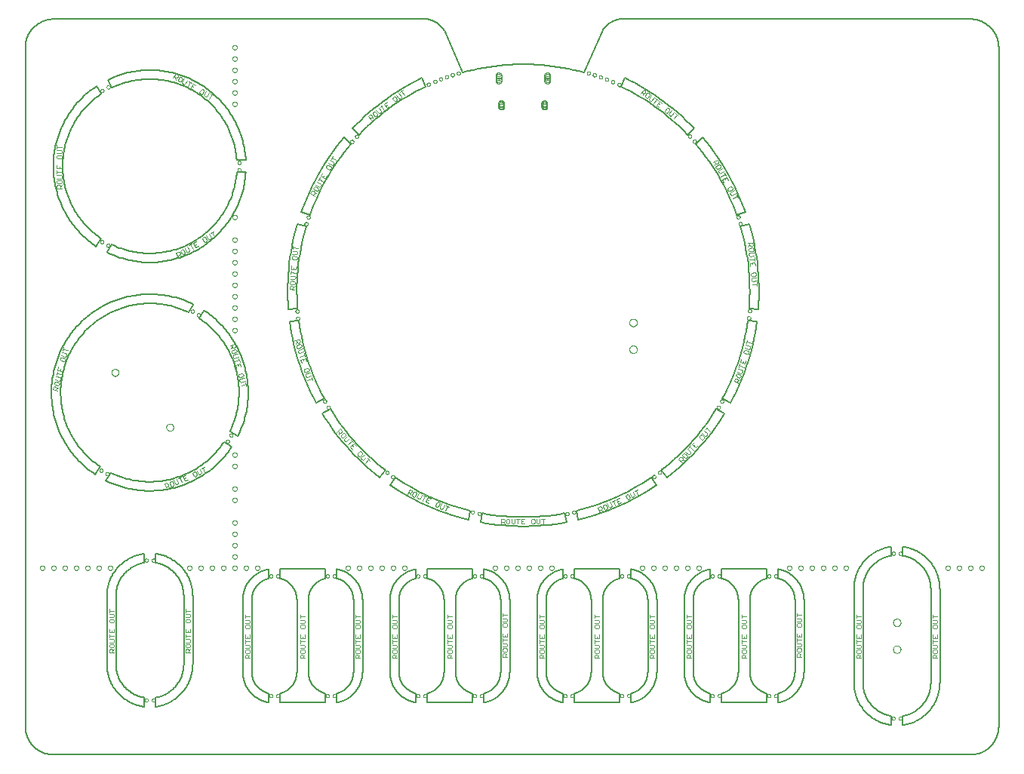
<source format=gko>
G75*
%MOIN*%
%OFA0B0*%
%FSLAX25Y25*%
%IPPOS*%
%LPD*%
%AMOC8*
5,1,8,0,0,1.08239X$1,22.5*
%
%ADD10C,0.00800*%
%ADD11C,0.00000*%
%ADD12C,0.00200*%
D10*
X0055095Y0271400D02*
X0460095Y0271400D01*
X0460397Y0271404D01*
X0460699Y0271415D01*
X0461000Y0271433D01*
X0461301Y0271458D01*
X0461602Y0271491D01*
X0461901Y0271531D01*
X0462199Y0271578D01*
X0462497Y0271633D01*
X0462792Y0271694D01*
X0463086Y0271763D01*
X0463379Y0271839D01*
X0463669Y0271922D01*
X0463958Y0272012D01*
X0464244Y0272109D01*
X0464528Y0272212D01*
X0464809Y0272323D01*
X0465087Y0272440D01*
X0465363Y0272564D01*
X0465635Y0272695D01*
X0465904Y0272832D01*
X0466170Y0272975D01*
X0466432Y0273125D01*
X0466691Y0273282D01*
X0466945Y0273444D01*
X0467196Y0273613D01*
X0467442Y0273787D01*
X0467685Y0273968D01*
X0467922Y0274154D01*
X0468156Y0274346D01*
X0468384Y0274544D01*
X0468608Y0274747D01*
X0468826Y0274955D01*
X0469040Y0275169D01*
X0469248Y0275387D01*
X0469451Y0275611D01*
X0469649Y0275839D01*
X0469841Y0276073D01*
X0470027Y0276310D01*
X0470208Y0276553D01*
X0470382Y0276799D01*
X0470551Y0277050D01*
X0470713Y0277304D01*
X0470870Y0277563D01*
X0471020Y0277825D01*
X0471163Y0278091D01*
X0471300Y0278360D01*
X0471431Y0278632D01*
X0471555Y0278908D01*
X0471672Y0279186D01*
X0471783Y0279467D01*
X0471886Y0279751D01*
X0471983Y0280037D01*
X0472073Y0280326D01*
X0472156Y0280616D01*
X0472232Y0280909D01*
X0472301Y0281203D01*
X0472362Y0281498D01*
X0472417Y0281796D01*
X0472464Y0282094D01*
X0472504Y0282393D01*
X0472537Y0282694D01*
X0472562Y0282995D01*
X0472580Y0283296D01*
X0472591Y0283598D01*
X0472595Y0283900D01*
X0472595Y0583900D01*
X0472591Y0584202D01*
X0472580Y0584504D01*
X0472562Y0584805D01*
X0472537Y0585106D01*
X0472504Y0585407D01*
X0472464Y0585706D01*
X0472417Y0586004D01*
X0472362Y0586302D01*
X0472301Y0586597D01*
X0472232Y0586891D01*
X0472156Y0587184D01*
X0472073Y0587474D01*
X0471983Y0587763D01*
X0471886Y0588049D01*
X0471783Y0588333D01*
X0471672Y0588614D01*
X0471555Y0588892D01*
X0471431Y0589168D01*
X0471300Y0589440D01*
X0471163Y0589709D01*
X0471020Y0589975D01*
X0470870Y0590237D01*
X0470713Y0590496D01*
X0470551Y0590750D01*
X0470382Y0591001D01*
X0470208Y0591247D01*
X0470027Y0591490D01*
X0469841Y0591727D01*
X0469649Y0591961D01*
X0469451Y0592189D01*
X0469248Y0592413D01*
X0469040Y0592631D01*
X0468826Y0592845D01*
X0468608Y0593053D01*
X0468384Y0593256D01*
X0468156Y0593454D01*
X0467922Y0593646D01*
X0467685Y0593832D01*
X0467442Y0594013D01*
X0467196Y0594187D01*
X0466945Y0594356D01*
X0466691Y0594518D01*
X0466432Y0594675D01*
X0466170Y0594825D01*
X0465904Y0594968D01*
X0465635Y0595105D01*
X0465363Y0595236D01*
X0465087Y0595360D01*
X0464809Y0595477D01*
X0464528Y0595588D01*
X0464244Y0595691D01*
X0463958Y0595788D01*
X0463669Y0595878D01*
X0463379Y0595961D01*
X0463086Y0596037D01*
X0462792Y0596106D01*
X0462497Y0596167D01*
X0462199Y0596222D01*
X0461901Y0596269D01*
X0461602Y0596309D01*
X0461301Y0596342D01*
X0461000Y0596367D01*
X0460699Y0596385D01*
X0460397Y0596396D01*
X0460095Y0596400D01*
X0305095Y0596400D01*
X0297595Y0591400D02*
X0289415Y0572770D01*
X0305725Y0566630D02*
X0307395Y0570370D01*
X0297595Y0591400D02*
X0297732Y0591619D01*
X0297874Y0591835D01*
X0298022Y0592047D01*
X0298174Y0592256D01*
X0298332Y0592461D01*
X0298494Y0592662D01*
X0298662Y0592859D01*
X0298834Y0593052D01*
X0299010Y0593240D01*
X0299192Y0593425D01*
X0299377Y0593605D01*
X0299567Y0593780D01*
X0299761Y0593951D01*
X0299959Y0594117D01*
X0300162Y0594278D01*
X0300368Y0594434D01*
X0300577Y0594585D01*
X0300791Y0594731D01*
X0301007Y0594872D01*
X0301228Y0595007D01*
X0301451Y0595137D01*
X0301677Y0595262D01*
X0301907Y0595381D01*
X0302139Y0595495D01*
X0302374Y0595602D01*
X0302611Y0595705D01*
X0302851Y0595801D01*
X0303093Y0595891D01*
X0303338Y0595976D01*
X0303584Y0596055D01*
X0303832Y0596127D01*
X0304082Y0596194D01*
X0304333Y0596255D01*
X0304586Y0596309D01*
X0304840Y0596357D01*
X0305095Y0596400D01*
X0338125Y0548040D02*
X0335075Y0545290D01*
X0338695Y0541280D02*
X0341735Y0544030D01*
X0356825Y0509860D02*
X0360725Y0511130D01*
X0362395Y0506000D02*
X0358505Y0504730D01*
X0362295Y0468640D02*
X0366375Y0468210D01*
X0365815Y0462840D02*
X0361725Y0463270D01*
X0350515Y0428770D02*
X0354065Y0426700D01*
X0351365Y0422030D02*
X0347825Y0424080D01*
X0323545Y0397130D02*
X0325945Y0393790D01*
X0321585Y0390630D02*
X0319165Y0393940D01*
X0310195Y0353406D02*
X0310195Y0349306D01*
X0304995Y0349306D02*
X0304995Y0353400D01*
X0285195Y0353406D01*
X0285195Y0349306D01*
X0279995Y0349306D02*
X0279995Y0353406D01*
X0285195Y0349306D02*
X0285428Y0349240D01*
X0285659Y0349169D01*
X0285889Y0349092D01*
X0286117Y0349009D01*
X0286342Y0348921D01*
X0286566Y0348828D01*
X0286787Y0348729D01*
X0287005Y0348625D01*
X0287222Y0348515D01*
X0287435Y0348401D01*
X0287645Y0348281D01*
X0287853Y0348156D01*
X0288057Y0348026D01*
X0288259Y0347892D01*
X0288456Y0347752D01*
X0288651Y0347608D01*
X0288842Y0347459D01*
X0289029Y0347305D01*
X0289213Y0347147D01*
X0289392Y0346985D01*
X0289568Y0346818D01*
X0289739Y0346647D01*
X0289907Y0346472D01*
X0290070Y0346293D01*
X0290228Y0346110D01*
X0290383Y0345923D01*
X0290532Y0345733D01*
X0290677Y0345539D01*
X0290817Y0345341D01*
X0290953Y0345141D01*
X0291083Y0344937D01*
X0291209Y0344729D01*
X0291329Y0344519D01*
X0291445Y0344306D01*
X0291555Y0344091D01*
X0291660Y0343872D01*
X0291759Y0343652D01*
X0291854Y0343429D01*
X0291942Y0343203D01*
X0292026Y0342976D01*
X0292103Y0342747D01*
X0292176Y0342515D01*
X0292242Y0342283D01*
X0292303Y0342048D01*
X0292358Y0341812D01*
X0292408Y0341575D01*
X0292452Y0341337D01*
X0292490Y0341098D01*
X0292522Y0340858D01*
X0292548Y0340617D01*
X0292569Y0340376D01*
X0292583Y0340134D01*
X0292592Y0339892D01*
X0292595Y0339650D01*
X0292595Y0308150D01*
X0297595Y0308150D02*
X0297595Y0339650D01*
X0310195Y0353406D02*
X0310528Y0353339D01*
X0310860Y0353264D01*
X0311189Y0353181D01*
X0311517Y0353090D01*
X0311842Y0352990D01*
X0312164Y0352883D01*
X0312484Y0352768D01*
X0312801Y0352646D01*
X0313115Y0352516D01*
X0313426Y0352378D01*
X0313733Y0352232D01*
X0314037Y0352080D01*
X0314337Y0351920D01*
X0314633Y0351752D01*
X0314925Y0351578D01*
X0315212Y0351396D01*
X0315495Y0351208D01*
X0315773Y0351013D01*
X0316047Y0350811D01*
X0316315Y0350603D01*
X0316579Y0350388D01*
X0316837Y0350166D01*
X0317089Y0349939D01*
X0317336Y0349705D01*
X0317577Y0349466D01*
X0317813Y0349221D01*
X0318042Y0348970D01*
X0318265Y0348713D01*
X0318482Y0348452D01*
X0318693Y0348185D01*
X0318897Y0347913D01*
X0319094Y0347636D01*
X0319284Y0347354D01*
X0319468Y0347068D01*
X0319645Y0346778D01*
X0319814Y0346483D01*
X0319976Y0346185D01*
X0320131Y0345882D01*
X0320279Y0345576D01*
X0320419Y0345266D01*
X0320552Y0344953D01*
X0320677Y0344637D01*
X0320794Y0344318D01*
X0320903Y0343996D01*
X0321005Y0343672D01*
X0321099Y0343345D01*
X0321184Y0343016D01*
X0321262Y0342685D01*
X0321332Y0342352D01*
X0321393Y0342018D01*
X0321447Y0341682D01*
X0321492Y0341345D01*
X0321529Y0341008D01*
X0321558Y0340669D01*
X0321578Y0340330D01*
X0321591Y0339990D01*
X0321595Y0339650D01*
X0321595Y0308150D01*
X0317595Y0308150D02*
X0317595Y0339650D01*
X0304995Y0349306D02*
X0304762Y0349240D01*
X0304531Y0349169D01*
X0304301Y0349092D01*
X0304073Y0349009D01*
X0303848Y0348921D01*
X0303624Y0348828D01*
X0303403Y0348729D01*
X0303185Y0348625D01*
X0302968Y0348515D01*
X0302755Y0348401D01*
X0302545Y0348281D01*
X0302337Y0348156D01*
X0302133Y0348026D01*
X0301931Y0347892D01*
X0301734Y0347752D01*
X0301539Y0347608D01*
X0301348Y0347459D01*
X0301161Y0347305D01*
X0300977Y0347147D01*
X0300798Y0346985D01*
X0300622Y0346818D01*
X0300451Y0346647D01*
X0300283Y0346472D01*
X0300120Y0346293D01*
X0299962Y0346110D01*
X0299807Y0345923D01*
X0299658Y0345733D01*
X0299513Y0345539D01*
X0299373Y0345341D01*
X0299237Y0345141D01*
X0299107Y0344937D01*
X0298981Y0344729D01*
X0298861Y0344519D01*
X0298745Y0344306D01*
X0298635Y0344091D01*
X0298530Y0343872D01*
X0298431Y0343652D01*
X0298336Y0343429D01*
X0298248Y0343203D01*
X0298164Y0342976D01*
X0298087Y0342747D01*
X0298014Y0342515D01*
X0297948Y0342283D01*
X0297887Y0342048D01*
X0297832Y0341812D01*
X0297782Y0341575D01*
X0297738Y0341337D01*
X0297700Y0341098D01*
X0297668Y0340858D01*
X0297642Y0340617D01*
X0297621Y0340376D01*
X0297607Y0340134D01*
X0297598Y0339892D01*
X0297595Y0339650D01*
X0310195Y0349306D02*
X0310428Y0349240D01*
X0310659Y0349169D01*
X0310889Y0349092D01*
X0311117Y0349009D01*
X0311342Y0348921D01*
X0311566Y0348828D01*
X0311787Y0348729D01*
X0312005Y0348625D01*
X0312222Y0348515D01*
X0312435Y0348401D01*
X0312645Y0348281D01*
X0312853Y0348156D01*
X0313057Y0348026D01*
X0313259Y0347892D01*
X0313456Y0347752D01*
X0313651Y0347608D01*
X0313842Y0347459D01*
X0314029Y0347305D01*
X0314213Y0347147D01*
X0314392Y0346985D01*
X0314568Y0346818D01*
X0314739Y0346647D01*
X0314907Y0346472D01*
X0315070Y0346293D01*
X0315228Y0346110D01*
X0315383Y0345923D01*
X0315532Y0345733D01*
X0315677Y0345539D01*
X0315817Y0345341D01*
X0315953Y0345141D01*
X0316083Y0344937D01*
X0316209Y0344729D01*
X0316329Y0344519D01*
X0316445Y0344306D01*
X0316555Y0344091D01*
X0316660Y0343872D01*
X0316759Y0343652D01*
X0316854Y0343429D01*
X0316942Y0343203D01*
X0317026Y0342976D01*
X0317103Y0342747D01*
X0317176Y0342515D01*
X0317242Y0342283D01*
X0317303Y0342048D01*
X0317358Y0341812D01*
X0317408Y0341575D01*
X0317452Y0341337D01*
X0317490Y0341098D01*
X0317522Y0340858D01*
X0317548Y0340617D01*
X0317569Y0340376D01*
X0317583Y0340134D01*
X0317592Y0339892D01*
X0317595Y0339650D01*
X0333595Y0339650D02*
X0333595Y0308150D01*
X0337595Y0308150D02*
X0337595Y0339650D01*
X0344995Y0349306D02*
X0344995Y0353406D01*
X0350195Y0353406D02*
X0350195Y0349306D01*
X0350195Y0353406D02*
X0369995Y0353400D01*
X0369995Y0349306D01*
X0375195Y0349306D02*
X0375195Y0353406D01*
X0369995Y0349306D02*
X0369762Y0349240D01*
X0369531Y0349169D01*
X0369301Y0349092D01*
X0369073Y0349009D01*
X0368848Y0348921D01*
X0368624Y0348828D01*
X0368403Y0348729D01*
X0368185Y0348625D01*
X0367968Y0348515D01*
X0367755Y0348401D01*
X0367545Y0348281D01*
X0367337Y0348156D01*
X0367133Y0348026D01*
X0366931Y0347892D01*
X0366734Y0347752D01*
X0366539Y0347608D01*
X0366348Y0347459D01*
X0366161Y0347305D01*
X0365977Y0347147D01*
X0365798Y0346985D01*
X0365622Y0346818D01*
X0365451Y0346647D01*
X0365283Y0346472D01*
X0365120Y0346293D01*
X0364962Y0346110D01*
X0364807Y0345923D01*
X0364658Y0345733D01*
X0364513Y0345539D01*
X0364373Y0345341D01*
X0364237Y0345141D01*
X0364107Y0344937D01*
X0363981Y0344729D01*
X0363861Y0344519D01*
X0363745Y0344306D01*
X0363635Y0344091D01*
X0363530Y0343872D01*
X0363431Y0343652D01*
X0363336Y0343429D01*
X0363248Y0343203D01*
X0363164Y0342976D01*
X0363087Y0342747D01*
X0363014Y0342515D01*
X0362948Y0342283D01*
X0362887Y0342048D01*
X0362832Y0341812D01*
X0362782Y0341575D01*
X0362738Y0341337D01*
X0362700Y0341098D01*
X0362668Y0340858D01*
X0362642Y0340617D01*
X0362621Y0340376D01*
X0362607Y0340134D01*
X0362598Y0339892D01*
X0362595Y0339650D01*
X0362595Y0308150D01*
X0357595Y0308150D02*
X0357595Y0339650D01*
X0344995Y0353406D02*
X0344662Y0353339D01*
X0344330Y0353264D01*
X0344001Y0353181D01*
X0343673Y0353090D01*
X0343348Y0352990D01*
X0343026Y0352883D01*
X0342706Y0352768D01*
X0342389Y0352646D01*
X0342075Y0352516D01*
X0341764Y0352378D01*
X0341457Y0352232D01*
X0341153Y0352080D01*
X0340853Y0351920D01*
X0340557Y0351752D01*
X0340265Y0351578D01*
X0339978Y0351396D01*
X0339695Y0351208D01*
X0339417Y0351013D01*
X0339143Y0350811D01*
X0338875Y0350603D01*
X0338611Y0350388D01*
X0338353Y0350166D01*
X0338101Y0349939D01*
X0337854Y0349705D01*
X0337613Y0349466D01*
X0337377Y0349221D01*
X0337148Y0348970D01*
X0336925Y0348713D01*
X0336708Y0348452D01*
X0336497Y0348185D01*
X0336293Y0347913D01*
X0336096Y0347636D01*
X0335906Y0347354D01*
X0335722Y0347068D01*
X0335545Y0346778D01*
X0335376Y0346483D01*
X0335214Y0346185D01*
X0335059Y0345882D01*
X0334911Y0345576D01*
X0334771Y0345266D01*
X0334638Y0344953D01*
X0334513Y0344637D01*
X0334396Y0344318D01*
X0334287Y0343996D01*
X0334185Y0343672D01*
X0334091Y0343345D01*
X0334006Y0343016D01*
X0333928Y0342685D01*
X0333858Y0342352D01*
X0333797Y0342018D01*
X0333743Y0341682D01*
X0333698Y0341345D01*
X0333661Y0341008D01*
X0333632Y0340669D01*
X0333612Y0340330D01*
X0333599Y0339990D01*
X0333595Y0339650D01*
X0350195Y0349306D02*
X0350428Y0349240D01*
X0350659Y0349169D01*
X0350889Y0349092D01*
X0351117Y0349009D01*
X0351342Y0348921D01*
X0351566Y0348828D01*
X0351787Y0348729D01*
X0352005Y0348625D01*
X0352222Y0348515D01*
X0352435Y0348401D01*
X0352645Y0348281D01*
X0352853Y0348156D01*
X0353057Y0348026D01*
X0353259Y0347892D01*
X0353456Y0347752D01*
X0353651Y0347608D01*
X0353842Y0347459D01*
X0354029Y0347305D01*
X0354213Y0347147D01*
X0354392Y0346985D01*
X0354568Y0346818D01*
X0354739Y0346647D01*
X0354907Y0346472D01*
X0355070Y0346293D01*
X0355228Y0346110D01*
X0355383Y0345923D01*
X0355532Y0345733D01*
X0355677Y0345539D01*
X0355817Y0345341D01*
X0355953Y0345141D01*
X0356083Y0344937D01*
X0356209Y0344729D01*
X0356329Y0344519D01*
X0356445Y0344306D01*
X0356555Y0344091D01*
X0356660Y0343872D01*
X0356759Y0343652D01*
X0356854Y0343429D01*
X0356942Y0343203D01*
X0357026Y0342976D01*
X0357103Y0342747D01*
X0357176Y0342515D01*
X0357242Y0342283D01*
X0357303Y0342048D01*
X0357358Y0341812D01*
X0357408Y0341575D01*
X0357452Y0341337D01*
X0357490Y0341098D01*
X0357522Y0340858D01*
X0357548Y0340617D01*
X0357569Y0340376D01*
X0357583Y0340134D01*
X0357592Y0339892D01*
X0357595Y0339650D01*
X0344995Y0349306D02*
X0344762Y0349240D01*
X0344531Y0349169D01*
X0344301Y0349092D01*
X0344073Y0349009D01*
X0343848Y0348921D01*
X0343624Y0348828D01*
X0343403Y0348729D01*
X0343185Y0348625D01*
X0342968Y0348515D01*
X0342755Y0348401D01*
X0342545Y0348281D01*
X0342337Y0348156D01*
X0342133Y0348026D01*
X0341931Y0347892D01*
X0341734Y0347752D01*
X0341539Y0347608D01*
X0341348Y0347459D01*
X0341161Y0347305D01*
X0340977Y0347147D01*
X0340798Y0346985D01*
X0340622Y0346818D01*
X0340451Y0346647D01*
X0340283Y0346472D01*
X0340120Y0346293D01*
X0339962Y0346110D01*
X0339807Y0345923D01*
X0339658Y0345733D01*
X0339513Y0345539D01*
X0339373Y0345341D01*
X0339237Y0345141D01*
X0339107Y0344937D01*
X0338981Y0344729D01*
X0338861Y0344519D01*
X0338745Y0344306D01*
X0338635Y0344091D01*
X0338530Y0343872D01*
X0338431Y0343652D01*
X0338336Y0343429D01*
X0338248Y0343203D01*
X0338164Y0342976D01*
X0338087Y0342747D01*
X0338014Y0342515D01*
X0337948Y0342283D01*
X0337887Y0342048D01*
X0337832Y0341812D01*
X0337782Y0341575D01*
X0337738Y0341337D01*
X0337700Y0341098D01*
X0337668Y0340858D01*
X0337642Y0340617D01*
X0337621Y0340376D01*
X0337607Y0340134D01*
X0337598Y0339892D01*
X0337595Y0339650D01*
X0357595Y0308150D02*
X0357592Y0307908D01*
X0357583Y0307666D01*
X0357569Y0307424D01*
X0357548Y0307183D01*
X0357522Y0306942D01*
X0357490Y0306702D01*
X0357452Y0306463D01*
X0357408Y0306225D01*
X0357358Y0305988D01*
X0357303Y0305752D01*
X0357242Y0305517D01*
X0357176Y0305285D01*
X0357103Y0305053D01*
X0357026Y0304824D01*
X0356942Y0304597D01*
X0356854Y0304371D01*
X0356759Y0304148D01*
X0356660Y0303928D01*
X0356555Y0303709D01*
X0356445Y0303494D01*
X0356329Y0303281D01*
X0356209Y0303071D01*
X0356083Y0302863D01*
X0355953Y0302659D01*
X0355817Y0302459D01*
X0355677Y0302261D01*
X0355532Y0302067D01*
X0355383Y0301877D01*
X0355228Y0301690D01*
X0355070Y0301507D01*
X0354907Y0301328D01*
X0354739Y0301153D01*
X0354568Y0300982D01*
X0354392Y0300815D01*
X0354213Y0300653D01*
X0354029Y0300495D01*
X0353842Y0300341D01*
X0353651Y0300192D01*
X0353456Y0300048D01*
X0353259Y0299908D01*
X0353057Y0299774D01*
X0352853Y0299644D01*
X0352645Y0299519D01*
X0352435Y0299399D01*
X0352222Y0299285D01*
X0352005Y0299175D01*
X0351787Y0299071D01*
X0351566Y0298972D01*
X0351342Y0298879D01*
X0351117Y0298791D01*
X0350889Y0298708D01*
X0350659Y0298631D01*
X0350428Y0298560D01*
X0350195Y0298494D01*
X0350195Y0294394D01*
X0369995Y0294390D01*
X0369995Y0298494D01*
X0375195Y0298494D02*
X0375195Y0294394D01*
X0369995Y0298494D02*
X0369762Y0298560D01*
X0369531Y0298631D01*
X0369301Y0298708D01*
X0369073Y0298791D01*
X0368848Y0298879D01*
X0368624Y0298972D01*
X0368403Y0299071D01*
X0368185Y0299175D01*
X0367968Y0299285D01*
X0367755Y0299399D01*
X0367545Y0299519D01*
X0367337Y0299644D01*
X0367133Y0299774D01*
X0366931Y0299908D01*
X0366734Y0300048D01*
X0366539Y0300192D01*
X0366348Y0300341D01*
X0366161Y0300495D01*
X0365977Y0300653D01*
X0365798Y0300815D01*
X0365622Y0300982D01*
X0365451Y0301153D01*
X0365283Y0301328D01*
X0365120Y0301507D01*
X0364962Y0301690D01*
X0364807Y0301877D01*
X0364658Y0302067D01*
X0364513Y0302261D01*
X0364373Y0302459D01*
X0364237Y0302659D01*
X0364107Y0302863D01*
X0363981Y0303071D01*
X0363861Y0303281D01*
X0363745Y0303494D01*
X0363635Y0303709D01*
X0363530Y0303928D01*
X0363431Y0304148D01*
X0363336Y0304371D01*
X0363248Y0304597D01*
X0363164Y0304824D01*
X0363087Y0305053D01*
X0363014Y0305285D01*
X0362948Y0305517D01*
X0362887Y0305752D01*
X0362832Y0305988D01*
X0362782Y0306225D01*
X0362738Y0306463D01*
X0362700Y0306702D01*
X0362668Y0306942D01*
X0362642Y0307183D01*
X0362621Y0307424D01*
X0362607Y0307666D01*
X0362598Y0307908D01*
X0362595Y0308150D01*
X0375195Y0294394D02*
X0375528Y0294461D01*
X0375860Y0294536D01*
X0376189Y0294619D01*
X0376517Y0294710D01*
X0376842Y0294810D01*
X0377164Y0294917D01*
X0377484Y0295032D01*
X0377801Y0295154D01*
X0378115Y0295284D01*
X0378426Y0295422D01*
X0378733Y0295568D01*
X0379037Y0295720D01*
X0379337Y0295880D01*
X0379633Y0296048D01*
X0379925Y0296222D01*
X0380212Y0296404D01*
X0380495Y0296592D01*
X0380773Y0296787D01*
X0381047Y0296989D01*
X0381315Y0297197D01*
X0381579Y0297412D01*
X0381837Y0297634D01*
X0382089Y0297861D01*
X0382336Y0298095D01*
X0382577Y0298334D01*
X0382813Y0298579D01*
X0383042Y0298830D01*
X0383265Y0299087D01*
X0383482Y0299348D01*
X0383693Y0299615D01*
X0383897Y0299887D01*
X0384094Y0300164D01*
X0384284Y0300446D01*
X0384468Y0300732D01*
X0384645Y0301022D01*
X0384814Y0301317D01*
X0384976Y0301615D01*
X0385131Y0301918D01*
X0385279Y0302224D01*
X0385419Y0302534D01*
X0385552Y0302847D01*
X0385677Y0303163D01*
X0385794Y0303482D01*
X0385903Y0303804D01*
X0386005Y0304128D01*
X0386099Y0304455D01*
X0386184Y0304784D01*
X0386262Y0305115D01*
X0386332Y0305448D01*
X0386393Y0305782D01*
X0386447Y0306118D01*
X0386492Y0306455D01*
X0386529Y0306792D01*
X0386558Y0307131D01*
X0386578Y0307470D01*
X0386591Y0307810D01*
X0386595Y0308150D01*
X0386595Y0339650D01*
X0382595Y0339650D02*
X0382595Y0308150D01*
X0382592Y0307908D01*
X0382583Y0307666D01*
X0382569Y0307424D01*
X0382548Y0307183D01*
X0382522Y0306942D01*
X0382490Y0306702D01*
X0382452Y0306463D01*
X0382408Y0306225D01*
X0382358Y0305988D01*
X0382303Y0305752D01*
X0382242Y0305517D01*
X0382176Y0305285D01*
X0382103Y0305053D01*
X0382026Y0304824D01*
X0381942Y0304597D01*
X0381854Y0304371D01*
X0381759Y0304148D01*
X0381660Y0303928D01*
X0381555Y0303709D01*
X0381445Y0303494D01*
X0381329Y0303281D01*
X0381209Y0303071D01*
X0381083Y0302863D01*
X0380953Y0302659D01*
X0380817Y0302459D01*
X0380677Y0302261D01*
X0380532Y0302067D01*
X0380383Y0301877D01*
X0380228Y0301690D01*
X0380070Y0301507D01*
X0379907Y0301328D01*
X0379739Y0301153D01*
X0379568Y0300982D01*
X0379392Y0300815D01*
X0379213Y0300653D01*
X0379029Y0300495D01*
X0378842Y0300341D01*
X0378651Y0300192D01*
X0378456Y0300048D01*
X0378259Y0299908D01*
X0378057Y0299774D01*
X0377853Y0299644D01*
X0377645Y0299519D01*
X0377435Y0299399D01*
X0377222Y0299285D01*
X0377005Y0299175D01*
X0376787Y0299071D01*
X0376566Y0298972D01*
X0376342Y0298879D01*
X0376117Y0298791D01*
X0375889Y0298708D01*
X0375659Y0298631D01*
X0375428Y0298560D01*
X0375195Y0298494D01*
X0344995Y0294394D02*
X0344662Y0294461D01*
X0344330Y0294536D01*
X0344001Y0294619D01*
X0343673Y0294710D01*
X0343348Y0294810D01*
X0343026Y0294917D01*
X0342706Y0295032D01*
X0342389Y0295154D01*
X0342075Y0295284D01*
X0341764Y0295422D01*
X0341457Y0295568D01*
X0341153Y0295720D01*
X0340853Y0295880D01*
X0340557Y0296048D01*
X0340265Y0296222D01*
X0339978Y0296404D01*
X0339695Y0296592D01*
X0339417Y0296787D01*
X0339143Y0296989D01*
X0338875Y0297197D01*
X0338611Y0297412D01*
X0338353Y0297634D01*
X0338101Y0297861D01*
X0337854Y0298095D01*
X0337613Y0298334D01*
X0337377Y0298579D01*
X0337148Y0298830D01*
X0336925Y0299087D01*
X0336708Y0299348D01*
X0336497Y0299615D01*
X0336293Y0299887D01*
X0336096Y0300164D01*
X0335906Y0300446D01*
X0335722Y0300732D01*
X0335545Y0301022D01*
X0335376Y0301317D01*
X0335214Y0301615D01*
X0335059Y0301918D01*
X0334911Y0302224D01*
X0334771Y0302534D01*
X0334638Y0302847D01*
X0334513Y0303163D01*
X0334396Y0303482D01*
X0334287Y0303804D01*
X0334185Y0304128D01*
X0334091Y0304455D01*
X0334006Y0304784D01*
X0333928Y0305115D01*
X0333858Y0305448D01*
X0333797Y0305782D01*
X0333743Y0306118D01*
X0333698Y0306455D01*
X0333661Y0306792D01*
X0333632Y0307131D01*
X0333612Y0307470D01*
X0333599Y0307810D01*
X0333595Y0308150D01*
X0344995Y0298494D02*
X0344995Y0294394D01*
X0344995Y0298494D02*
X0344762Y0298560D01*
X0344531Y0298631D01*
X0344301Y0298708D01*
X0344073Y0298791D01*
X0343848Y0298879D01*
X0343624Y0298972D01*
X0343403Y0299071D01*
X0343185Y0299175D01*
X0342968Y0299285D01*
X0342755Y0299399D01*
X0342545Y0299519D01*
X0342337Y0299644D01*
X0342133Y0299774D01*
X0341931Y0299908D01*
X0341734Y0300048D01*
X0341539Y0300192D01*
X0341348Y0300341D01*
X0341161Y0300495D01*
X0340977Y0300653D01*
X0340798Y0300815D01*
X0340622Y0300982D01*
X0340451Y0301153D01*
X0340283Y0301328D01*
X0340120Y0301507D01*
X0339962Y0301690D01*
X0339807Y0301877D01*
X0339658Y0302067D01*
X0339513Y0302261D01*
X0339373Y0302459D01*
X0339237Y0302659D01*
X0339107Y0302863D01*
X0338981Y0303071D01*
X0338861Y0303281D01*
X0338745Y0303494D01*
X0338635Y0303709D01*
X0338530Y0303928D01*
X0338431Y0304148D01*
X0338336Y0304371D01*
X0338248Y0304597D01*
X0338164Y0304824D01*
X0338087Y0305053D01*
X0338014Y0305285D01*
X0337948Y0305517D01*
X0337887Y0305752D01*
X0337832Y0305988D01*
X0337782Y0306225D01*
X0337738Y0306463D01*
X0337700Y0306702D01*
X0337668Y0306942D01*
X0337642Y0307183D01*
X0337621Y0307424D01*
X0337607Y0307666D01*
X0337598Y0307908D01*
X0337595Y0308150D01*
X0310195Y0298494D02*
X0310195Y0294394D01*
X0304995Y0294390D02*
X0285195Y0294394D01*
X0285195Y0298494D01*
X0279995Y0298494D02*
X0279995Y0294394D01*
X0285195Y0298494D02*
X0285428Y0298560D01*
X0285659Y0298631D01*
X0285889Y0298708D01*
X0286117Y0298791D01*
X0286342Y0298879D01*
X0286566Y0298972D01*
X0286787Y0299071D01*
X0287005Y0299175D01*
X0287222Y0299285D01*
X0287435Y0299399D01*
X0287645Y0299519D01*
X0287853Y0299644D01*
X0288057Y0299774D01*
X0288259Y0299908D01*
X0288456Y0300048D01*
X0288651Y0300192D01*
X0288842Y0300341D01*
X0289029Y0300495D01*
X0289213Y0300653D01*
X0289392Y0300815D01*
X0289568Y0300982D01*
X0289739Y0301153D01*
X0289907Y0301328D01*
X0290070Y0301507D01*
X0290228Y0301690D01*
X0290383Y0301877D01*
X0290532Y0302067D01*
X0290677Y0302261D01*
X0290817Y0302459D01*
X0290953Y0302659D01*
X0291083Y0302863D01*
X0291209Y0303071D01*
X0291329Y0303281D01*
X0291445Y0303494D01*
X0291555Y0303709D01*
X0291660Y0303928D01*
X0291759Y0304148D01*
X0291854Y0304371D01*
X0291942Y0304597D01*
X0292026Y0304824D01*
X0292103Y0305053D01*
X0292176Y0305285D01*
X0292242Y0305517D01*
X0292303Y0305752D01*
X0292358Y0305988D01*
X0292408Y0306225D01*
X0292452Y0306463D01*
X0292490Y0306702D01*
X0292522Y0306942D01*
X0292548Y0307183D01*
X0292569Y0307424D01*
X0292583Y0307666D01*
X0292592Y0307908D01*
X0292595Y0308150D01*
X0279995Y0294394D02*
X0279662Y0294461D01*
X0279330Y0294536D01*
X0279001Y0294619D01*
X0278673Y0294710D01*
X0278348Y0294810D01*
X0278026Y0294917D01*
X0277706Y0295032D01*
X0277389Y0295154D01*
X0277075Y0295284D01*
X0276764Y0295422D01*
X0276457Y0295568D01*
X0276153Y0295720D01*
X0275853Y0295880D01*
X0275557Y0296048D01*
X0275265Y0296222D01*
X0274978Y0296404D01*
X0274695Y0296592D01*
X0274417Y0296787D01*
X0274143Y0296989D01*
X0273875Y0297197D01*
X0273611Y0297412D01*
X0273353Y0297634D01*
X0273101Y0297861D01*
X0272854Y0298095D01*
X0272613Y0298334D01*
X0272377Y0298579D01*
X0272148Y0298830D01*
X0271925Y0299087D01*
X0271708Y0299348D01*
X0271497Y0299615D01*
X0271293Y0299887D01*
X0271096Y0300164D01*
X0270906Y0300446D01*
X0270722Y0300732D01*
X0270545Y0301022D01*
X0270376Y0301317D01*
X0270214Y0301615D01*
X0270059Y0301918D01*
X0269911Y0302224D01*
X0269771Y0302534D01*
X0269638Y0302847D01*
X0269513Y0303163D01*
X0269396Y0303482D01*
X0269287Y0303804D01*
X0269185Y0304128D01*
X0269091Y0304455D01*
X0269006Y0304784D01*
X0268928Y0305115D01*
X0268858Y0305448D01*
X0268797Y0305782D01*
X0268743Y0306118D01*
X0268698Y0306455D01*
X0268661Y0306792D01*
X0268632Y0307131D01*
X0268612Y0307470D01*
X0268599Y0307810D01*
X0268595Y0308150D01*
X0268595Y0339650D01*
X0272595Y0339650D02*
X0272595Y0308150D01*
X0272598Y0307908D01*
X0272607Y0307666D01*
X0272621Y0307424D01*
X0272642Y0307183D01*
X0272668Y0306942D01*
X0272700Y0306702D01*
X0272738Y0306463D01*
X0272782Y0306225D01*
X0272832Y0305988D01*
X0272887Y0305752D01*
X0272948Y0305517D01*
X0273014Y0305285D01*
X0273087Y0305053D01*
X0273164Y0304824D01*
X0273248Y0304597D01*
X0273336Y0304371D01*
X0273431Y0304148D01*
X0273530Y0303928D01*
X0273635Y0303709D01*
X0273745Y0303494D01*
X0273861Y0303281D01*
X0273981Y0303071D01*
X0274107Y0302863D01*
X0274237Y0302659D01*
X0274373Y0302459D01*
X0274513Y0302261D01*
X0274658Y0302067D01*
X0274807Y0301877D01*
X0274962Y0301690D01*
X0275120Y0301507D01*
X0275283Y0301328D01*
X0275451Y0301153D01*
X0275622Y0300982D01*
X0275798Y0300815D01*
X0275977Y0300653D01*
X0276161Y0300495D01*
X0276348Y0300341D01*
X0276539Y0300192D01*
X0276734Y0300048D01*
X0276931Y0299908D01*
X0277133Y0299774D01*
X0277337Y0299644D01*
X0277545Y0299519D01*
X0277755Y0299399D01*
X0277968Y0299285D01*
X0278185Y0299175D01*
X0278403Y0299071D01*
X0278624Y0298972D01*
X0278848Y0298879D01*
X0279073Y0298791D01*
X0279301Y0298708D01*
X0279531Y0298631D01*
X0279762Y0298560D01*
X0279995Y0298494D01*
X0304995Y0298494D02*
X0304995Y0294390D01*
X0304995Y0298494D02*
X0304762Y0298560D01*
X0304531Y0298631D01*
X0304301Y0298708D01*
X0304073Y0298791D01*
X0303848Y0298879D01*
X0303624Y0298972D01*
X0303403Y0299071D01*
X0303185Y0299175D01*
X0302968Y0299285D01*
X0302755Y0299399D01*
X0302545Y0299519D01*
X0302337Y0299644D01*
X0302133Y0299774D01*
X0301931Y0299908D01*
X0301734Y0300048D01*
X0301539Y0300192D01*
X0301348Y0300341D01*
X0301161Y0300495D01*
X0300977Y0300653D01*
X0300798Y0300815D01*
X0300622Y0300982D01*
X0300451Y0301153D01*
X0300283Y0301328D01*
X0300120Y0301507D01*
X0299962Y0301690D01*
X0299807Y0301877D01*
X0299658Y0302067D01*
X0299513Y0302261D01*
X0299373Y0302459D01*
X0299237Y0302659D01*
X0299107Y0302863D01*
X0298981Y0303071D01*
X0298861Y0303281D01*
X0298745Y0303494D01*
X0298635Y0303709D01*
X0298530Y0303928D01*
X0298431Y0304148D01*
X0298336Y0304371D01*
X0298248Y0304597D01*
X0298164Y0304824D01*
X0298087Y0305053D01*
X0298014Y0305285D01*
X0297948Y0305517D01*
X0297887Y0305752D01*
X0297832Y0305988D01*
X0297782Y0306225D01*
X0297738Y0306463D01*
X0297700Y0306702D01*
X0297668Y0306942D01*
X0297642Y0307183D01*
X0297621Y0307424D01*
X0297607Y0307666D01*
X0297598Y0307908D01*
X0297595Y0308150D01*
X0310195Y0294394D02*
X0310528Y0294461D01*
X0310860Y0294536D01*
X0311189Y0294619D01*
X0311517Y0294710D01*
X0311842Y0294810D01*
X0312164Y0294917D01*
X0312484Y0295032D01*
X0312801Y0295154D01*
X0313115Y0295284D01*
X0313426Y0295422D01*
X0313733Y0295568D01*
X0314037Y0295720D01*
X0314337Y0295880D01*
X0314633Y0296048D01*
X0314925Y0296222D01*
X0315212Y0296404D01*
X0315495Y0296592D01*
X0315773Y0296787D01*
X0316047Y0296989D01*
X0316315Y0297197D01*
X0316579Y0297412D01*
X0316837Y0297634D01*
X0317089Y0297861D01*
X0317336Y0298095D01*
X0317577Y0298334D01*
X0317813Y0298579D01*
X0318042Y0298830D01*
X0318265Y0299087D01*
X0318482Y0299348D01*
X0318693Y0299615D01*
X0318897Y0299887D01*
X0319094Y0300164D01*
X0319284Y0300446D01*
X0319468Y0300732D01*
X0319645Y0301022D01*
X0319814Y0301317D01*
X0319976Y0301615D01*
X0320131Y0301918D01*
X0320279Y0302224D01*
X0320419Y0302534D01*
X0320552Y0302847D01*
X0320677Y0303163D01*
X0320794Y0303482D01*
X0320903Y0303804D01*
X0321005Y0304128D01*
X0321099Y0304455D01*
X0321184Y0304784D01*
X0321262Y0305115D01*
X0321332Y0305448D01*
X0321393Y0305782D01*
X0321447Y0306118D01*
X0321492Y0306455D01*
X0321529Y0306792D01*
X0321558Y0307131D01*
X0321578Y0307470D01*
X0321591Y0307810D01*
X0321595Y0308150D01*
X0317595Y0308150D02*
X0317592Y0307908D01*
X0317583Y0307666D01*
X0317569Y0307424D01*
X0317548Y0307183D01*
X0317522Y0306942D01*
X0317490Y0306702D01*
X0317452Y0306463D01*
X0317408Y0306225D01*
X0317358Y0305988D01*
X0317303Y0305752D01*
X0317242Y0305517D01*
X0317176Y0305285D01*
X0317103Y0305053D01*
X0317026Y0304824D01*
X0316942Y0304597D01*
X0316854Y0304371D01*
X0316759Y0304148D01*
X0316660Y0303928D01*
X0316555Y0303709D01*
X0316445Y0303494D01*
X0316329Y0303281D01*
X0316209Y0303071D01*
X0316083Y0302863D01*
X0315953Y0302659D01*
X0315817Y0302459D01*
X0315677Y0302261D01*
X0315532Y0302067D01*
X0315383Y0301877D01*
X0315228Y0301690D01*
X0315070Y0301507D01*
X0314907Y0301328D01*
X0314739Y0301153D01*
X0314568Y0300982D01*
X0314392Y0300815D01*
X0314213Y0300653D01*
X0314029Y0300495D01*
X0313842Y0300341D01*
X0313651Y0300192D01*
X0313456Y0300048D01*
X0313259Y0299908D01*
X0313057Y0299774D01*
X0312853Y0299644D01*
X0312645Y0299519D01*
X0312435Y0299399D01*
X0312222Y0299285D01*
X0312005Y0299175D01*
X0311787Y0299071D01*
X0311566Y0298972D01*
X0311342Y0298879D01*
X0311117Y0298791D01*
X0310889Y0298708D01*
X0310659Y0298631D01*
X0310428Y0298560D01*
X0310195Y0298494D01*
X0268595Y0339650D02*
X0268599Y0339990D01*
X0268612Y0340330D01*
X0268632Y0340669D01*
X0268661Y0341008D01*
X0268698Y0341345D01*
X0268743Y0341682D01*
X0268797Y0342018D01*
X0268858Y0342352D01*
X0268928Y0342685D01*
X0269006Y0343016D01*
X0269091Y0343345D01*
X0269185Y0343672D01*
X0269287Y0343996D01*
X0269396Y0344318D01*
X0269513Y0344637D01*
X0269638Y0344953D01*
X0269771Y0345266D01*
X0269911Y0345576D01*
X0270059Y0345882D01*
X0270214Y0346185D01*
X0270376Y0346483D01*
X0270545Y0346778D01*
X0270722Y0347068D01*
X0270906Y0347354D01*
X0271096Y0347636D01*
X0271293Y0347913D01*
X0271497Y0348185D01*
X0271708Y0348452D01*
X0271925Y0348713D01*
X0272148Y0348970D01*
X0272377Y0349221D01*
X0272613Y0349466D01*
X0272854Y0349705D01*
X0273101Y0349939D01*
X0273353Y0350166D01*
X0273611Y0350388D01*
X0273875Y0350603D01*
X0274143Y0350811D01*
X0274417Y0351013D01*
X0274695Y0351208D01*
X0274978Y0351396D01*
X0275265Y0351578D01*
X0275557Y0351752D01*
X0275853Y0351920D01*
X0276153Y0352080D01*
X0276457Y0352232D01*
X0276764Y0352378D01*
X0277075Y0352516D01*
X0277389Y0352646D01*
X0277706Y0352768D01*
X0278026Y0352883D01*
X0278348Y0352990D01*
X0278673Y0353090D01*
X0279001Y0353181D01*
X0279330Y0353264D01*
X0279662Y0353339D01*
X0279995Y0353406D01*
X0279995Y0349306D02*
X0279762Y0349240D01*
X0279531Y0349169D01*
X0279301Y0349092D01*
X0279073Y0349009D01*
X0278848Y0348921D01*
X0278624Y0348828D01*
X0278403Y0348729D01*
X0278185Y0348625D01*
X0277968Y0348515D01*
X0277755Y0348401D01*
X0277545Y0348281D01*
X0277337Y0348156D01*
X0277133Y0348026D01*
X0276931Y0347892D01*
X0276734Y0347752D01*
X0276539Y0347608D01*
X0276348Y0347459D01*
X0276161Y0347305D01*
X0275977Y0347147D01*
X0275798Y0346985D01*
X0275622Y0346818D01*
X0275451Y0346647D01*
X0275283Y0346472D01*
X0275120Y0346293D01*
X0274962Y0346110D01*
X0274807Y0345923D01*
X0274658Y0345733D01*
X0274513Y0345539D01*
X0274373Y0345341D01*
X0274237Y0345141D01*
X0274107Y0344937D01*
X0273981Y0344729D01*
X0273861Y0344519D01*
X0273745Y0344306D01*
X0273635Y0344091D01*
X0273530Y0343872D01*
X0273431Y0343652D01*
X0273336Y0343429D01*
X0273248Y0343203D01*
X0273164Y0342976D01*
X0273087Y0342747D01*
X0273014Y0342515D01*
X0272948Y0342283D01*
X0272887Y0342048D01*
X0272832Y0341812D01*
X0272782Y0341575D01*
X0272738Y0341337D01*
X0272700Y0341098D01*
X0272668Y0340858D01*
X0272642Y0340617D01*
X0272621Y0340376D01*
X0272607Y0340134D01*
X0272598Y0339892D01*
X0272595Y0339650D01*
X0256595Y0339650D02*
X0256595Y0308150D01*
X0252595Y0308150D02*
X0252595Y0339650D01*
X0239995Y0349306D02*
X0239762Y0349240D01*
X0239531Y0349169D01*
X0239301Y0349092D01*
X0239073Y0349009D01*
X0238848Y0348921D01*
X0238624Y0348828D01*
X0238403Y0348729D01*
X0238185Y0348625D01*
X0237968Y0348515D01*
X0237755Y0348401D01*
X0237545Y0348281D01*
X0237337Y0348156D01*
X0237133Y0348026D01*
X0236931Y0347892D01*
X0236734Y0347752D01*
X0236539Y0347608D01*
X0236348Y0347459D01*
X0236161Y0347305D01*
X0235977Y0347147D01*
X0235798Y0346985D01*
X0235622Y0346818D01*
X0235451Y0346647D01*
X0235283Y0346472D01*
X0235120Y0346293D01*
X0234962Y0346110D01*
X0234807Y0345923D01*
X0234658Y0345733D01*
X0234513Y0345539D01*
X0234373Y0345341D01*
X0234237Y0345141D01*
X0234107Y0344937D01*
X0233981Y0344729D01*
X0233861Y0344519D01*
X0233745Y0344306D01*
X0233635Y0344091D01*
X0233530Y0343872D01*
X0233431Y0343652D01*
X0233336Y0343429D01*
X0233248Y0343203D01*
X0233164Y0342976D01*
X0233087Y0342747D01*
X0233014Y0342515D01*
X0232948Y0342283D01*
X0232887Y0342048D01*
X0232832Y0341812D01*
X0232782Y0341575D01*
X0232738Y0341337D01*
X0232700Y0341098D01*
X0232668Y0340858D01*
X0232642Y0340617D01*
X0232621Y0340376D01*
X0232607Y0340134D01*
X0232598Y0339892D01*
X0232595Y0339650D01*
X0232595Y0308150D01*
X0227595Y0308150D02*
X0227595Y0339650D01*
X0220195Y0349306D02*
X0220195Y0353406D01*
X0239995Y0353400D01*
X0239995Y0349306D01*
X0245195Y0349306D02*
X0245195Y0353406D01*
X0245528Y0353339D01*
X0245860Y0353264D01*
X0246189Y0353181D01*
X0246517Y0353090D01*
X0246842Y0352990D01*
X0247164Y0352883D01*
X0247484Y0352768D01*
X0247801Y0352646D01*
X0248115Y0352516D01*
X0248426Y0352378D01*
X0248733Y0352232D01*
X0249037Y0352080D01*
X0249337Y0351920D01*
X0249633Y0351752D01*
X0249925Y0351578D01*
X0250212Y0351396D01*
X0250495Y0351208D01*
X0250773Y0351013D01*
X0251047Y0350811D01*
X0251315Y0350603D01*
X0251579Y0350388D01*
X0251837Y0350166D01*
X0252089Y0349939D01*
X0252336Y0349705D01*
X0252577Y0349466D01*
X0252813Y0349221D01*
X0253042Y0348970D01*
X0253265Y0348713D01*
X0253482Y0348452D01*
X0253693Y0348185D01*
X0253897Y0347913D01*
X0254094Y0347636D01*
X0254284Y0347354D01*
X0254468Y0347068D01*
X0254645Y0346778D01*
X0254814Y0346483D01*
X0254976Y0346185D01*
X0255131Y0345882D01*
X0255279Y0345576D01*
X0255419Y0345266D01*
X0255552Y0344953D01*
X0255677Y0344637D01*
X0255794Y0344318D01*
X0255903Y0343996D01*
X0256005Y0343672D01*
X0256099Y0343345D01*
X0256184Y0343016D01*
X0256262Y0342685D01*
X0256332Y0342352D01*
X0256393Y0342018D01*
X0256447Y0341682D01*
X0256492Y0341345D01*
X0256529Y0341008D01*
X0256558Y0340669D01*
X0256578Y0340330D01*
X0256591Y0339990D01*
X0256595Y0339650D01*
X0252595Y0339650D02*
X0252592Y0339892D01*
X0252583Y0340134D01*
X0252569Y0340376D01*
X0252548Y0340617D01*
X0252522Y0340858D01*
X0252490Y0341098D01*
X0252452Y0341337D01*
X0252408Y0341575D01*
X0252358Y0341812D01*
X0252303Y0342048D01*
X0252242Y0342283D01*
X0252176Y0342515D01*
X0252103Y0342747D01*
X0252026Y0342976D01*
X0251942Y0343203D01*
X0251854Y0343429D01*
X0251759Y0343652D01*
X0251660Y0343872D01*
X0251555Y0344091D01*
X0251445Y0344306D01*
X0251329Y0344519D01*
X0251209Y0344729D01*
X0251083Y0344937D01*
X0250953Y0345141D01*
X0250817Y0345341D01*
X0250677Y0345539D01*
X0250532Y0345733D01*
X0250383Y0345923D01*
X0250228Y0346110D01*
X0250070Y0346293D01*
X0249907Y0346472D01*
X0249739Y0346647D01*
X0249568Y0346818D01*
X0249392Y0346985D01*
X0249213Y0347147D01*
X0249029Y0347305D01*
X0248842Y0347459D01*
X0248651Y0347608D01*
X0248456Y0347752D01*
X0248259Y0347892D01*
X0248057Y0348026D01*
X0247853Y0348156D01*
X0247645Y0348281D01*
X0247435Y0348401D01*
X0247222Y0348515D01*
X0247005Y0348625D01*
X0246787Y0348729D01*
X0246566Y0348828D01*
X0246342Y0348921D01*
X0246117Y0349009D01*
X0245889Y0349092D01*
X0245659Y0349169D01*
X0245428Y0349240D01*
X0245195Y0349306D01*
X0243595Y0374040D02*
X0244435Y0378030D01*
X0239175Y0379160D02*
X0238315Y0375180D01*
X0214995Y0353406D02*
X0214995Y0349306D01*
X0220195Y0349306D02*
X0220428Y0349240D01*
X0220659Y0349169D01*
X0220889Y0349092D01*
X0221117Y0349009D01*
X0221342Y0348921D01*
X0221566Y0348828D01*
X0221787Y0348729D01*
X0222005Y0348625D01*
X0222222Y0348515D01*
X0222435Y0348401D01*
X0222645Y0348281D01*
X0222853Y0348156D01*
X0223057Y0348026D01*
X0223259Y0347892D01*
X0223456Y0347752D01*
X0223651Y0347608D01*
X0223842Y0347459D01*
X0224029Y0347305D01*
X0224213Y0347147D01*
X0224392Y0346985D01*
X0224568Y0346818D01*
X0224739Y0346647D01*
X0224907Y0346472D01*
X0225070Y0346293D01*
X0225228Y0346110D01*
X0225383Y0345923D01*
X0225532Y0345733D01*
X0225677Y0345539D01*
X0225817Y0345341D01*
X0225953Y0345141D01*
X0226083Y0344937D01*
X0226209Y0344729D01*
X0226329Y0344519D01*
X0226445Y0344306D01*
X0226555Y0344091D01*
X0226660Y0343872D01*
X0226759Y0343652D01*
X0226854Y0343429D01*
X0226942Y0343203D01*
X0227026Y0342976D01*
X0227103Y0342747D01*
X0227176Y0342515D01*
X0227242Y0342283D01*
X0227303Y0342048D01*
X0227358Y0341812D01*
X0227408Y0341575D01*
X0227452Y0341337D01*
X0227490Y0341098D01*
X0227522Y0340858D01*
X0227548Y0340617D01*
X0227569Y0340376D01*
X0227583Y0340134D01*
X0227592Y0339892D01*
X0227595Y0339650D01*
X0214995Y0353406D02*
X0214662Y0353339D01*
X0214330Y0353264D01*
X0214001Y0353181D01*
X0213673Y0353090D01*
X0213348Y0352990D01*
X0213026Y0352883D01*
X0212706Y0352768D01*
X0212389Y0352646D01*
X0212075Y0352516D01*
X0211764Y0352378D01*
X0211457Y0352232D01*
X0211153Y0352080D01*
X0210853Y0351920D01*
X0210557Y0351752D01*
X0210265Y0351578D01*
X0209978Y0351396D01*
X0209695Y0351208D01*
X0209417Y0351013D01*
X0209143Y0350811D01*
X0208875Y0350603D01*
X0208611Y0350388D01*
X0208353Y0350166D01*
X0208101Y0349939D01*
X0207854Y0349705D01*
X0207613Y0349466D01*
X0207377Y0349221D01*
X0207148Y0348970D01*
X0206925Y0348713D01*
X0206708Y0348452D01*
X0206497Y0348185D01*
X0206293Y0347913D01*
X0206096Y0347636D01*
X0205906Y0347354D01*
X0205722Y0347068D01*
X0205545Y0346778D01*
X0205376Y0346483D01*
X0205214Y0346185D01*
X0205059Y0345882D01*
X0204911Y0345576D01*
X0204771Y0345266D01*
X0204638Y0344953D01*
X0204513Y0344637D01*
X0204396Y0344318D01*
X0204287Y0343996D01*
X0204185Y0343672D01*
X0204091Y0343345D01*
X0204006Y0343016D01*
X0203928Y0342685D01*
X0203858Y0342352D01*
X0203797Y0342018D01*
X0203743Y0341682D01*
X0203698Y0341345D01*
X0203661Y0341008D01*
X0203632Y0340669D01*
X0203612Y0340330D01*
X0203599Y0339990D01*
X0203595Y0339650D01*
X0203595Y0308150D01*
X0207595Y0308150D02*
X0207595Y0339650D01*
X0207598Y0339892D01*
X0207607Y0340134D01*
X0207621Y0340376D01*
X0207642Y0340617D01*
X0207668Y0340858D01*
X0207700Y0341098D01*
X0207738Y0341337D01*
X0207782Y0341575D01*
X0207832Y0341812D01*
X0207887Y0342048D01*
X0207948Y0342283D01*
X0208014Y0342515D01*
X0208087Y0342747D01*
X0208164Y0342976D01*
X0208248Y0343203D01*
X0208336Y0343429D01*
X0208431Y0343652D01*
X0208530Y0343872D01*
X0208635Y0344091D01*
X0208745Y0344306D01*
X0208861Y0344519D01*
X0208981Y0344729D01*
X0209107Y0344937D01*
X0209237Y0345141D01*
X0209373Y0345341D01*
X0209513Y0345539D01*
X0209658Y0345733D01*
X0209807Y0345923D01*
X0209962Y0346110D01*
X0210120Y0346293D01*
X0210283Y0346472D01*
X0210451Y0346647D01*
X0210622Y0346818D01*
X0210798Y0346985D01*
X0210977Y0347147D01*
X0211161Y0347305D01*
X0211348Y0347459D01*
X0211539Y0347608D01*
X0211734Y0347752D01*
X0211931Y0347892D01*
X0212133Y0348026D01*
X0212337Y0348156D01*
X0212545Y0348281D01*
X0212755Y0348401D01*
X0212968Y0348515D01*
X0213185Y0348625D01*
X0213403Y0348729D01*
X0213624Y0348828D01*
X0213848Y0348921D01*
X0214073Y0349009D01*
X0214301Y0349092D01*
X0214531Y0349169D01*
X0214762Y0349240D01*
X0214995Y0349306D01*
X0191595Y0339650D02*
X0191595Y0308150D01*
X0187595Y0308150D02*
X0187595Y0339650D01*
X0180195Y0349306D02*
X0180195Y0353406D01*
X0174995Y0353400D02*
X0174995Y0349306D01*
X0174995Y0353400D02*
X0155195Y0353406D01*
X0155195Y0349306D01*
X0149995Y0349306D02*
X0149995Y0353406D01*
X0155195Y0349306D02*
X0155428Y0349240D01*
X0155659Y0349169D01*
X0155889Y0349092D01*
X0156117Y0349009D01*
X0156342Y0348921D01*
X0156566Y0348828D01*
X0156787Y0348729D01*
X0157005Y0348625D01*
X0157222Y0348515D01*
X0157435Y0348401D01*
X0157645Y0348281D01*
X0157853Y0348156D01*
X0158057Y0348026D01*
X0158259Y0347892D01*
X0158456Y0347752D01*
X0158651Y0347608D01*
X0158842Y0347459D01*
X0159029Y0347305D01*
X0159213Y0347147D01*
X0159392Y0346985D01*
X0159568Y0346818D01*
X0159739Y0346647D01*
X0159907Y0346472D01*
X0160070Y0346293D01*
X0160228Y0346110D01*
X0160383Y0345923D01*
X0160532Y0345733D01*
X0160677Y0345539D01*
X0160817Y0345341D01*
X0160953Y0345141D01*
X0161083Y0344937D01*
X0161209Y0344729D01*
X0161329Y0344519D01*
X0161445Y0344306D01*
X0161555Y0344091D01*
X0161660Y0343872D01*
X0161759Y0343652D01*
X0161854Y0343429D01*
X0161942Y0343203D01*
X0162026Y0342976D01*
X0162103Y0342747D01*
X0162176Y0342515D01*
X0162242Y0342283D01*
X0162303Y0342048D01*
X0162358Y0341812D01*
X0162408Y0341575D01*
X0162452Y0341337D01*
X0162490Y0341098D01*
X0162522Y0340858D01*
X0162548Y0340617D01*
X0162569Y0340376D01*
X0162583Y0340134D01*
X0162592Y0339892D01*
X0162595Y0339650D01*
X0162595Y0308150D01*
X0167595Y0308150D02*
X0167595Y0339650D01*
X0180195Y0353406D02*
X0180528Y0353339D01*
X0180860Y0353264D01*
X0181189Y0353181D01*
X0181517Y0353090D01*
X0181842Y0352990D01*
X0182164Y0352883D01*
X0182484Y0352768D01*
X0182801Y0352646D01*
X0183115Y0352516D01*
X0183426Y0352378D01*
X0183733Y0352232D01*
X0184037Y0352080D01*
X0184337Y0351920D01*
X0184633Y0351752D01*
X0184925Y0351578D01*
X0185212Y0351396D01*
X0185495Y0351208D01*
X0185773Y0351013D01*
X0186047Y0350811D01*
X0186315Y0350603D01*
X0186579Y0350388D01*
X0186837Y0350166D01*
X0187089Y0349939D01*
X0187336Y0349705D01*
X0187577Y0349466D01*
X0187813Y0349221D01*
X0188042Y0348970D01*
X0188265Y0348713D01*
X0188482Y0348452D01*
X0188693Y0348185D01*
X0188897Y0347913D01*
X0189094Y0347636D01*
X0189284Y0347354D01*
X0189468Y0347068D01*
X0189645Y0346778D01*
X0189814Y0346483D01*
X0189976Y0346185D01*
X0190131Y0345882D01*
X0190279Y0345576D01*
X0190419Y0345266D01*
X0190552Y0344953D01*
X0190677Y0344637D01*
X0190794Y0344318D01*
X0190903Y0343996D01*
X0191005Y0343672D01*
X0191099Y0343345D01*
X0191184Y0343016D01*
X0191262Y0342685D01*
X0191332Y0342352D01*
X0191393Y0342018D01*
X0191447Y0341682D01*
X0191492Y0341345D01*
X0191529Y0341008D01*
X0191558Y0340669D01*
X0191578Y0340330D01*
X0191591Y0339990D01*
X0191595Y0339650D01*
X0174995Y0349306D02*
X0174762Y0349240D01*
X0174531Y0349169D01*
X0174301Y0349092D01*
X0174073Y0349009D01*
X0173848Y0348921D01*
X0173624Y0348828D01*
X0173403Y0348729D01*
X0173185Y0348625D01*
X0172968Y0348515D01*
X0172755Y0348401D01*
X0172545Y0348281D01*
X0172337Y0348156D01*
X0172133Y0348026D01*
X0171931Y0347892D01*
X0171734Y0347752D01*
X0171539Y0347608D01*
X0171348Y0347459D01*
X0171161Y0347305D01*
X0170977Y0347147D01*
X0170798Y0346985D01*
X0170622Y0346818D01*
X0170451Y0346647D01*
X0170283Y0346472D01*
X0170120Y0346293D01*
X0169962Y0346110D01*
X0169807Y0345923D01*
X0169658Y0345733D01*
X0169513Y0345539D01*
X0169373Y0345341D01*
X0169237Y0345141D01*
X0169107Y0344937D01*
X0168981Y0344729D01*
X0168861Y0344519D01*
X0168745Y0344306D01*
X0168635Y0344091D01*
X0168530Y0343872D01*
X0168431Y0343652D01*
X0168336Y0343429D01*
X0168248Y0343203D01*
X0168164Y0342976D01*
X0168087Y0342747D01*
X0168014Y0342515D01*
X0167948Y0342283D01*
X0167887Y0342048D01*
X0167832Y0341812D01*
X0167782Y0341575D01*
X0167738Y0341337D01*
X0167700Y0341098D01*
X0167668Y0340858D01*
X0167642Y0340617D01*
X0167621Y0340376D01*
X0167607Y0340134D01*
X0167598Y0339892D01*
X0167595Y0339650D01*
X0180195Y0349306D02*
X0180428Y0349240D01*
X0180659Y0349169D01*
X0180889Y0349092D01*
X0181117Y0349009D01*
X0181342Y0348921D01*
X0181566Y0348828D01*
X0181787Y0348729D01*
X0182005Y0348625D01*
X0182222Y0348515D01*
X0182435Y0348401D01*
X0182645Y0348281D01*
X0182853Y0348156D01*
X0183057Y0348026D01*
X0183259Y0347892D01*
X0183456Y0347752D01*
X0183651Y0347608D01*
X0183842Y0347459D01*
X0184029Y0347305D01*
X0184213Y0347147D01*
X0184392Y0346985D01*
X0184568Y0346818D01*
X0184739Y0346647D01*
X0184907Y0346472D01*
X0185070Y0346293D01*
X0185228Y0346110D01*
X0185383Y0345923D01*
X0185532Y0345733D01*
X0185677Y0345539D01*
X0185817Y0345341D01*
X0185953Y0345141D01*
X0186083Y0344937D01*
X0186209Y0344729D01*
X0186329Y0344519D01*
X0186445Y0344306D01*
X0186555Y0344091D01*
X0186660Y0343872D01*
X0186759Y0343652D01*
X0186854Y0343429D01*
X0186942Y0343203D01*
X0187026Y0342976D01*
X0187103Y0342747D01*
X0187176Y0342515D01*
X0187242Y0342283D01*
X0187303Y0342048D01*
X0187358Y0341812D01*
X0187408Y0341575D01*
X0187452Y0341337D01*
X0187490Y0341098D01*
X0187522Y0340858D01*
X0187548Y0340617D01*
X0187569Y0340376D01*
X0187583Y0340134D01*
X0187592Y0339892D01*
X0187595Y0339650D01*
X0191595Y0308150D02*
X0191591Y0307810D01*
X0191578Y0307470D01*
X0191558Y0307131D01*
X0191529Y0306792D01*
X0191492Y0306455D01*
X0191447Y0306118D01*
X0191393Y0305782D01*
X0191332Y0305448D01*
X0191262Y0305115D01*
X0191184Y0304784D01*
X0191099Y0304455D01*
X0191005Y0304128D01*
X0190903Y0303804D01*
X0190794Y0303482D01*
X0190677Y0303163D01*
X0190552Y0302847D01*
X0190419Y0302534D01*
X0190279Y0302224D01*
X0190131Y0301918D01*
X0189976Y0301615D01*
X0189814Y0301317D01*
X0189645Y0301022D01*
X0189468Y0300732D01*
X0189284Y0300446D01*
X0189094Y0300164D01*
X0188897Y0299887D01*
X0188693Y0299615D01*
X0188482Y0299348D01*
X0188265Y0299087D01*
X0188042Y0298830D01*
X0187813Y0298579D01*
X0187577Y0298334D01*
X0187336Y0298095D01*
X0187089Y0297861D01*
X0186837Y0297634D01*
X0186579Y0297412D01*
X0186315Y0297197D01*
X0186047Y0296989D01*
X0185773Y0296787D01*
X0185495Y0296592D01*
X0185212Y0296404D01*
X0184925Y0296222D01*
X0184633Y0296048D01*
X0184337Y0295880D01*
X0184037Y0295720D01*
X0183733Y0295568D01*
X0183426Y0295422D01*
X0183115Y0295284D01*
X0182801Y0295154D01*
X0182484Y0295032D01*
X0182164Y0294917D01*
X0181842Y0294810D01*
X0181517Y0294710D01*
X0181189Y0294619D01*
X0180860Y0294536D01*
X0180528Y0294461D01*
X0180195Y0294394D01*
X0180195Y0298494D01*
X0174995Y0298494D02*
X0174995Y0294390D01*
X0155195Y0294394D01*
X0155195Y0298494D01*
X0149995Y0298494D02*
X0149995Y0294394D01*
X0155195Y0298494D02*
X0155428Y0298560D01*
X0155659Y0298631D01*
X0155889Y0298708D01*
X0156117Y0298791D01*
X0156342Y0298879D01*
X0156566Y0298972D01*
X0156787Y0299071D01*
X0157005Y0299175D01*
X0157222Y0299285D01*
X0157435Y0299399D01*
X0157645Y0299519D01*
X0157853Y0299644D01*
X0158057Y0299774D01*
X0158259Y0299908D01*
X0158456Y0300048D01*
X0158651Y0300192D01*
X0158842Y0300341D01*
X0159029Y0300495D01*
X0159213Y0300653D01*
X0159392Y0300815D01*
X0159568Y0300982D01*
X0159739Y0301153D01*
X0159907Y0301328D01*
X0160070Y0301507D01*
X0160228Y0301690D01*
X0160383Y0301877D01*
X0160532Y0302067D01*
X0160677Y0302261D01*
X0160817Y0302459D01*
X0160953Y0302659D01*
X0161083Y0302863D01*
X0161209Y0303071D01*
X0161329Y0303281D01*
X0161445Y0303494D01*
X0161555Y0303709D01*
X0161660Y0303928D01*
X0161759Y0304148D01*
X0161854Y0304371D01*
X0161942Y0304597D01*
X0162026Y0304824D01*
X0162103Y0305053D01*
X0162176Y0305285D01*
X0162242Y0305517D01*
X0162303Y0305752D01*
X0162358Y0305988D01*
X0162408Y0306225D01*
X0162452Y0306463D01*
X0162490Y0306702D01*
X0162522Y0306942D01*
X0162548Y0307183D01*
X0162569Y0307424D01*
X0162583Y0307666D01*
X0162592Y0307908D01*
X0162595Y0308150D01*
X0149995Y0294394D02*
X0149662Y0294461D01*
X0149330Y0294536D01*
X0149001Y0294619D01*
X0148673Y0294710D01*
X0148348Y0294810D01*
X0148026Y0294917D01*
X0147706Y0295032D01*
X0147389Y0295154D01*
X0147075Y0295284D01*
X0146764Y0295422D01*
X0146457Y0295568D01*
X0146153Y0295720D01*
X0145853Y0295880D01*
X0145557Y0296048D01*
X0145265Y0296222D01*
X0144978Y0296404D01*
X0144695Y0296592D01*
X0144417Y0296787D01*
X0144143Y0296989D01*
X0143875Y0297197D01*
X0143611Y0297412D01*
X0143353Y0297634D01*
X0143101Y0297861D01*
X0142854Y0298095D01*
X0142613Y0298334D01*
X0142377Y0298579D01*
X0142148Y0298830D01*
X0141925Y0299087D01*
X0141708Y0299348D01*
X0141497Y0299615D01*
X0141293Y0299887D01*
X0141096Y0300164D01*
X0140906Y0300446D01*
X0140722Y0300732D01*
X0140545Y0301022D01*
X0140376Y0301317D01*
X0140214Y0301615D01*
X0140059Y0301918D01*
X0139911Y0302224D01*
X0139771Y0302534D01*
X0139638Y0302847D01*
X0139513Y0303163D01*
X0139396Y0303482D01*
X0139287Y0303804D01*
X0139185Y0304128D01*
X0139091Y0304455D01*
X0139006Y0304784D01*
X0138928Y0305115D01*
X0138858Y0305448D01*
X0138797Y0305782D01*
X0138743Y0306118D01*
X0138698Y0306455D01*
X0138661Y0306792D01*
X0138632Y0307131D01*
X0138612Y0307470D01*
X0138599Y0307810D01*
X0138595Y0308150D01*
X0138595Y0339650D01*
X0142595Y0339650D02*
X0142595Y0308150D01*
X0142598Y0307908D01*
X0142607Y0307666D01*
X0142621Y0307424D01*
X0142642Y0307183D01*
X0142668Y0306942D01*
X0142700Y0306702D01*
X0142738Y0306463D01*
X0142782Y0306225D01*
X0142832Y0305988D01*
X0142887Y0305752D01*
X0142948Y0305517D01*
X0143014Y0305285D01*
X0143087Y0305053D01*
X0143164Y0304824D01*
X0143248Y0304597D01*
X0143336Y0304371D01*
X0143431Y0304148D01*
X0143530Y0303928D01*
X0143635Y0303709D01*
X0143745Y0303494D01*
X0143861Y0303281D01*
X0143981Y0303071D01*
X0144107Y0302863D01*
X0144237Y0302659D01*
X0144373Y0302459D01*
X0144513Y0302261D01*
X0144658Y0302067D01*
X0144807Y0301877D01*
X0144962Y0301690D01*
X0145120Y0301507D01*
X0145283Y0301328D01*
X0145451Y0301153D01*
X0145622Y0300982D01*
X0145798Y0300815D01*
X0145977Y0300653D01*
X0146161Y0300495D01*
X0146348Y0300341D01*
X0146539Y0300192D01*
X0146734Y0300048D01*
X0146931Y0299908D01*
X0147133Y0299774D01*
X0147337Y0299644D01*
X0147545Y0299519D01*
X0147755Y0299399D01*
X0147968Y0299285D01*
X0148185Y0299175D01*
X0148403Y0299071D01*
X0148624Y0298972D01*
X0148848Y0298879D01*
X0149073Y0298791D01*
X0149301Y0298708D01*
X0149531Y0298631D01*
X0149762Y0298560D01*
X0149995Y0298494D01*
X0180195Y0298494D02*
X0180428Y0298560D01*
X0180659Y0298631D01*
X0180889Y0298708D01*
X0181117Y0298791D01*
X0181342Y0298879D01*
X0181566Y0298972D01*
X0181787Y0299071D01*
X0182005Y0299175D01*
X0182222Y0299285D01*
X0182435Y0299399D01*
X0182645Y0299519D01*
X0182853Y0299644D01*
X0183057Y0299774D01*
X0183259Y0299908D01*
X0183456Y0300048D01*
X0183651Y0300192D01*
X0183842Y0300341D01*
X0184029Y0300495D01*
X0184213Y0300653D01*
X0184392Y0300815D01*
X0184568Y0300982D01*
X0184739Y0301153D01*
X0184907Y0301328D01*
X0185070Y0301507D01*
X0185228Y0301690D01*
X0185383Y0301877D01*
X0185532Y0302067D01*
X0185677Y0302261D01*
X0185817Y0302459D01*
X0185953Y0302659D01*
X0186083Y0302863D01*
X0186209Y0303071D01*
X0186329Y0303281D01*
X0186445Y0303494D01*
X0186555Y0303709D01*
X0186660Y0303928D01*
X0186759Y0304148D01*
X0186854Y0304371D01*
X0186942Y0304597D01*
X0187026Y0304824D01*
X0187103Y0305053D01*
X0187176Y0305285D01*
X0187242Y0305517D01*
X0187303Y0305752D01*
X0187358Y0305988D01*
X0187408Y0306225D01*
X0187452Y0306463D01*
X0187490Y0306702D01*
X0187522Y0306942D01*
X0187548Y0307183D01*
X0187569Y0307424D01*
X0187583Y0307666D01*
X0187592Y0307908D01*
X0187595Y0308150D01*
X0174995Y0298494D02*
X0174762Y0298560D01*
X0174531Y0298631D01*
X0174301Y0298708D01*
X0174073Y0298791D01*
X0173848Y0298879D01*
X0173624Y0298972D01*
X0173403Y0299071D01*
X0173185Y0299175D01*
X0172968Y0299285D01*
X0172755Y0299399D01*
X0172545Y0299519D01*
X0172337Y0299644D01*
X0172133Y0299774D01*
X0171931Y0299908D01*
X0171734Y0300048D01*
X0171539Y0300192D01*
X0171348Y0300341D01*
X0171161Y0300495D01*
X0170977Y0300653D01*
X0170798Y0300815D01*
X0170622Y0300982D01*
X0170451Y0301153D01*
X0170283Y0301328D01*
X0170120Y0301507D01*
X0169962Y0301690D01*
X0169807Y0301877D01*
X0169658Y0302067D01*
X0169513Y0302261D01*
X0169373Y0302459D01*
X0169237Y0302659D01*
X0169107Y0302863D01*
X0168981Y0303071D01*
X0168861Y0303281D01*
X0168745Y0303494D01*
X0168635Y0303709D01*
X0168530Y0303928D01*
X0168431Y0304148D01*
X0168336Y0304371D01*
X0168248Y0304597D01*
X0168164Y0304824D01*
X0168087Y0305053D01*
X0168014Y0305285D01*
X0167948Y0305517D01*
X0167887Y0305752D01*
X0167832Y0305988D01*
X0167782Y0306225D01*
X0167738Y0306463D01*
X0167700Y0306702D01*
X0167668Y0306942D01*
X0167642Y0307183D01*
X0167621Y0307424D01*
X0167607Y0307666D01*
X0167598Y0307908D01*
X0167595Y0308150D01*
X0138595Y0339650D02*
X0138599Y0339990D01*
X0138612Y0340330D01*
X0138632Y0340669D01*
X0138661Y0341008D01*
X0138698Y0341345D01*
X0138743Y0341682D01*
X0138797Y0342018D01*
X0138858Y0342352D01*
X0138928Y0342685D01*
X0139006Y0343016D01*
X0139091Y0343345D01*
X0139185Y0343672D01*
X0139287Y0343996D01*
X0139396Y0344318D01*
X0139513Y0344637D01*
X0139638Y0344953D01*
X0139771Y0345266D01*
X0139911Y0345576D01*
X0140059Y0345882D01*
X0140214Y0346185D01*
X0140376Y0346483D01*
X0140545Y0346778D01*
X0140722Y0347068D01*
X0140906Y0347354D01*
X0141096Y0347636D01*
X0141293Y0347913D01*
X0141497Y0348185D01*
X0141708Y0348452D01*
X0141925Y0348713D01*
X0142148Y0348970D01*
X0142377Y0349221D01*
X0142613Y0349466D01*
X0142854Y0349705D01*
X0143101Y0349939D01*
X0143353Y0350166D01*
X0143611Y0350388D01*
X0143875Y0350603D01*
X0144143Y0350811D01*
X0144417Y0351013D01*
X0144695Y0351208D01*
X0144978Y0351396D01*
X0145265Y0351578D01*
X0145557Y0351752D01*
X0145853Y0351920D01*
X0146153Y0352080D01*
X0146457Y0352232D01*
X0146764Y0352378D01*
X0147075Y0352516D01*
X0147389Y0352646D01*
X0147706Y0352768D01*
X0148026Y0352883D01*
X0148348Y0352990D01*
X0148673Y0353090D01*
X0149001Y0353181D01*
X0149330Y0353264D01*
X0149662Y0353339D01*
X0149995Y0353406D01*
X0149995Y0349306D02*
X0149762Y0349240D01*
X0149531Y0349169D01*
X0149301Y0349092D01*
X0149073Y0349009D01*
X0148848Y0348921D01*
X0148624Y0348828D01*
X0148403Y0348729D01*
X0148185Y0348625D01*
X0147968Y0348515D01*
X0147755Y0348401D01*
X0147545Y0348281D01*
X0147337Y0348156D01*
X0147133Y0348026D01*
X0146931Y0347892D01*
X0146734Y0347752D01*
X0146539Y0347608D01*
X0146348Y0347459D01*
X0146161Y0347305D01*
X0145977Y0347147D01*
X0145798Y0346985D01*
X0145622Y0346818D01*
X0145451Y0346647D01*
X0145283Y0346472D01*
X0145120Y0346293D01*
X0144962Y0346110D01*
X0144807Y0345923D01*
X0144658Y0345733D01*
X0144513Y0345539D01*
X0144373Y0345341D01*
X0144237Y0345141D01*
X0144107Y0344937D01*
X0143981Y0344729D01*
X0143861Y0344519D01*
X0143745Y0344306D01*
X0143635Y0344091D01*
X0143530Y0343872D01*
X0143431Y0343652D01*
X0143336Y0343429D01*
X0143248Y0343203D01*
X0143164Y0342976D01*
X0143087Y0342747D01*
X0143014Y0342515D01*
X0142948Y0342283D01*
X0142887Y0342048D01*
X0142832Y0341812D01*
X0142782Y0341575D01*
X0142738Y0341337D01*
X0142700Y0341098D01*
X0142668Y0340858D01*
X0142642Y0340617D01*
X0142621Y0340376D01*
X0142607Y0340134D01*
X0142598Y0339892D01*
X0142595Y0339650D01*
X0116595Y0341400D02*
X0116595Y0311400D01*
X0112595Y0311400D02*
X0112595Y0341400D01*
X0100195Y0356173D02*
X0100195Y0360221D01*
X0094995Y0360221D02*
X0094995Y0356173D01*
X0100195Y0360221D02*
X0100651Y0360153D01*
X0101106Y0360073D01*
X0101559Y0359982D01*
X0102009Y0359880D01*
X0102457Y0359767D01*
X0102902Y0359644D01*
X0103343Y0359510D01*
X0103781Y0359365D01*
X0104216Y0359209D01*
X0104647Y0359043D01*
X0105073Y0358866D01*
X0105495Y0358680D01*
X0105913Y0358483D01*
X0106325Y0358275D01*
X0106733Y0358058D01*
X0107135Y0357831D01*
X0107531Y0357595D01*
X0107922Y0357349D01*
X0108306Y0357093D01*
X0108684Y0356828D01*
X0109056Y0356554D01*
X0109421Y0356271D01*
X0109778Y0355980D01*
X0110129Y0355679D01*
X0110472Y0355371D01*
X0110808Y0355054D01*
X0111136Y0354729D01*
X0111455Y0354396D01*
X0111767Y0354055D01*
X0112070Y0353707D01*
X0112365Y0353352D01*
X0112651Y0352989D01*
X0112928Y0352620D01*
X0113196Y0352244D01*
X0113455Y0351862D01*
X0113705Y0351474D01*
X0113945Y0351079D01*
X0114175Y0350679D01*
X0114395Y0350274D01*
X0114606Y0349863D01*
X0114807Y0349447D01*
X0114997Y0349027D01*
X0115177Y0348602D01*
X0115347Y0348172D01*
X0115506Y0347739D01*
X0115655Y0347302D01*
X0115793Y0346862D01*
X0115920Y0346418D01*
X0116037Y0345971D01*
X0116143Y0345522D01*
X0116237Y0345070D01*
X0116321Y0344616D01*
X0116393Y0344160D01*
X0116455Y0343703D01*
X0116505Y0343244D01*
X0116545Y0342784D01*
X0116573Y0342323D01*
X0116589Y0341862D01*
X0116595Y0341400D01*
X0112595Y0341400D02*
X0112590Y0341767D01*
X0112577Y0342135D01*
X0112554Y0342502D01*
X0112523Y0342868D01*
X0112483Y0343233D01*
X0112433Y0343597D01*
X0112375Y0343960D01*
X0112308Y0344321D01*
X0112232Y0344681D01*
X0112147Y0345039D01*
X0112053Y0345394D01*
X0111951Y0345747D01*
X0111841Y0346097D01*
X0111721Y0346445D01*
X0111593Y0346790D01*
X0111457Y0347131D01*
X0111313Y0347469D01*
X0111160Y0347803D01*
X0110999Y0348133D01*
X0110830Y0348460D01*
X0110653Y0348782D01*
X0110468Y0349100D01*
X0110276Y0349413D01*
X0110075Y0349721D01*
X0109868Y0350024D01*
X0109653Y0350322D01*
X0109431Y0350615D01*
X0109201Y0350902D01*
X0108965Y0351184D01*
X0108722Y0351459D01*
X0108472Y0351729D01*
X0108216Y0351992D01*
X0107953Y0352249D01*
X0107684Y0352500D01*
X0107409Y0352744D01*
X0107129Y0352981D01*
X0106842Y0353211D01*
X0106550Y0353434D01*
X0106252Y0353650D01*
X0105950Y0353858D01*
X0105642Y0354059D01*
X0105329Y0354252D01*
X0105012Y0354438D01*
X0104691Y0354616D01*
X0104365Y0354786D01*
X0104035Y0354947D01*
X0103701Y0355101D01*
X0103363Y0355247D01*
X0103022Y0355384D01*
X0102678Y0355512D01*
X0102331Y0355633D01*
X0101981Y0355745D01*
X0101628Y0355848D01*
X0101273Y0355942D01*
X0100916Y0356028D01*
X0100556Y0356105D01*
X0100195Y0356173D01*
X0094995Y0360221D02*
X0094539Y0360153D01*
X0094084Y0360073D01*
X0093631Y0359982D01*
X0093181Y0359880D01*
X0092733Y0359767D01*
X0092288Y0359644D01*
X0091847Y0359510D01*
X0091409Y0359365D01*
X0090974Y0359209D01*
X0090543Y0359043D01*
X0090117Y0358866D01*
X0089695Y0358680D01*
X0089277Y0358483D01*
X0088865Y0358275D01*
X0088457Y0358058D01*
X0088055Y0357831D01*
X0087659Y0357595D01*
X0087268Y0357349D01*
X0086884Y0357093D01*
X0086506Y0356828D01*
X0086134Y0356554D01*
X0085769Y0356271D01*
X0085412Y0355980D01*
X0085061Y0355679D01*
X0084718Y0355371D01*
X0084382Y0355054D01*
X0084054Y0354729D01*
X0083735Y0354396D01*
X0083423Y0354055D01*
X0083120Y0353707D01*
X0082825Y0353352D01*
X0082539Y0352989D01*
X0082262Y0352620D01*
X0081994Y0352244D01*
X0081735Y0351862D01*
X0081485Y0351474D01*
X0081245Y0351079D01*
X0081015Y0350679D01*
X0080795Y0350274D01*
X0080584Y0349863D01*
X0080383Y0349447D01*
X0080193Y0349027D01*
X0080013Y0348602D01*
X0079843Y0348172D01*
X0079684Y0347739D01*
X0079535Y0347302D01*
X0079397Y0346862D01*
X0079270Y0346418D01*
X0079153Y0345971D01*
X0079047Y0345522D01*
X0078953Y0345070D01*
X0078869Y0344616D01*
X0078797Y0344160D01*
X0078735Y0343703D01*
X0078685Y0343244D01*
X0078645Y0342784D01*
X0078617Y0342323D01*
X0078601Y0341862D01*
X0078595Y0341400D01*
X0078595Y0311400D01*
X0082595Y0311400D02*
X0082595Y0341400D01*
X0082600Y0341767D01*
X0082613Y0342135D01*
X0082636Y0342502D01*
X0082667Y0342868D01*
X0082707Y0343233D01*
X0082757Y0343597D01*
X0082815Y0343960D01*
X0082882Y0344321D01*
X0082958Y0344681D01*
X0083043Y0345039D01*
X0083137Y0345394D01*
X0083239Y0345747D01*
X0083349Y0346097D01*
X0083469Y0346445D01*
X0083597Y0346790D01*
X0083733Y0347131D01*
X0083877Y0347469D01*
X0084030Y0347803D01*
X0084191Y0348133D01*
X0084360Y0348460D01*
X0084537Y0348782D01*
X0084722Y0349100D01*
X0084914Y0349413D01*
X0085115Y0349721D01*
X0085322Y0350024D01*
X0085537Y0350322D01*
X0085759Y0350615D01*
X0085989Y0350902D01*
X0086225Y0351184D01*
X0086468Y0351459D01*
X0086718Y0351729D01*
X0086974Y0351992D01*
X0087237Y0352249D01*
X0087506Y0352500D01*
X0087781Y0352744D01*
X0088061Y0352981D01*
X0088348Y0353211D01*
X0088640Y0353434D01*
X0088938Y0353650D01*
X0089240Y0353858D01*
X0089548Y0354059D01*
X0089861Y0354252D01*
X0090178Y0354438D01*
X0090499Y0354616D01*
X0090825Y0354786D01*
X0091155Y0354947D01*
X0091489Y0355101D01*
X0091827Y0355247D01*
X0092168Y0355384D01*
X0092512Y0355512D01*
X0092859Y0355633D01*
X0093209Y0355745D01*
X0093562Y0355848D01*
X0093917Y0355942D01*
X0094274Y0356028D01*
X0094634Y0356105D01*
X0094995Y0356173D01*
X0078215Y0392440D02*
X0080265Y0395990D01*
X0075595Y0398690D02*
X0073545Y0395130D01*
X0136566Y0412140D02*
X0137023Y0413100D01*
X0137457Y0414072D01*
X0137867Y0415054D01*
X0138252Y0416046D01*
X0138614Y0417046D01*
X0138951Y0418056D01*
X0139263Y0419073D01*
X0139550Y0420098D01*
X0139812Y0421129D01*
X0140049Y0422166D01*
X0140260Y0423209D01*
X0140446Y0424257D01*
X0140607Y0425309D01*
X0140742Y0426364D01*
X0140850Y0427423D01*
X0140933Y0428483D01*
X0140990Y0429546D01*
X0141022Y0430610D01*
X0141027Y0431674D01*
X0141006Y0432737D01*
X0140959Y0433800D01*
X0140887Y0434862D01*
X0140788Y0435922D01*
X0140664Y0436978D01*
X0140514Y0438032D01*
X0140338Y0439081D01*
X0140136Y0440126D01*
X0139910Y0441166D01*
X0139658Y0442199D01*
X0139380Y0443227D01*
X0139078Y0444247D01*
X0138751Y0445259D01*
X0138400Y0446264D01*
X0138023Y0447259D01*
X0137623Y0448245D01*
X0137199Y0449221D01*
X0136751Y0450186D01*
X0136280Y0451140D01*
X0135786Y0452082D01*
X0135268Y0453012D01*
X0134729Y0453929D01*
X0134167Y0454833D01*
X0133583Y0455722D01*
X0132977Y0456597D01*
X0132351Y0457457D01*
X0131703Y0458302D01*
X0131035Y0459130D01*
X0130348Y0459942D01*
X0129640Y0460737D01*
X0128914Y0461514D01*
X0128168Y0462274D01*
X0127405Y0463015D01*
X0126623Y0463737D01*
X0125824Y0464439D01*
X0125008Y0465123D01*
X0124176Y0465786D01*
X0123328Y0466428D01*
X0122464Y0467050D01*
X0121586Y0467650D01*
X0121585Y0467650D02*
X0119525Y0464070D01*
X0114855Y0466790D02*
X0116915Y0470350D01*
X0133856Y0407470D02*
X0133254Y0406589D01*
X0132631Y0405724D01*
X0131987Y0404873D01*
X0131323Y0404039D01*
X0130638Y0403221D01*
X0129934Y0402420D01*
X0129210Y0401636D01*
X0128468Y0400870D01*
X0127707Y0400123D01*
X0126928Y0399395D01*
X0126131Y0398685D01*
X0125318Y0397996D01*
X0124487Y0397326D01*
X0123641Y0396677D01*
X0122779Y0396048D01*
X0121902Y0395441D01*
X0121010Y0394856D01*
X0120105Y0394292D01*
X0119186Y0393751D01*
X0118254Y0393232D01*
X0117310Y0392736D01*
X0116353Y0392264D01*
X0115386Y0391815D01*
X0114408Y0391389D01*
X0113420Y0390988D01*
X0112422Y0390611D01*
X0111415Y0390258D01*
X0110400Y0389930D01*
X0109378Y0389627D01*
X0108348Y0389348D01*
X0107312Y0389095D01*
X0106270Y0388868D01*
X0105222Y0388666D01*
X0104171Y0388489D01*
X0103115Y0388339D01*
X0102055Y0388214D01*
X0100993Y0388115D01*
X0099929Y0388041D01*
X0098864Y0387994D01*
X0097797Y0387973D01*
X0096731Y0387978D01*
X0095664Y0388009D01*
X0094599Y0388066D01*
X0093536Y0388149D01*
X0092475Y0388258D01*
X0091417Y0388393D01*
X0090362Y0388553D01*
X0089312Y0388739D01*
X0088267Y0388951D01*
X0087227Y0389188D01*
X0086193Y0389451D01*
X0085166Y0389738D01*
X0084146Y0390051D01*
X0083134Y0390389D01*
X0082131Y0390751D01*
X0081137Y0391137D01*
X0080152Y0391548D01*
X0079178Y0391982D01*
X0078215Y0392440D01*
X0080265Y0395990D02*
X0081132Y0395579D01*
X0082008Y0395188D01*
X0082893Y0394819D01*
X0083788Y0394472D01*
X0084690Y0394146D01*
X0085600Y0393843D01*
X0086517Y0393562D01*
X0087441Y0393304D01*
X0088371Y0393068D01*
X0089306Y0392855D01*
X0090247Y0392664D01*
X0091191Y0392497D01*
X0092140Y0392353D01*
X0093091Y0392232D01*
X0094046Y0392134D01*
X0095002Y0392060D01*
X0095960Y0392009D01*
X0096919Y0391981D01*
X0097878Y0391977D01*
X0098837Y0391996D01*
X0099796Y0392039D01*
X0100753Y0392105D01*
X0101708Y0392194D01*
X0102661Y0392307D01*
X0103610Y0392443D01*
X0104556Y0392602D01*
X0105498Y0392784D01*
X0106435Y0392989D01*
X0107367Y0393216D01*
X0108293Y0393467D01*
X0109213Y0393740D01*
X0110126Y0394035D01*
X0111031Y0394352D01*
X0111928Y0394692D01*
X0112817Y0395053D01*
X0113697Y0395436D01*
X0114567Y0395840D01*
X0115426Y0396265D01*
X0116276Y0396711D01*
X0117114Y0397178D01*
X0117940Y0397665D01*
X0118755Y0398172D01*
X0119556Y0398699D01*
X0120345Y0399245D01*
X0121120Y0399811D01*
X0121881Y0400395D01*
X0122628Y0400997D01*
X0123359Y0401618D01*
X0124076Y0402256D01*
X0124776Y0402911D01*
X0125460Y0403583D01*
X0126128Y0404272D01*
X0126779Y0404977D01*
X0127412Y0405698D01*
X0128028Y0406434D01*
X0128625Y0407184D01*
X0129204Y0407949D01*
X0129764Y0408728D01*
X0130305Y0409520D01*
X0133855Y0407470D01*
X0136565Y0412140D02*
X0132995Y0414210D01*
X0133406Y0415073D01*
X0133795Y0415946D01*
X0134163Y0416828D01*
X0134509Y0417719D01*
X0134834Y0418618D01*
X0135136Y0419525D01*
X0135416Y0420439D01*
X0135674Y0421359D01*
X0135909Y0422285D01*
X0136122Y0423217D01*
X0136312Y0424154D01*
X0136478Y0425095D01*
X0136622Y0426040D01*
X0136743Y0426988D01*
X0136840Y0427939D01*
X0136915Y0428892D01*
X0136966Y0429847D01*
X0136993Y0430802D01*
X0136998Y0431758D01*
X0136979Y0432713D01*
X0136937Y0433668D01*
X0136871Y0434622D01*
X0136782Y0435574D01*
X0136670Y0436523D01*
X0136535Y0437469D01*
X0136377Y0438412D01*
X0136196Y0439350D01*
X0135992Y0440284D01*
X0135765Y0441213D01*
X0135516Y0442135D01*
X0135244Y0443052D01*
X0134950Y0443961D01*
X0134634Y0444863D01*
X0134296Y0445757D01*
X0133936Y0446643D01*
X0133555Y0447519D01*
X0133153Y0448386D01*
X0132729Y0449243D01*
X0132285Y0450089D01*
X0131820Y0450925D01*
X0131335Y0451748D01*
X0130830Y0452560D01*
X0130305Y0453359D01*
X0129761Y0454144D01*
X0129198Y0454917D01*
X0128616Y0455675D01*
X0128016Y0456419D01*
X0127398Y0457148D01*
X0126762Y0457862D01*
X0126109Y0458560D01*
X0125440Y0459242D01*
X0124754Y0459908D01*
X0124051Y0460556D01*
X0123333Y0461187D01*
X0122600Y0461801D01*
X0121853Y0462396D01*
X0121091Y0462973D01*
X0120315Y0463531D01*
X0119525Y0464070D01*
X0116915Y0470350D02*
X0115954Y0470811D01*
X0114981Y0471248D01*
X0113999Y0471662D01*
X0113006Y0472051D01*
X0112004Y0472415D01*
X0110994Y0472755D01*
X0109976Y0473070D01*
X0108950Y0473360D01*
X0107917Y0473625D01*
X0106878Y0473864D01*
X0105834Y0474078D01*
X0104785Y0474266D01*
X0103731Y0474429D01*
X0102674Y0474565D01*
X0101614Y0474676D01*
X0100551Y0474761D01*
X0099487Y0474819D01*
X0098421Y0474852D01*
X0097355Y0474858D01*
X0096289Y0474838D01*
X0095224Y0474792D01*
X0094161Y0474721D01*
X0093099Y0474623D01*
X0092041Y0474499D01*
X0090985Y0474349D01*
X0089934Y0474173D01*
X0088887Y0473972D01*
X0087845Y0473745D01*
X0086810Y0473492D01*
X0085780Y0473214D01*
X0084758Y0472911D01*
X0083744Y0472584D01*
X0082738Y0472231D01*
X0081741Y0471854D01*
X0080753Y0471452D01*
X0079776Y0471027D01*
X0078809Y0470577D01*
X0077854Y0470105D01*
X0076910Y0469608D01*
X0075979Y0469089D01*
X0075061Y0468547D01*
X0074157Y0467983D01*
X0073266Y0467397D01*
X0072391Y0466789D01*
X0071530Y0466160D01*
X0070685Y0465510D01*
X0069856Y0464840D01*
X0069044Y0464149D01*
X0068249Y0463439D01*
X0067472Y0462709D01*
X0066713Y0461961D01*
X0065972Y0461194D01*
X0065251Y0460410D01*
X0064548Y0459608D01*
X0063866Y0458789D01*
X0063204Y0457953D01*
X0062563Y0457102D01*
X0061942Y0456235D01*
X0061344Y0455353D01*
X0060767Y0454456D01*
X0060212Y0453546D01*
X0059679Y0452623D01*
X0059169Y0451686D01*
X0058683Y0450738D01*
X0058220Y0449778D01*
X0057780Y0448807D01*
X0057365Y0447825D01*
X0056973Y0446833D01*
X0056606Y0445833D01*
X0056264Y0444823D01*
X0055946Y0443805D01*
X0055654Y0442780D01*
X0055386Y0441748D01*
X0055144Y0440710D01*
X0054928Y0439666D01*
X0054737Y0438618D01*
X0054572Y0437564D01*
X0054433Y0436508D01*
X0054320Y0435448D01*
X0054233Y0434385D01*
X0054171Y0433321D01*
X0054136Y0432255D01*
X0054127Y0431189D01*
X0054144Y0430124D01*
X0054188Y0429058D01*
X0054257Y0427995D01*
X0054353Y0426933D01*
X0054474Y0425874D01*
X0054621Y0424818D01*
X0054794Y0423766D01*
X0054993Y0422719D01*
X0055218Y0421677D01*
X0055468Y0420640D01*
X0055743Y0419611D01*
X0056043Y0418588D01*
X0056369Y0417573D01*
X0056719Y0416566D01*
X0057094Y0415568D01*
X0057493Y0414579D01*
X0057916Y0413601D01*
X0058363Y0412633D01*
X0058833Y0411677D01*
X0059327Y0410732D01*
X0059844Y0409800D01*
X0060384Y0408880D01*
X0060946Y0407974D01*
X0061530Y0407082D01*
X0062135Y0406205D01*
X0062762Y0405343D01*
X0063410Y0404497D01*
X0064078Y0403666D01*
X0064767Y0402852D01*
X0065475Y0402056D01*
X0066203Y0401277D01*
X0066949Y0400516D01*
X0067714Y0399773D01*
X0068497Y0399050D01*
X0069298Y0398345D01*
X0070115Y0397661D01*
X0070949Y0396997D01*
X0071799Y0396354D01*
X0072664Y0395731D01*
X0073545Y0395130D01*
X0075595Y0398690D02*
X0074804Y0399237D01*
X0074027Y0399803D01*
X0073264Y0400388D01*
X0072515Y0400991D01*
X0071781Y0401612D01*
X0071063Y0402251D01*
X0070360Y0402908D01*
X0069674Y0403581D01*
X0069004Y0404271D01*
X0068351Y0404977D01*
X0067716Y0405699D01*
X0067098Y0406436D01*
X0066499Y0407188D01*
X0065918Y0407954D01*
X0065356Y0408734D01*
X0064813Y0409528D01*
X0064290Y0410335D01*
X0063787Y0411154D01*
X0063304Y0411986D01*
X0062841Y0412828D01*
X0062399Y0413682D01*
X0061978Y0414547D01*
X0061578Y0415421D01*
X0061200Y0416305D01*
X0060843Y0417198D01*
X0060508Y0418100D01*
X0060195Y0419009D01*
X0059905Y0419926D01*
X0059637Y0420849D01*
X0059392Y0421779D01*
X0059169Y0422714D01*
X0058969Y0423655D01*
X0058792Y0424600D01*
X0058639Y0425549D01*
X0058509Y0426502D01*
X0058401Y0427457D01*
X0058318Y0428415D01*
X0058257Y0429375D01*
X0058220Y0430336D01*
X0058207Y0431297D01*
X0058217Y0432259D01*
X0058251Y0433220D01*
X0058308Y0434180D01*
X0058388Y0435138D01*
X0058492Y0436094D01*
X0058619Y0437047D01*
X0058769Y0437997D01*
X0058942Y0438942D01*
X0059139Y0439884D01*
X0059358Y0440820D01*
X0059600Y0441751D01*
X0059865Y0442675D01*
X0060152Y0443593D01*
X0060461Y0444503D01*
X0060793Y0445406D01*
X0061147Y0446300D01*
X0061522Y0447185D01*
X0061919Y0448061D01*
X0062337Y0448927D01*
X0062776Y0449782D01*
X0063235Y0450627D01*
X0063716Y0451460D01*
X0064216Y0452281D01*
X0064736Y0453090D01*
X0065276Y0453885D01*
X0065835Y0454668D01*
X0066414Y0455436D01*
X0067010Y0456190D01*
X0067625Y0456929D01*
X0068258Y0457653D01*
X0068908Y0458362D01*
X0069575Y0459054D01*
X0070259Y0459730D01*
X0070960Y0460389D01*
X0071676Y0461030D01*
X0072408Y0461654D01*
X0073154Y0462260D01*
X0073915Y0462848D01*
X0074691Y0463416D01*
X0075480Y0463966D01*
X0076282Y0464496D01*
X0077097Y0465007D01*
X0077924Y0465497D01*
X0078762Y0465968D01*
X0079612Y0466417D01*
X0080473Y0466846D01*
X0081344Y0467253D01*
X0082225Y0467639D01*
X0083114Y0468004D01*
X0084013Y0468347D01*
X0084919Y0468668D01*
X0085833Y0468966D01*
X0086754Y0469242D01*
X0087682Y0469496D01*
X0088615Y0469726D01*
X0089554Y0469934D01*
X0090498Y0470119D01*
X0091446Y0470281D01*
X0092397Y0470420D01*
X0093352Y0470536D01*
X0094309Y0470628D01*
X0095268Y0470697D01*
X0096228Y0470742D01*
X0097190Y0470764D01*
X0098151Y0470762D01*
X0099112Y0470737D01*
X0100073Y0470689D01*
X0101032Y0470617D01*
X0101988Y0470522D01*
X0102943Y0470403D01*
X0103894Y0470261D01*
X0104841Y0470096D01*
X0105784Y0469908D01*
X0106722Y0469697D01*
X0107655Y0469463D01*
X0108581Y0469206D01*
X0109502Y0468927D01*
X0110415Y0468626D01*
X0111320Y0468302D01*
X0112217Y0467956D01*
X0113106Y0467589D01*
X0113985Y0467200D01*
X0114855Y0466790D01*
X0078637Y0493363D02*
X0080641Y0496834D01*
X0076137Y0499434D02*
X0073908Y0495963D01*
X0073909Y0495963D02*
X0073055Y0496547D01*
X0072215Y0497152D01*
X0071391Y0497777D01*
X0070582Y0498422D01*
X0069789Y0499087D01*
X0069013Y0499771D01*
X0068253Y0500473D01*
X0067511Y0501194D01*
X0066786Y0501932D01*
X0066080Y0502688D01*
X0065392Y0503461D01*
X0064723Y0504250D01*
X0064074Y0505056D01*
X0063444Y0505877D01*
X0062835Y0506713D01*
X0062246Y0507564D01*
X0061678Y0508429D01*
X0061131Y0509307D01*
X0060606Y0510199D01*
X0060103Y0511103D01*
X0059621Y0512018D01*
X0059163Y0512946D01*
X0058727Y0513884D01*
X0058313Y0514833D01*
X0057924Y0515791D01*
X0057557Y0516759D01*
X0057214Y0517735D01*
X0056896Y0518719D01*
X0056601Y0519711D01*
X0056330Y0520710D01*
X0056084Y0521715D01*
X0055862Y0522725D01*
X0055665Y0523741D01*
X0055493Y0524761D01*
X0055346Y0525785D01*
X0055223Y0526813D01*
X0055126Y0527843D01*
X0055054Y0528875D01*
X0055007Y0529908D01*
X0054985Y0530943D01*
X0054988Y0531977D01*
X0055016Y0533012D01*
X0055070Y0534045D01*
X0055149Y0535077D01*
X0055253Y0536106D01*
X0055382Y0537133D01*
X0055536Y0538156D01*
X0055714Y0539175D01*
X0055918Y0540189D01*
X0056146Y0541198D01*
X0056398Y0542202D01*
X0056675Y0543199D01*
X0056976Y0544189D01*
X0057302Y0545171D01*
X0057651Y0546145D01*
X0058023Y0547110D01*
X0058419Y0548066D01*
X0058838Y0549012D01*
X0059280Y0549947D01*
X0059745Y0550872D01*
X0060232Y0551785D01*
X0060741Y0552685D01*
X0061272Y0553573D01*
X0061824Y0554448D01*
X0062398Y0555310D01*
X0062992Y0556157D01*
X0063606Y0556989D01*
X0064241Y0557806D01*
X0064896Y0558607D01*
X0065569Y0559392D01*
X0066262Y0560161D01*
X0066973Y0560912D01*
X0067703Y0561646D01*
X0068450Y0562362D01*
X0069214Y0563060D01*
X0069995Y0563739D01*
X0070792Y0564398D01*
X0071605Y0565038D01*
X0072433Y0565658D01*
X0073276Y0566258D01*
X0074134Y0566837D01*
X0074133Y0566837D02*
X0076137Y0563366D01*
X0080821Y0566054D02*
X0079078Y0569526D01*
X0055095Y0596400D02*
X0054793Y0596396D01*
X0054491Y0596385D01*
X0054190Y0596367D01*
X0053889Y0596342D01*
X0053588Y0596309D01*
X0053289Y0596269D01*
X0052991Y0596222D01*
X0052693Y0596167D01*
X0052398Y0596106D01*
X0052104Y0596037D01*
X0051811Y0595961D01*
X0051521Y0595878D01*
X0051232Y0595788D01*
X0050946Y0595691D01*
X0050662Y0595588D01*
X0050381Y0595477D01*
X0050103Y0595360D01*
X0049827Y0595236D01*
X0049555Y0595105D01*
X0049286Y0594968D01*
X0049020Y0594825D01*
X0048758Y0594675D01*
X0048499Y0594518D01*
X0048245Y0594356D01*
X0047994Y0594187D01*
X0047748Y0594013D01*
X0047505Y0593832D01*
X0047268Y0593646D01*
X0047034Y0593454D01*
X0046806Y0593256D01*
X0046582Y0593053D01*
X0046364Y0592845D01*
X0046150Y0592631D01*
X0045942Y0592413D01*
X0045739Y0592189D01*
X0045541Y0591961D01*
X0045349Y0591727D01*
X0045163Y0591490D01*
X0044982Y0591247D01*
X0044808Y0591001D01*
X0044639Y0590750D01*
X0044477Y0590496D01*
X0044320Y0590237D01*
X0044170Y0589975D01*
X0044027Y0589709D01*
X0043890Y0589440D01*
X0043759Y0589168D01*
X0043635Y0588892D01*
X0043518Y0588614D01*
X0043407Y0588333D01*
X0043304Y0588049D01*
X0043207Y0587763D01*
X0043117Y0587474D01*
X0043034Y0587184D01*
X0042958Y0586891D01*
X0042889Y0586597D01*
X0042828Y0586302D01*
X0042773Y0586004D01*
X0042726Y0585706D01*
X0042686Y0585407D01*
X0042653Y0585106D01*
X0042628Y0584805D01*
X0042610Y0584504D01*
X0042599Y0584202D01*
X0042595Y0583900D01*
X0042595Y0283900D01*
X0042599Y0283598D01*
X0042610Y0283296D01*
X0042628Y0282995D01*
X0042653Y0282694D01*
X0042686Y0282393D01*
X0042726Y0282094D01*
X0042773Y0281796D01*
X0042828Y0281498D01*
X0042889Y0281203D01*
X0042958Y0280909D01*
X0043034Y0280616D01*
X0043117Y0280326D01*
X0043207Y0280037D01*
X0043304Y0279751D01*
X0043407Y0279467D01*
X0043518Y0279186D01*
X0043635Y0278908D01*
X0043759Y0278632D01*
X0043890Y0278360D01*
X0044027Y0278091D01*
X0044170Y0277825D01*
X0044320Y0277563D01*
X0044477Y0277304D01*
X0044639Y0277050D01*
X0044808Y0276799D01*
X0044982Y0276553D01*
X0045163Y0276310D01*
X0045349Y0276073D01*
X0045541Y0275839D01*
X0045739Y0275611D01*
X0045942Y0275387D01*
X0046150Y0275169D01*
X0046364Y0274955D01*
X0046582Y0274747D01*
X0046806Y0274544D01*
X0047034Y0274346D01*
X0047268Y0274154D01*
X0047505Y0273968D01*
X0047748Y0273787D01*
X0047994Y0273613D01*
X0048245Y0273444D01*
X0048499Y0273282D01*
X0048758Y0273125D01*
X0049020Y0272975D01*
X0049286Y0272832D01*
X0049555Y0272695D01*
X0049827Y0272564D01*
X0050103Y0272440D01*
X0050381Y0272323D01*
X0050662Y0272212D01*
X0050946Y0272109D01*
X0051232Y0272012D01*
X0051521Y0271922D01*
X0051811Y0271839D01*
X0052104Y0271763D01*
X0052398Y0271694D01*
X0052693Y0271633D01*
X0052991Y0271578D01*
X0053289Y0271531D01*
X0053588Y0271491D01*
X0053889Y0271458D01*
X0054190Y0271433D01*
X0054491Y0271415D01*
X0054793Y0271404D01*
X0055095Y0271400D01*
X0094995Y0292579D02*
X0094995Y0296627D01*
X0100195Y0296627D02*
X0100195Y0292579D01*
X0100651Y0292647D01*
X0101106Y0292727D01*
X0101559Y0292818D01*
X0102009Y0292920D01*
X0102457Y0293033D01*
X0102902Y0293156D01*
X0103343Y0293290D01*
X0103781Y0293435D01*
X0104216Y0293591D01*
X0104647Y0293757D01*
X0105073Y0293934D01*
X0105495Y0294120D01*
X0105913Y0294317D01*
X0106325Y0294525D01*
X0106733Y0294742D01*
X0107135Y0294969D01*
X0107531Y0295205D01*
X0107922Y0295451D01*
X0108306Y0295707D01*
X0108684Y0295972D01*
X0109056Y0296246D01*
X0109421Y0296529D01*
X0109778Y0296820D01*
X0110129Y0297121D01*
X0110472Y0297429D01*
X0110808Y0297746D01*
X0111136Y0298071D01*
X0111455Y0298404D01*
X0111767Y0298745D01*
X0112070Y0299093D01*
X0112365Y0299448D01*
X0112651Y0299811D01*
X0112928Y0300180D01*
X0113196Y0300556D01*
X0113455Y0300938D01*
X0113705Y0301326D01*
X0113945Y0301721D01*
X0114175Y0302121D01*
X0114395Y0302526D01*
X0114606Y0302937D01*
X0114807Y0303353D01*
X0114997Y0303773D01*
X0115177Y0304198D01*
X0115347Y0304628D01*
X0115506Y0305061D01*
X0115655Y0305498D01*
X0115793Y0305938D01*
X0115920Y0306382D01*
X0116037Y0306829D01*
X0116143Y0307278D01*
X0116237Y0307730D01*
X0116321Y0308184D01*
X0116393Y0308640D01*
X0116455Y0309097D01*
X0116505Y0309556D01*
X0116545Y0310016D01*
X0116573Y0310477D01*
X0116589Y0310938D01*
X0116595Y0311400D01*
X0112595Y0311400D02*
X0112590Y0311033D01*
X0112577Y0310665D01*
X0112554Y0310298D01*
X0112523Y0309932D01*
X0112483Y0309567D01*
X0112433Y0309203D01*
X0112375Y0308840D01*
X0112308Y0308479D01*
X0112232Y0308119D01*
X0112147Y0307761D01*
X0112053Y0307406D01*
X0111951Y0307053D01*
X0111841Y0306703D01*
X0111721Y0306355D01*
X0111593Y0306010D01*
X0111457Y0305669D01*
X0111313Y0305331D01*
X0111160Y0304997D01*
X0110999Y0304667D01*
X0110830Y0304340D01*
X0110653Y0304018D01*
X0110468Y0303700D01*
X0110276Y0303387D01*
X0110075Y0303079D01*
X0109868Y0302776D01*
X0109653Y0302478D01*
X0109431Y0302185D01*
X0109201Y0301898D01*
X0108965Y0301616D01*
X0108722Y0301341D01*
X0108472Y0301071D01*
X0108216Y0300808D01*
X0107953Y0300551D01*
X0107684Y0300300D01*
X0107409Y0300056D01*
X0107129Y0299819D01*
X0106842Y0299589D01*
X0106550Y0299366D01*
X0106252Y0299150D01*
X0105950Y0298942D01*
X0105642Y0298741D01*
X0105329Y0298548D01*
X0105012Y0298362D01*
X0104691Y0298184D01*
X0104365Y0298014D01*
X0104035Y0297853D01*
X0103701Y0297699D01*
X0103363Y0297553D01*
X0103022Y0297416D01*
X0102678Y0297288D01*
X0102331Y0297167D01*
X0101981Y0297055D01*
X0101628Y0296952D01*
X0101273Y0296858D01*
X0100916Y0296772D01*
X0100556Y0296695D01*
X0100195Y0296627D01*
X0094995Y0292579D02*
X0094539Y0292647D01*
X0094084Y0292727D01*
X0093631Y0292818D01*
X0093181Y0292920D01*
X0092733Y0293033D01*
X0092288Y0293156D01*
X0091847Y0293290D01*
X0091409Y0293435D01*
X0090974Y0293591D01*
X0090543Y0293757D01*
X0090117Y0293934D01*
X0089695Y0294120D01*
X0089277Y0294317D01*
X0088865Y0294525D01*
X0088457Y0294742D01*
X0088055Y0294969D01*
X0087659Y0295205D01*
X0087268Y0295451D01*
X0086884Y0295707D01*
X0086506Y0295972D01*
X0086134Y0296246D01*
X0085769Y0296529D01*
X0085412Y0296820D01*
X0085061Y0297121D01*
X0084718Y0297429D01*
X0084382Y0297746D01*
X0084054Y0298071D01*
X0083735Y0298404D01*
X0083423Y0298745D01*
X0083120Y0299093D01*
X0082825Y0299448D01*
X0082539Y0299811D01*
X0082262Y0300180D01*
X0081994Y0300556D01*
X0081735Y0300938D01*
X0081485Y0301326D01*
X0081245Y0301721D01*
X0081015Y0302121D01*
X0080795Y0302526D01*
X0080584Y0302937D01*
X0080383Y0303353D01*
X0080193Y0303773D01*
X0080013Y0304198D01*
X0079843Y0304628D01*
X0079684Y0305061D01*
X0079535Y0305498D01*
X0079397Y0305938D01*
X0079270Y0306382D01*
X0079153Y0306829D01*
X0079047Y0307278D01*
X0078953Y0307730D01*
X0078869Y0308184D01*
X0078797Y0308640D01*
X0078735Y0309097D01*
X0078685Y0309556D01*
X0078645Y0310016D01*
X0078617Y0310477D01*
X0078601Y0310938D01*
X0078595Y0311400D01*
X0082595Y0311400D02*
X0082600Y0311033D01*
X0082613Y0310665D01*
X0082636Y0310298D01*
X0082667Y0309932D01*
X0082707Y0309567D01*
X0082757Y0309203D01*
X0082815Y0308840D01*
X0082882Y0308479D01*
X0082958Y0308119D01*
X0083043Y0307761D01*
X0083137Y0307406D01*
X0083239Y0307053D01*
X0083349Y0306703D01*
X0083469Y0306355D01*
X0083597Y0306010D01*
X0083733Y0305669D01*
X0083877Y0305331D01*
X0084030Y0304997D01*
X0084191Y0304667D01*
X0084360Y0304340D01*
X0084537Y0304018D01*
X0084722Y0303700D01*
X0084914Y0303387D01*
X0085115Y0303079D01*
X0085322Y0302776D01*
X0085537Y0302478D01*
X0085759Y0302185D01*
X0085989Y0301898D01*
X0086225Y0301616D01*
X0086468Y0301341D01*
X0086718Y0301071D01*
X0086974Y0300808D01*
X0087237Y0300551D01*
X0087506Y0300300D01*
X0087781Y0300056D01*
X0088061Y0299819D01*
X0088348Y0299589D01*
X0088640Y0299366D01*
X0088938Y0299150D01*
X0089240Y0298942D01*
X0089548Y0298741D01*
X0089861Y0298548D01*
X0090178Y0298362D01*
X0090499Y0298184D01*
X0090825Y0298014D01*
X0091155Y0297853D01*
X0091489Y0297699D01*
X0091827Y0297553D01*
X0092168Y0297416D01*
X0092512Y0297288D01*
X0092859Y0297167D01*
X0093209Y0297055D01*
X0093562Y0296952D01*
X0093917Y0296858D01*
X0094274Y0296772D01*
X0094634Y0296695D01*
X0094995Y0296627D01*
X0173825Y0422020D02*
X0177385Y0424080D01*
X0174665Y0428740D02*
X0171125Y0426700D01*
X0163445Y0463270D02*
X0159375Y0462840D01*
X0158835Y0468200D02*
X0162875Y0468630D01*
X0166665Y0504720D02*
X0162805Y0505990D01*
X0164465Y0511120D02*
X0168335Y0509870D01*
X0186515Y0541300D02*
X0183455Y0544040D01*
X0187075Y0548040D02*
X0190125Y0545300D01*
X0219465Y0566630D02*
X0217805Y0570370D01*
X0227595Y0591400D02*
X0227458Y0591619D01*
X0227316Y0591835D01*
X0227168Y0592047D01*
X0227016Y0592256D01*
X0226858Y0592461D01*
X0226696Y0592662D01*
X0226528Y0592859D01*
X0226356Y0593052D01*
X0226180Y0593240D01*
X0225998Y0593425D01*
X0225813Y0593605D01*
X0225623Y0593780D01*
X0225429Y0593951D01*
X0225231Y0594117D01*
X0225028Y0594278D01*
X0224822Y0594434D01*
X0224613Y0594585D01*
X0224399Y0594731D01*
X0224183Y0594872D01*
X0223962Y0595007D01*
X0223739Y0595137D01*
X0223513Y0595262D01*
X0223283Y0595381D01*
X0223051Y0595495D01*
X0222816Y0595602D01*
X0222579Y0595705D01*
X0222339Y0595801D01*
X0222097Y0595891D01*
X0221852Y0595976D01*
X0221606Y0596055D01*
X0221358Y0596127D01*
X0221108Y0596194D01*
X0220857Y0596255D01*
X0220604Y0596309D01*
X0220350Y0596357D01*
X0220095Y0596400D01*
X0055095Y0596400D01*
X0079078Y0569527D02*
X0080017Y0569973D01*
X0080966Y0570396D01*
X0081925Y0570795D01*
X0082894Y0571171D01*
X0083872Y0571523D01*
X0084858Y0571850D01*
X0085852Y0572154D01*
X0086853Y0572433D01*
X0087861Y0572687D01*
X0088874Y0572917D01*
X0089893Y0573122D01*
X0090917Y0573301D01*
X0091945Y0573456D01*
X0092976Y0573585D01*
X0094010Y0573689D01*
X0095046Y0573767D01*
X0096084Y0573820D01*
X0097123Y0573848D01*
X0098162Y0573850D01*
X0099201Y0573826D01*
X0100239Y0573777D01*
X0101276Y0573703D01*
X0102310Y0573603D01*
X0103342Y0573478D01*
X0104370Y0573328D01*
X0105394Y0573152D01*
X0106414Y0572952D01*
X0107429Y0572726D01*
X0108437Y0572476D01*
X0109439Y0572200D01*
X0110434Y0571901D01*
X0111422Y0571577D01*
X0112401Y0571229D01*
X0113372Y0570857D01*
X0114333Y0570461D01*
X0115284Y0570042D01*
X0116224Y0569600D01*
X0117153Y0569135D01*
X0118071Y0568647D01*
X0118976Y0568137D01*
X0119869Y0567605D01*
X0120748Y0567051D01*
X0121613Y0566475D01*
X0122464Y0565879D01*
X0123301Y0565261D01*
X0124121Y0564624D01*
X0124926Y0563967D01*
X0125715Y0563290D01*
X0126486Y0562593D01*
X0127241Y0561879D01*
X0127977Y0561146D01*
X0128696Y0560395D01*
X0129395Y0559626D01*
X0130076Y0558841D01*
X0130737Y0558039D01*
X0131379Y0557221D01*
X0132000Y0556388D01*
X0132600Y0555540D01*
X0133180Y0554677D01*
X0133738Y0553801D01*
X0134274Y0552911D01*
X0134789Y0552008D01*
X0135281Y0551092D01*
X0135751Y0550165D01*
X0136197Y0549227D01*
X0136621Y0548278D01*
X0137021Y0547319D01*
X0137397Y0546350D01*
X0137750Y0545373D01*
X0138079Y0544387D01*
X0138383Y0543393D01*
X0138663Y0542392D01*
X0138918Y0541385D01*
X0139148Y0540371D01*
X0139354Y0539353D01*
X0139534Y0538329D01*
X0139689Y0537302D01*
X0139819Y0536271D01*
X0139924Y0535237D01*
X0140003Y0534200D01*
X0135993Y0534200D01*
X0136007Y0528800D02*
X0139998Y0528800D01*
X0076137Y0499434D02*
X0075361Y0499969D01*
X0074598Y0500523D01*
X0073849Y0501095D01*
X0073114Y0501686D01*
X0072393Y0502294D01*
X0071688Y0502920D01*
X0070999Y0503563D01*
X0070325Y0504223D01*
X0069668Y0504899D01*
X0069027Y0505591D01*
X0068404Y0506298D01*
X0067798Y0507020D01*
X0067210Y0507757D01*
X0066640Y0508508D01*
X0066088Y0509273D01*
X0065556Y0510052D01*
X0065043Y0510843D01*
X0064549Y0511646D01*
X0064075Y0512461D01*
X0063622Y0513287D01*
X0063188Y0514125D01*
X0062776Y0514973D01*
X0062384Y0515830D01*
X0062013Y0516697D01*
X0061664Y0517573D01*
X0061336Y0518457D01*
X0061030Y0519349D01*
X0060746Y0520248D01*
X0060484Y0521153D01*
X0060244Y0522065D01*
X0060026Y0522983D01*
X0059832Y0523905D01*
X0059659Y0524832D01*
X0059510Y0525763D01*
X0059383Y0526697D01*
X0059280Y0527635D01*
X0059199Y0528574D01*
X0059141Y0529515D01*
X0059107Y0530457D01*
X0059095Y0531400D01*
X0059107Y0532343D01*
X0059141Y0533285D01*
X0059199Y0534226D01*
X0059280Y0535165D01*
X0059383Y0536103D01*
X0059510Y0537037D01*
X0059659Y0537968D01*
X0059832Y0538895D01*
X0060026Y0539817D01*
X0060244Y0540735D01*
X0060484Y0541647D01*
X0060746Y0542552D01*
X0061030Y0543451D01*
X0061336Y0544343D01*
X0061664Y0545227D01*
X0062013Y0546103D01*
X0062384Y0546970D01*
X0062776Y0547827D01*
X0063188Y0548675D01*
X0063622Y0549513D01*
X0064075Y0550339D01*
X0064549Y0551154D01*
X0065043Y0551957D01*
X0065556Y0552748D01*
X0066088Y0553527D01*
X0066640Y0554292D01*
X0067210Y0555043D01*
X0067798Y0555780D01*
X0068404Y0556502D01*
X0069027Y0557209D01*
X0069668Y0557901D01*
X0070325Y0558577D01*
X0070999Y0559237D01*
X0071688Y0559880D01*
X0072393Y0560506D01*
X0073114Y0561114D01*
X0073849Y0561705D01*
X0074598Y0562277D01*
X0075361Y0562831D01*
X0076137Y0563366D01*
X0078636Y0493363D02*
X0079568Y0492913D01*
X0080510Y0492485D01*
X0081462Y0492081D01*
X0082424Y0491700D01*
X0083394Y0491343D01*
X0084374Y0491009D01*
X0085361Y0490700D01*
X0086355Y0490414D01*
X0087356Y0490153D01*
X0088363Y0489916D01*
X0089375Y0489704D01*
X0090392Y0489516D01*
X0091414Y0489354D01*
X0092439Y0489216D01*
X0093467Y0489103D01*
X0094498Y0489015D01*
X0095531Y0488953D01*
X0096564Y0488915D01*
X0097599Y0488903D01*
X0098633Y0488916D01*
X0099667Y0488954D01*
X0100699Y0489017D01*
X0101730Y0489106D01*
X0102758Y0489219D01*
X0103783Y0489357D01*
X0104805Y0489521D01*
X0105822Y0489709D01*
X0106834Y0489922D01*
X0107841Y0490159D01*
X0108842Y0490421D01*
X0109836Y0490707D01*
X0110823Y0491017D01*
X0111802Y0491351D01*
X0112772Y0491709D01*
X0113734Y0492091D01*
X0114686Y0492496D01*
X0115627Y0492923D01*
X0116559Y0493374D01*
X0117478Y0493847D01*
X0118387Y0494342D01*
X0119282Y0494860D01*
X0120165Y0495399D01*
X0121035Y0495959D01*
X0121890Y0496540D01*
X0122732Y0497142D01*
X0123558Y0497765D01*
X0124369Y0498407D01*
X0125164Y0499068D01*
X0125943Y0499749D01*
X0126705Y0500449D01*
X0127449Y0501167D01*
X0128176Y0501903D01*
X0128885Y0502656D01*
X0129575Y0503427D01*
X0130247Y0504214D01*
X0130899Y0505017D01*
X0131531Y0505836D01*
X0132143Y0506670D01*
X0132735Y0507518D01*
X0133305Y0508381D01*
X0133855Y0509257D01*
X0134383Y0510147D01*
X0134889Y0511049D01*
X0135374Y0511963D01*
X0135836Y0512888D01*
X0136275Y0513825D01*
X0136691Y0514772D01*
X0137084Y0515729D01*
X0137454Y0516695D01*
X0137800Y0517670D01*
X0138122Y0518653D01*
X0138420Y0519643D01*
X0138694Y0520641D01*
X0138943Y0521645D01*
X0139168Y0522654D01*
X0139369Y0523669D01*
X0139545Y0524688D01*
X0139695Y0525712D01*
X0139821Y0526739D01*
X0139922Y0527768D01*
X0139998Y0528800D01*
X0135993Y0534200D02*
X0135913Y0535134D01*
X0135811Y0536067D01*
X0135686Y0536996D01*
X0135539Y0537922D01*
X0135368Y0538845D01*
X0135176Y0539762D01*
X0134961Y0540675D01*
X0134724Y0541583D01*
X0134465Y0542484D01*
X0134184Y0543379D01*
X0133881Y0544267D01*
X0133557Y0545147D01*
X0133212Y0546019D01*
X0132845Y0546882D01*
X0132458Y0547736D01*
X0132049Y0548580D01*
X0131621Y0549414D01*
X0131172Y0550238D01*
X0130703Y0551050D01*
X0130214Y0551850D01*
X0129707Y0552639D01*
X0129180Y0553415D01*
X0128634Y0554178D01*
X0128070Y0554927D01*
X0127488Y0555662D01*
X0126888Y0556383D01*
X0126271Y0557089D01*
X0125637Y0557780D01*
X0124986Y0558455D01*
X0124319Y0559114D01*
X0123636Y0559757D01*
X0122937Y0560383D01*
X0122224Y0560992D01*
X0121496Y0561583D01*
X0120753Y0562156D01*
X0119997Y0562711D01*
X0119228Y0563247D01*
X0118446Y0563765D01*
X0117651Y0564263D01*
X0116845Y0564742D01*
X0116027Y0565201D01*
X0115198Y0565640D01*
X0114359Y0566059D01*
X0113510Y0566457D01*
X0112651Y0566834D01*
X0111784Y0567190D01*
X0110908Y0567525D01*
X0110024Y0567839D01*
X0109133Y0568131D01*
X0108235Y0568401D01*
X0107330Y0568649D01*
X0106420Y0568875D01*
X0105505Y0569079D01*
X0104584Y0569260D01*
X0103660Y0569419D01*
X0102732Y0569556D01*
X0101801Y0569670D01*
X0100868Y0569761D01*
X0099933Y0569829D01*
X0098996Y0569875D01*
X0098058Y0569897D01*
X0097121Y0569897D01*
X0096183Y0569874D01*
X0095246Y0569828D01*
X0094311Y0569760D01*
X0093378Y0569668D01*
X0092447Y0569554D01*
X0091519Y0569417D01*
X0090595Y0569258D01*
X0089675Y0569076D01*
X0088759Y0568872D01*
X0087849Y0568646D01*
X0086945Y0568398D01*
X0086047Y0568127D01*
X0085156Y0567835D01*
X0084272Y0567521D01*
X0083396Y0567186D01*
X0082528Y0566829D01*
X0081670Y0566452D01*
X0080821Y0566054D01*
X0136007Y0528800D02*
X0135932Y0527860D01*
X0135834Y0526922D01*
X0135713Y0525987D01*
X0135569Y0525056D01*
X0135402Y0524128D01*
X0135212Y0523204D01*
X0135000Y0522285D01*
X0134766Y0521372D01*
X0134509Y0520465D01*
X0134231Y0519564D01*
X0133930Y0518671D01*
X0133607Y0517785D01*
X0133263Y0516907D01*
X0132897Y0516038D01*
X0132510Y0515178D01*
X0132103Y0514328D01*
X0131674Y0513488D01*
X0131226Y0512659D01*
X0130756Y0511841D01*
X0130268Y0511035D01*
X0129759Y0510241D01*
X0129231Y0509459D01*
X0128684Y0508691D01*
X0128119Y0507937D01*
X0127535Y0507196D01*
X0126934Y0506470D01*
X0126314Y0505759D01*
X0125678Y0505064D01*
X0125025Y0504384D01*
X0124355Y0503720D01*
X0123669Y0503073D01*
X0122967Y0502443D01*
X0122251Y0501831D01*
X0121519Y0501236D01*
X0120773Y0500659D01*
X0120014Y0500101D01*
X0119241Y0499561D01*
X0118454Y0499041D01*
X0117656Y0498539D01*
X0116845Y0498058D01*
X0116023Y0497597D01*
X0115189Y0497156D01*
X0114346Y0496735D01*
X0113492Y0496335D01*
X0112628Y0495956D01*
X0111756Y0495599D01*
X0110875Y0495263D01*
X0109986Y0494948D01*
X0109090Y0494656D01*
X0108186Y0494386D01*
X0107277Y0494137D01*
X0106361Y0493911D01*
X0105441Y0493708D01*
X0104515Y0493527D01*
X0103586Y0493369D01*
X0102653Y0493234D01*
X0101717Y0493121D01*
X0100778Y0493032D01*
X0099838Y0492965D01*
X0098896Y0492922D01*
X0097953Y0492902D01*
X0097010Y0492904D01*
X0096068Y0492930D01*
X0095126Y0492979D01*
X0094186Y0493051D01*
X0093248Y0493146D01*
X0092313Y0493264D01*
X0091380Y0493405D01*
X0090452Y0493568D01*
X0089527Y0493755D01*
X0088608Y0493964D01*
X0087694Y0494195D01*
X0086786Y0494449D01*
X0085884Y0494724D01*
X0084990Y0495022D01*
X0084103Y0495342D01*
X0083224Y0495683D01*
X0082353Y0496045D01*
X0081492Y0496429D01*
X0080641Y0496834D01*
X0201655Y0397130D02*
X0199245Y0393800D01*
X0203605Y0390620D02*
X0206025Y0393940D01*
X0227595Y0308150D02*
X0227592Y0307908D01*
X0227583Y0307666D01*
X0227569Y0307424D01*
X0227548Y0307183D01*
X0227522Y0306942D01*
X0227490Y0306702D01*
X0227452Y0306463D01*
X0227408Y0306225D01*
X0227358Y0305988D01*
X0227303Y0305752D01*
X0227242Y0305517D01*
X0227176Y0305285D01*
X0227103Y0305053D01*
X0227026Y0304824D01*
X0226942Y0304597D01*
X0226854Y0304371D01*
X0226759Y0304148D01*
X0226660Y0303928D01*
X0226555Y0303709D01*
X0226445Y0303494D01*
X0226329Y0303281D01*
X0226209Y0303071D01*
X0226083Y0302863D01*
X0225953Y0302659D01*
X0225817Y0302459D01*
X0225677Y0302261D01*
X0225532Y0302067D01*
X0225383Y0301877D01*
X0225228Y0301690D01*
X0225070Y0301507D01*
X0224907Y0301328D01*
X0224739Y0301153D01*
X0224568Y0300982D01*
X0224392Y0300815D01*
X0224213Y0300653D01*
X0224029Y0300495D01*
X0223842Y0300341D01*
X0223651Y0300192D01*
X0223456Y0300048D01*
X0223259Y0299908D01*
X0223057Y0299774D01*
X0222853Y0299644D01*
X0222645Y0299519D01*
X0222435Y0299399D01*
X0222222Y0299285D01*
X0222005Y0299175D01*
X0221787Y0299071D01*
X0221566Y0298972D01*
X0221342Y0298879D01*
X0221117Y0298791D01*
X0220889Y0298708D01*
X0220659Y0298631D01*
X0220428Y0298560D01*
X0220195Y0298494D01*
X0220195Y0294394D01*
X0239995Y0294390D01*
X0239995Y0298494D01*
X0245195Y0298494D02*
X0245195Y0294394D01*
X0239995Y0298494D02*
X0239762Y0298560D01*
X0239531Y0298631D01*
X0239301Y0298708D01*
X0239073Y0298791D01*
X0238848Y0298879D01*
X0238624Y0298972D01*
X0238403Y0299071D01*
X0238185Y0299175D01*
X0237968Y0299285D01*
X0237755Y0299399D01*
X0237545Y0299519D01*
X0237337Y0299644D01*
X0237133Y0299774D01*
X0236931Y0299908D01*
X0236734Y0300048D01*
X0236539Y0300192D01*
X0236348Y0300341D01*
X0236161Y0300495D01*
X0235977Y0300653D01*
X0235798Y0300815D01*
X0235622Y0300982D01*
X0235451Y0301153D01*
X0235283Y0301328D01*
X0235120Y0301507D01*
X0234962Y0301690D01*
X0234807Y0301877D01*
X0234658Y0302067D01*
X0234513Y0302261D01*
X0234373Y0302459D01*
X0234237Y0302659D01*
X0234107Y0302863D01*
X0233981Y0303071D01*
X0233861Y0303281D01*
X0233745Y0303494D01*
X0233635Y0303709D01*
X0233530Y0303928D01*
X0233431Y0304148D01*
X0233336Y0304371D01*
X0233248Y0304597D01*
X0233164Y0304824D01*
X0233087Y0305053D01*
X0233014Y0305285D01*
X0232948Y0305517D01*
X0232887Y0305752D01*
X0232832Y0305988D01*
X0232782Y0306225D01*
X0232738Y0306463D01*
X0232700Y0306702D01*
X0232668Y0306942D01*
X0232642Y0307183D01*
X0232621Y0307424D01*
X0232607Y0307666D01*
X0232598Y0307908D01*
X0232595Y0308150D01*
X0245195Y0294394D02*
X0245528Y0294461D01*
X0245860Y0294536D01*
X0246189Y0294619D01*
X0246517Y0294710D01*
X0246842Y0294810D01*
X0247164Y0294917D01*
X0247484Y0295032D01*
X0247801Y0295154D01*
X0248115Y0295284D01*
X0248426Y0295422D01*
X0248733Y0295568D01*
X0249037Y0295720D01*
X0249337Y0295880D01*
X0249633Y0296048D01*
X0249925Y0296222D01*
X0250212Y0296404D01*
X0250495Y0296592D01*
X0250773Y0296787D01*
X0251047Y0296989D01*
X0251315Y0297197D01*
X0251579Y0297412D01*
X0251837Y0297634D01*
X0252089Y0297861D01*
X0252336Y0298095D01*
X0252577Y0298334D01*
X0252813Y0298579D01*
X0253042Y0298830D01*
X0253265Y0299087D01*
X0253482Y0299348D01*
X0253693Y0299615D01*
X0253897Y0299887D01*
X0254094Y0300164D01*
X0254284Y0300446D01*
X0254468Y0300732D01*
X0254645Y0301022D01*
X0254814Y0301317D01*
X0254976Y0301615D01*
X0255131Y0301918D01*
X0255279Y0302224D01*
X0255419Y0302534D01*
X0255552Y0302847D01*
X0255677Y0303163D01*
X0255794Y0303482D01*
X0255903Y0303804D01*
X0256005Y0304128D01*
X0256099Y0304455D01*
X0256184Y0304784D01*
X0256262Y0305115D01*
X0256332Y0305448D01*
X0256393Y0305782D01*
X0256447Y0306118D01*
X0256492Y0306455D01*
X0256529Y0306792D01*
X0256558Y0307131D01*
X0256578Y0307470D01*
X0256591Y0307810D01*
X0256595Y0308150D01*
X0252595Y0308150D02*
X0252592Y0307908D01*
X0252583Y0307666D01*
X0252569Y0307424D01*
X0252548Y0307183D01*
X0252522Y0306942D01*
X0252490Y0306702D01*
X0252452Y0306463D01*
X0252408Y0306225D01*
X0252358Y0305988D01*
X0252303Y0305752D01*
X0252242Y0305517D01*
X0252176Y0305285D01*
X0252103Y0305053D01*
X0252026Y0304824D01*
X0251942Y0304597D01*
X0251854Y0304371D01*
X0251759Y0304148D01*
X0251660Y0303928D01*
X0251555Y0303709D01*
X0251445Y0303494D01*
X0251329Y0303281D01*
X0251209Y0303071D01*
X0251083Y0302863D01*
X0250953Y0302659D01*
X0250817Y0302459D01*
X0250677Y0302261D01*
X0250532Y0302067D01*
X0250383Y0301877D01*
X0250228Y0301690D01*
X0250070Y0301507D01*
X0249907Y0301328D01*
X0249739Y0301153D01*
X0249568Y0300982D01*
X0249392Y0300815D01*
X0249213Y0300653D01*
X0249029Y0300495D01*
X0248842Y0300341D01*
X0248651Y0300192D01*
X0248456Y0300048D01*
X0248259Y0299908D01*
X0248057Y0299774D01*
X0247853Y0299644D01*
X0247645Y0299519D01*
X0247435Y0299399D01*
X0247222Y0299285D01*
X0247005Y0299175D01*
X0246787Y0299071D01*
X0246566Y0298972D01*
X0246342Y0298879D01*
X0246117Y0298791D01*
X0245889Y0298708D01*
X0245659Y0298631D01*
X0245428Y0298560D01*
X0245195Y0298494D01*
X0214995Y0294394D02*
X0214662Y0294461D01*
X0214330Y0294536D01*
X0214001Y0294619D01*
X0213673Y0294710D01*
X0213348Y0294810D01*
X0213026Y0294917D01*
X0212706Y0295032D01*
X0212389Y0295154D01*
X0212075Y0295284D01*
X0211764Y0295422D01*
X0211457Y0295568D01*
X0211153Y0295720D01*
X0210853Y0295880D01*
X0210557Y0296048D01*
X0210265Y0296222D01*
X0209978Y0296404D01*
X0209695Y0296592D01*
X0209417Y0296787D01*
X0209143Y0296989D01*
X0208875Y0297197D01*
X0208611Y0297412D01*
X0208353Y0297634D01*
X0208101Y0297861D01*
X0207854Y0298095D01*
X0207613Y0298334D01*
X0207377Y0298579D01*
X0207148Y0298830D01*
X0206925Y0299087D01*
X0206708Y0299348D01*
X0206497Y0299615D01*
X0206293Y0299887D01*
X0206096Y0300164D01*
X0205906Y0300446D01*
X0205722Y0300732D01*
X0205545Y0301022D01*
X0205376Y0301317D01*
X0205214Y0301615D01*
X0205059Y0301918D01*
X0204911Y0302224D01*
X0204771Y0302534D01*
X0204638Y0302847D01*
X0204513Y0303163D01*
X0204396Y0303482D01*
X0204287Y0303804D01*
X0204185Y0304128D01*
X0204091Y0304455D01*
X0204006Y0304784D01*
X0203928Y0305115D01*
X0203858Y0305448D01*
X0203797Y0305782D01*
X0203743Y0306118D01*
X0203698Y0306455D01*
X0203661Y0306792D01*
X0203632Y0307131D01*
X0203612Y0307470D01*
X0203599Y0307810D01*
X0203595Y0308150D01*
X0207595Y0308150D02*
X0207598Y0307908D01*
X0207607Y0307666D01*
X0207621Y0307424D01*
X0207642Y0307183D01*
X0207668Y0306942D01*
X0207700Y0306702D01*
X0207738Y0306463D01*
X0207782Y0306225D01*
X0207832Y0305988D01*
X0207887Y0305752D01*
X0207948Y0305517D01*
X0208014Y0305285D01*
X0208087Y0305053D01*
X0208164Y0304824D01*
X0208248Y0304597D01*
X0208336Y0304371D01*
X0208431Y0304148D01*
X0208530Y0303928D01*
X0208635Y0303709D01*
X0208745Y0303494D01*
X0208861Y0303281D01*
X0208981Y0303071D01*
X0209107Y0302863D01*
X0209237Y0302659D01*
X0209373Y0302459D01*
X0209513Y0302261D01*
X0209658Y0302067D01*
X0209807Y0301877D01*
X0209962Y0301690D01*
X0210120Y0301507D01*
X0210283Y0301328D01*
X0210451Y0301153D01*
X0210622Y0300982D01*
X0210798Y0300815D01*
X0210977Y0300653D01*
X0211161Y0300495D01*
X0211348Y0300341D01*
X0211539Y0300192D01*
X0211734Y0300048D01*
X0211931Y0299908D01*
X0212133Y0299774D01*
X0212337Y0299644D01*
X0212545Y0299519D01*
X0212755Y0299399D01*
X0212968Y0299285D01*
X0213185Y0299175D01*
X0213403Y0299071D01*
X0213624Y0298972D01*
X0213848Y0298879D01*
X0214073Y0298791D01*
X0214301Y0298708D01*
X0214531Y0298631D01*
X0214762Y0298560D01*
X0214995Y0298494D01*
X0214995Y0294394D01*
X0281595Y0374060D02*
X0280765Y0378050D01*
X0286015Y0379180D02*
X0286875Y0375170D01*
X0187076Y0548040D02*
X0188852Y0549864D01*
X0190673Y0551644D01*
X0192536Y0553380D01*
X0194441Y0555070D01*
X0196386Y0556713D01*
X0198371Y0558308D01*
X0200394Y0559855D01*
X0202454Y0561352D01*
X0204550Y0562798D01*
X0206680Y0564193D01*
X0208844Y0565536D01*
X0211039Y0566826D01*
X0213266Y0568062D01*
X0215522Y0569243D01*
X0217805Y0570370D01*
X0235775Y0572770D02*
X0227595Y0591400D01*
X0243595Y0374040D02*
X0246106Y0373609D01*
X0248626Y0373240D01*
X0251155Y0372933D01*
X0253691Y0372687D01*
X0256231Y0372502D01*
X0258776Y0372380D01*
X0261322Y0372319D01*
X0263870Y0372320D01*
X0266416Y0372384D01*
X0268961Y0372509D01*
X0271501Y0372696D01*
X0274036Y0372945D01*
X0276565Y0373255D01*
X0279085Y0373627D01*
X0281595Y0374059D01*
X0286015Y0379180D02*
X0288373Y0379777D01*
X0290716Y0380431D01*
X0293043Y0381143D01*
X0295351Y0381911D01*
X0297640Y0382735D01*
X0299908Y0383614D01*
X0302154Y0384549D01*
X0304376Y0385539D01*
X0306574Y0386582D01*
X0308745Y0387679D01*
X0310889Y0388829D01*
X0313004Y0390030D01*
X0315089Y0391283D01*
X0317143Y0392587D01*
X0319165Y0393940D01*
X0375195Y0353406D02*
X0375528Y0353339D01*
X0375860Y0353264D01*
X0376189Y0353181D01*
X0376517Y0353090D01*
X0376842Y0352990D01*
X0377164Y0352883D01*
X0377484Y0352768D01*
X0377801Y0352646D01*
X0378115Y0352516D01*
X0378426Y0352378D01*
X0378733Y0352232D01*
X0379037Y0352080D01*
X0379337Y0351920D01*
X0379633Y0351752D01*
X0379925Y0351578D01*
X0380212Y0351396D01*
X0380495Y0351208D01*
X0380773Y0351013D01*
X0381047Y0350811D01*
X0381315Y0350603D01*
X0381579Y0350388D01*
X0381837Y0350166D01*
X0382089Y0349939D01*
X0382336Y0349705D01*
X0382577Y0349466D01*
X0382813Y0349221D01*
X0383042Y0348970D01*
X0383265Y0348713D01*
X0383482Y0348452D01*
X0383693Y0348185D01*
X0383897Y0347913D01*
X0384094Y0347636D01*
X0384284Y0347354D01*
X0384468Y0347068D01*
X0384645Y0346778D01*
X0384814Y0346483D01*
X0384976Y0346185D01*
X0385131Y0345882D01*
X0385279Y0345576D01*
X0385419Y0345266D01*
X0385552Y0344953D01*
X0385677Y0344637D01*
X0385794Y0344318D01*
X0385903Y0343996D01*
X0386005Y0343672D01*
X0386099Y0343345D01*
X0386184Y0343016D01*
X0386262Y0342685D01*
X0386332Y0342352D01*
X0386393Y0342018D01*
X0386447Y0341682D01*
X0386492Y0341345D01*
X0386529Y0341008D01*
X0386558Y0340669D01*
X0386578Y0340330D01*
X0386591Y0339990D01*
X0386595Y0339650D01*
X0382595Y0339650D02*
X0382592Y0339892D01*
X0382583Y0340134D01*
X0382569Y0340376D01*
X0382548Y0340617D01*
X0382522Y0340858D01*
X0382490Y0341098D01*
X0382452Y0341337D01*
X0382408Y0341575D01*
X0382358Y0341812D01*
X0382303Y0342048D01*
X0382242Y0342283D01*
X0382176Y0342515D01*
X0382103Y0342747D01*
X0382026Y0342976D01*
X0381942Y0343203D01*
X0381854Y0343429D01*
X0381759Y0343652D01*
X0381660Y0343872D01*
X0381555Y0344091D01*
X0381445Y0344306D01*
X0381329Y0344519D01*
X0381209Y0344729D01*
X0381083Y0344937D01*
X0380953Y0345141D01*
X0380817Y0345341D01*
X0380677Y0345539D01*
X0380532Y0345733D01*
X0380383Y0345923D01*
X0380228Y0346110D01*
X0380070Y0346293D01*
X0379907Y0346472D01*
X0379739Y0346647D01*
X0379568Y0346818D01*
X0379392Y0346985D01*
X0379213Y0347147D01*
X0379029Y0347305D01*
X0378842Y0347459D01*
X0378651Y0347608D01*
X0378456Y0347752D01*
X0378259Y0347892D01*
X0378057Y0348026D01*
X0377853Y0348156D01*
X0377645Y0348281D01*
X0377435Y0348401D01*
X0377222Y0348515D01*
X0377005Y0348625D01*
X0376787Y0348729D01*
X0376566Y0348828D01*
X0376342Y0348921D01*
X0376117Y0349009D01*
X0375889Y0349092D01*
X0375659Y0349169D01*
X0375428Y0349240D01*
X0375195Y0349306D01*
X0408595Y0344525D02*
X0408595Y0303275D01*
X0412595Y0303275D02*
X0412595Y0344525D01*
X0408595Y0344525D02*
X0408601Y0344987D01*
X0408617Y0345448D01*
X0408645Y0345909D01*
X0408685Y0346369D01*
X0408735Y0346828D01*
X0408797Y0347285D01*
X0408869Y0347741D01*
X0408953Y0348195D01*
X0409047Y0348647D01*
X0409153Y0349096D01*
X0409270Y0349543D01*
X0409397Y0349987D01*
X0409535Y0350427D01*
X0409684Y0350864D01*
X0409843Y0351297D01*
X0410013Y0351727D01*
X0410193Y0352152D01*
X0410383Y0352572D01*
X0410584Y0352988D01*
X0410795Y0353399D01*
X0411015Y0353804D01*
X0411245Y0354204D01*
X0411485Y0354599D01*
X0411735Y0354987D01*
X0411994Y0355369D01*
X0412262Y0355745D01*
X0412539Y0356114D01*
X0412825Y0356477D01*
X0413120Y0356832D01*
X0413423Y0357180D01*
X0413735Y0357521D01*
X0414054Y0357854D01*
X0414382Y0358179D01*
X0414718Y0358496D01*
X0415061Y0358804D01*
X0415412Y0359105D01*
X0415769Y0359396D01*
X0416134Y0359679D01*
X0416506Y0359953D01*
X0416884Y0360218D01*
X0417268Y0360474D01*
X0417659Y0360720D01*
X0418055Y0360956D01*
X0418457Y0361183D01*
X0418865Y0361400D01*
X0419277Y0361608D01*
X0419695Y0361805D01*
X0420117Y0361991D01*
X0420543Y0362168D01*
X0420974Y0362334D01*
X0421409Y0362490D01*
X0421847Y0362635D01*
X0422288Y0362769D01*
X0422733Y0362892D01*
X0423181Y0363005D01*
X0423631Y0363107D01*
X0424084Y0363198D01*
X0424539Y0363278D01*
X0424995Y0363346D01*
X0424995Y0359298D01*
X0430195Y0359298D02*
X0430195Y0363346D01*
X0430651Y0363278D01*
X0431106Y0363198D01*
X0431559Y0363107D01*
X0432009Y0363005D01*
X0432457Y0362892D01*
X0432902Y0362769D01*
X0433343Y0362635D01*
X0433781Y0362490D01*
X0434216Y0362334D01*
X0434647Y0362168D01*
X0435073Y0361991D01*
X0435495Y0361805D01*
X0435913Y0361608D01*
X0436325Y0361400D01*
X0436733Y0361183D01*
X0437135Y0360956D01*
X0437531Y0360720D01*
X0437922Y0360474D01*
X0438306Y0360218D01*
X0438684Y0359953D01*
X0439056Y0359679D01*
X0439421Y0359396D01*
X0439778Y0359105D01*
X0440129Y0358804D01*
X0440472Y0358496D01*
X0440808Y0358179D01*
X0441136Y0357854D01*
X0441455Y0357521D01*
X0441767Y0357180D01*
X0442070Y0356832D01*
X0442365Y0356477D01*
X0442651Y0356114D01*
X0442928Y0355745D01*
X0443196Y0355369D01*
X0443455Y0354987D01*
X0443705Y0354599D01*
X0443945Y0354204D01*
X0444175Y0353804D01*
X0444395Y0353399D01*
X0444606Y0352988D01*
X0444807Y0352572D01*
X0444997Y0352152D01*
X0445177Y0351727D01*
X0445347Y0351297D01*
X0445506Y0350864D01*
X0445655Y0350427D01*
X0445793Y0349987D01*
X0445920Y0349543D01*
X0446037Y0349096D01*
X0446143Y0348647D01*
X0446237Y0348195D01*
X0446321Y0347741D01*
X0446393Y0347285D01*
X0446455Y0346828D01*
X0446505Y0346369D01*
X0446545Y0345909D01*
X0446573Y0345448D01*
X0446589Y0344987D01*
X0446595Y0344525D01*
X0446595Y0303275D01*
X0442595Y0303275D02*
X0442595Y0344525D01*
X0442590Y0344892D01*
X0442577Y0345260D01*
X0442554Y0345627D01*
X0442523Y0345993D01*
X0442483Y0346358D01*
X0442433Y0346722D01*
X0442375Y0347085D01*
X0442308Y0347446D01*
X0442232Y0347806D01*
X0442147Y0348164D01*
X0442053Y0348519D01*
X0441951Y0348872D01*
X0441841Y0349222D01*
X0441721Y0349570D01*
X0441593Y0349915D01*
X0441457Y0350256D01*
X0441313Y0350594D01*
X0441160Y0350928D01*
X0440999Y0351258D01*
X0440830Y0351585D01*
X0440653Y0351907D01*
X0440468Y0352225D01*
X0440276Y0352538D01*
X0440075Y0352846D01*
X0439868Y0353149D01*
X0439653Y0353447D01*
X0439431Y0353740D01*
X0439201Y0354027D01*
X0438965Y0354309D01*
X0438722Y0354584D01*
X0438472Y0354854D01*
X0438216Y0355117D01*
X0437953Y0355374D01*
X0437684Y0355625D01*
X0437409Y0355869D01*
X0437129Y0356106D01*
X0436842Y0356336D01*
X0436550Y0356559D01*
X0436252Y0356775D01*
X0435950Y0356983D01*
X0435642Y0357184D01*
X0435329Y0357377D01*
X0435012Y0357563D01*
X0434691Y0357741D01*
X0434365Y0357911D01*
X0434035Y0358072D01*
X0433701Y0358226D01*
X0433363Y0358372D01*
X0433022Y0358509D01*
X0432678Y0358637D01*
X0432331Y0358758D01*
X0431981Y0358870D01*
X0431628Y0358973D01*
X0431273Y0359067D01*
X0430916Y0359153D01*
X0430556Y0359230D01*
X0430195Y0359298D01*
X0424995Y0359298D02*
X0424634Y0359230D01*
X0424274Y0359153D01*
X0423917Y0359067D01*
X0423562Y0358973D01*
X0423209Y0358870D01*
X0422859Y0358758D01*
X0422512Y0358637D01*
X0422168Y0358509D01*
X0421827Y0358372D01*
X0421489Y0358226D01*
X0421155Y0358072D01*
X0420825Y0357911D01*
X0420499Y0357741D01*
X0420178Y0357563D01*
X0419861Y0357377D01*
X0419548Y0357184D01*
X0419240Y0356983D01*
X0418938Y0356775D01*
X0418640Y0356559D01*
X0418348Y0356336D01*
X0418061Y0356106D01*
X0417781Y0355869D01*
X0417506Y0355625D01*
X0417237Y0355374D01*
X0416974Y0355117D01*
X0416718Y0354854D01*
X0416468Y0354584D01*
X0416225Y0354309D01*
X0415989Y0354027D01*
X0415759Y0353740D01*
X0415537Y0353447D01*
X0415322Y0353149D01*
X0415115Y0352846D01*
X0414914Y0352538D01*
X0414722Y0352225D01*
X0414537Y0351907D01*
X0414360Y0351585D01*
X0414191Y0351258D01*
X0414030Y0350928D01*
X0413877Y0350594D01*
X0413733Y0350256D01*
X0413597Y0349915D01*
X0413469Y0349570D01*
X0413349Y0349222D01*
X0413239Y0348872D01*
X0413137Y0348519D01*
X0413043Y0348164D01*
X0412958Y0347806D01*
X0412882Y0347446D01*
X0412815Y0347085D01*
X0412757Y0346722D01*
X0412707Y0346358D01*
X0412667Y0345993D01*
X0412636Y0345627D01*
X0412613Y0345260D01*
X0412600Y0344892D01*
X0412595Y0344525D01*
X0408595Y0303275D02*
X0408601Y0302813D01*
X0408617Y0302352D01*
X0408645Y0301891D01*
X0408685Y0301431D01*
X0408735Y0300972D01*
X0408797Y0300515D01*
X0408869Y0300059D01*
X0408953Y0299605D01*
X0409047Y0299153D01*
X0409153Y0298704D01*
X0409270Y0298257D01*
X0409397Y0297813D01*
X0409535Y0297373D01*
X0409684Y0296936D01*
X0409843Y0296503D01*
X0410013Y0296073D01*
X0410193Y0295648D01*
X0410383Y0295228D01*
X0410584Y0294812D01*
X0410795Y0294401D01*
X0411015Y0293996D01*
X0411245Y0293596D01*
X0411485Y0293201D01*
X0411735Y0292813D01*
X0411994Y0292431D01*
X0412262Y0292055D01*
X0412539Y0291686D01*
X0412825Y0291323D01*
X0413120Y0290968D01*
X0413423Y0290620D01*
X0413735Y0290279D01*
X0414054Y0289946D01*
X0414382Y0289621D01*
X0414718Y0289304D01*
X0415061Y0288996D01*
X0415412Y0288695D01*
X0415769Y0288404D01*
X0416134Y0288121D01*
X0416506Y0287847D01*
X0416884Y0287582D01*
X0417268Y0287326D01*
X0417659Y0287080D01*
X0418055Y0286844D01*
X0418457Y0286617D01*
X0418865Y0286400D01*
X0419277Y0286192D01*
X0419695Y0285995D01*
X0420117Y0285809D01*
X0420543Y0285632D01*
X0420974Y0285466D01*
X0421409Y0285310D01*
X0421847Y0285165D01*
X0422288Y0285031D01*
X0422733Y0284908D01*
X0423181Y0284795D01*
X0423631Y0284693D01*
X0424084Y0284602D01*
X0424539Y0284522D01*
X0424995Y0284454D01*
X0424995Y0288502D01*
X0430195Y0288502D02*
X0430195Y0284454D01*
X0430651Y0284522D01*
X0431106Y0284602D01*
X0431559Y0284693D01*
X0432009Y0284795D01*
X0432457Y0284908D01*
X0432902Y0285031D01*
X0433343Y0285165D01*
X0433781Y0285310D01*
X0434216Y0285466D01*
X0434647Y0285632D01*
X0435073Y0285809D01*
X0435495Y0285995D01*
X0435913Y0286192D01*
X0436325Y0286400D01*
X0436733Y0286617D01*
X0437135Y0286844D01*
X0437531Y0287080D01*
X0437922Y0287326D01*
X0438306Y0287582D01*
X0438684Y0287847D01*
X0439056Y0288121D01*
X0439421Y0288404D01*
X0439778Y0288695D01*
X0440129Y0288996D01*
X0440472Y0289304D01*
X0440808Y0289621D01*
X0441136Y0289946D01*
X0441455Y0290279D01*
X0441767Y0290620D01*
X0442070Y0290968D01*
X0442365Y0291323D01*
X0442651Y0291686D01*
X0442928Y0292055D01*
X0443196Y0292431D01*
X0443455Y0292813D01*
X0443705Y0293201D01*
X0443945Y0293596D01*
X0444175Y0293996D01*
X0444395Y0294401D01*
X0444606Y0294812D01*
X0444807Y0295228D01*
X0444997Y0295648D01*
X0445177Y0296073D01*
X0445347Y0296503D01*
X0445506Y0296936D01*
X0445655Y0297373D01*
X0445793Y0297813D01*
X0445920Y0298257D01*
X0446037Y0298704D01*
X0446143Y0299153D01*
X0446237Y0299605D01*
X0446321Y0300059D01*
X0446393Y0300515D01*
X0446455Y0300972D01*
X0446505Y0301431D01*
X0446545Y0301891D01*
X0446573Y0302352D01*
X0446589Y0302813D01*
X0446595Y0303275D01*
X0442595Y0303275D02*
X0442590Y0302908D01*
X0442577Y0302540D01*
X0442554Y0302173D01*
X0442523Y0301807D01*
X0442483Y0301442D01*
X0442433Y0301078D01*
X0442375Y0300715D01*
X0442308Y0300354D01*
X0442232Y0299994D01*
X0442147Y0299636D01*
X0442053Y0299281D01*
X0441951Y0298928D01*
X0441841Y0298578D01*
X0441721Y0298230D01*
X0441593Y0297885D01*
X0441457Y0297544D01*
X0441313Y0297206D01*
X0441160Y0296872D01*
X0440999Y0296542D01*
X0440830Y0296215D01*
X0440653Y0295893D01*
X0440468Y0295575D01*
X0440276Y0295262D01*
X0440075Y0294954D01*
X0439868Y0294651D01*
X0439653Y0294353D01*
X0439431Y0294060D01*
X0439201Y0293773D01*
X0438965Y0293491D01*
X0438722Y0293216D01*
X0438472Y0292946D01*
X0438216Y0292683D01*
X0437953Y0292426D01*
X0437684Y0292175D01*
X0437409Y0291931D01*
X0437129Y0291694D01*
X0436842Y0291464D01*
X0436550Y0291241D01*
X0436252Y0291025D01*
X0435950Y0290817D01*
X0435642Y0290616D01*
X0435329Y0290423D01*
X0435012Y0290237D01*
X0434691Y0290059D01*
X0434365Y0289889D01*
X0434035Y0289728D01*
X0433701Y0289574D01*
X0433363Y0289428D01*
X0433022Y0289291D01*
X0432678Y0289163D01*
X0432331Y0289042D01*
X0431981Y0288930D01*
X0431628Y0288827D01*
X0431273Y0288733D01*
X0430916Y0288647D01*
X0430556Y0288570D01*
X0430195Y0288502D01*
X0424995Y0288502D02*
X0424634Y0288570D01*
X0424274Y0288647D01*
X0423917Y0288733D01*
X0423562Y0288827D01*
X0423209Y0288930D01*
X0422859Y0289042D01*
X0422512Y0289163D01*
X0422168Y0289291D01*
X0421827Y0289428D01*
X0421489Y0289574D01*
X0421155Y0289728D01*
X0420825Y0289889D01*
X0420499Y0290059D01*
X0420178Y0290237D01*
X0419861Y0290423D01*
X0419548Y0290616D01*
X0419240Y0290817D01*
X0418938Y0291025D01*
X0418640Y0291241D01*
X0418348Y0291464D01*
X0418061Y0291694D01*
X0417781Y0291931D01*
X0417506Y0292175D01*
X0417237Y0292426D01*
X0416974Y0292683D01*
X0416718Y0292946D01*
X0416468Y0293216D01*
X0416225Y0293491D01*
X0415989Y0293773D01*
X0415759Y0294060D01*
X0415537Y0294353D01*
X0415322Y0294651D01*
X0415115Y0294954D01*
X0414914Y0295262D01*
X0414722Y0295575D01*
X0414537Y0295893D01*
X0414360Y0296215D01*
X0414191Y0296542D01*
X0414030Y0296872D01*
X0413877Y0297206D01*
X0413733Y0297544D01*
X0413597Y0297885D01*
X0413469Y0298230D01*
X0413349Y0298578D01*
X0413239Y0298928D01*
X0413137Y0299281D01*
X0413043Y0299636D01*
X0412958Y0299994D01*
X0412882Y0300354D01*
X0412815Y0300715D01*
X0412757Y0301078D01*
X0412707Y0301442D01*
X0412667Y0301807D01*
X0412636Y0302173D01*
X0412613Y0302540D01*
X0412600Y0302908D01*
X0412595Y0303275D01*
X0164465Y0511120D02*
X0165346Y0513511D01*
X0166284Y0515879D01*
X0167280Y0518224D01*
X0168333Y0520544D01*
X0169442Y0522838D01*
X0170606Y0525104D01*
X0171825Y0527341D01*
X0173098Y0529548D01*
X0174424Y0531723D01*
X0175803Y0533866D01*
X0177233Y0535974D01*
X0178715Y0538047D01*
X0180246Y0540083D01*
X0181826Y0542081D01*
X0183455Y0544040D01*
X0325945Y0393791D02*
X0327946Y0395368D01*
X0329907Y0396993D01*
X0331828Y0398665D01*
X0333708Y0400384D01*
X0335545Y0402148D01*
X0337339Y0403956D01*
X0339089Y0405807D01*
X0340793Y0407700D01*
X0342450Y0409634D01*
X0344060Y0411608D01*
X0345622Y0413620D01*
X0347134Y0415670D01*
X0348596Y0417755D01*
X0350007Y0419876D01*
X0351365Y0422030D01*
X0158835Y0468200D02*
X0158668Y0470741D01*
X0158563Y0473286D01*
X0158520Y0475833D01*
X0158539Y0478380D01*
X0158620Y0480926D01*
X0158762Y0483470D01*
X0158967Y0486009D01*
X0159233Y0488542D01*
X0159561Y0491068D01*
X0159950Y0493585D01*
X0160400Y0496092D01*
X0160911Y0498588D01*
X0161482Y0501070D01*
X0162114Y0503538D01*
X0162805Y0505989D01*
X0354065Y0426700D02*
X0355252Y0428954D01*
X0356383Y0431237D01*
X0357459Y0433546D01*
X0358478Y0435881D01*
X0359441Y0438240D01*
X0360345Y0440621D01*
X0361191Y0443024D01*
X0361979Y0445447D01*
X0362708Y0447888D01*
X0363377Y0450346D01*
X0363986Y0452820D01*
X0364534Y0455307D01*
X0365022Y0457808D01*
X0365449Y0460319D01*
X0365815Y0462840D01*
X0171125Y0426700D02*
X0169938Y0428954D01*
X0168807Y0431237D01*
X0167731Y0433546D01*
X0166712Y0435881D01*
X0165749Y0438240D01*
X0164845Y0440621D01*
X0163999Y0443024D01*
X0163211Y0445447D01*
X0162482Y0447888D01*
X0161813Y0450346D01*
X0161204Y0452820D01*
X0160656Y0455307D01*
X0160168Y0457808D01*
X0159741Y0460319D01*
X0159375Y0462840D01*
X0366375Y0468210D02*
X0366541Y0470751D01*
X0366646Y0473297D01*
X0366688Y0475844D01*
X0366668Y0478391D01*
X0366587Y0480937D01*
X0366444Y0483480D01*
X0366239Y0486019D01*
X0365972Y0488552D01*
X0365643Y0491078D01*
X0365254Y0493596D01*
X0364803Y0496103D01*
X0364291Y0498598D01*
X0363719Y0501080D01*
X0363087Y0503548D01*
X0362395Y0506000D01*
X0199245Y0393801D02*
X0197245Y0395376D01*
X0195284Y0397000D01*
X0193363Y0398671D01*
X0191483Y0400389D01*
X0189646Y0402151D01*
X0187852Y0403958D01*
X0186102Y0405808D01*
X0184398Y0407699D01*
X0182741Y0409632D01*
X0181131Y0411604D01*
X0179569Y0413615D01*
X0178057Y0415664D01*
X0176595Y0417748D01*
X0175184Y0419867D01*
X0173825Y0422021D01*
X0360726Y0511130D02*
X0359845Y0513519D01*
X0358906Y0515887D01*
X0357910Y0518230D01*
X0356857Y0520549D01*
X0355748Y0522841D01*
X0354584Y0525106D01*
X0353365Y0527342D01*
X0352092Y0529547D01*
X0350766Y0531721D01*
X0349387Y0533862D01*
X0347956Y0535969D01*
X0346475Y0538041D01*
X0344944Y0540075D01*
X0343364Y0542072D01*
X0341736Y0544030D01*
X0238315Y0375180D02*
X0235846Y0375806D01*
X0233394Y0376491D01*
X0230959Y0377237D01*
X0228542Y0378041D01*
X0226146Y0378903D01*
X0223772Y0379824D01*
X0221420Y0380802D01*
X0219094Y0381837D01*
X0216793Y0382929D01*
X0214519Y0384075D01*
X0212274Y0385277D01*
X0210058Y0386533D01*
X0207874Y0387843D01*
X0205723Y0389205D01*
X0203605Y0390620D01*
X0338125Y0548040D02*
X0336348Y0549864D01*
X0334527Y0551644D01*
X0332664Y0553380D01*
X0330759Y0555070D01*
X0328814Y0556713D01*
X0326829Y0558308D01*
X0324806Y0559855D01*
X0322746Y0561352D01*
X0320650Y0562798D01*
X0318520Y0564193D01*
X0316356Y0565536D01*
X0314161Y0566826D01*
X0311934Y0568062D01*
X0309678Y0569243D01*
X0307395Y0570370D01*
X0305725Y0566630D02*
X0307907Y0565555D01*
X0310063Y0564427D01*
X0312190Y0563247D01*
X0314288Y0562015D01*
X0316355Y0560733D01*
X0318390Y0559400D01*
X0320392Y0558018D01*
X0322360Y0556587D01*
X0324292Y0555109D01*
X0326187Y0553584D01*
X0328045Y0552013D01*
X0329863Y0550397D01*
X0331642Y0548737D01*
X0333379Y0547035D01*
X0335075Y0545290D01*
X0338695Y0541280D02*
X0340252Y0539411D01*
X0341762Y0537505D01*
X0343225Y0535563D01*
X0344640Y0533585D01*
X0346006Y0531573D01*
X0347323Y0529529D01*
X0348590Y0527453D01*
X0349805Y0525346D01*
X0350969Y0523211D01*
X0352080Y0521048D01*
X0353138Y0518858D01*
X0354142Y0516643D01*
X0355092Y0514404D01*
X0355986Y0512143D01*
X0356825Y0509860D01*
X0358505Y0504731D02*
X0359168Y0502390D01*
X0359772Y0500033D01*
X0360319Y0497663D01*
X0360808Y0495280D01*
X0361239Y0492885D01*
X0361611Y0490481D01*
X0361924Y0488069D01*
X0362178Y0485649D01*
X0362373Y0483224D01*
X0362509Y0480795D01*
X0362585Y0478364D01*
X0362602Y0475931D01*
X0362559Y0473499D01*
X0362457Y0471068D01*
X0362295Y0468640D01*
X0361724Y0463270D02*
X0361378Y0460863D01*
X0360972Y0458465D01*
X0360508Y0456078D01*
X0359986Y0453703D01*
X0359406Y0451341D01*
X0358768Y0448994D01*
X0358073Y0446664D01*
X0357322Y0444351D01*
X0356514Y0442057D01*
X0355650Y0439784D01*
X0354731Y0437532D01*
X0353758Y0435304D01*
X0352730Y0433100D01*
X0351649Y0430921D01*
X0350514Y0428770D01*
X0347826Y0424080D02*
X0346529Y0422023D01*
X0345183Y0419998D01*
X0343788Y0418006D01*
X0342344Y0416049D01*
X0340853Y0414128D01*
X0339315Y0412244D01*
X0337732Y0410398D01*
X0336105Y0408591D01*
X0334433Y0406825D01*
X0332719Y0405100D01*
X0330963Y0403417D01*
X0329167Y0401778D01*
X0327331Y0400183D01*
X0325457Y0398634D01*
X0323546Y0397130D01*
X0289415Y0572770D02*
X0287133Y0573374D01*
X0284837Y0573924D01*
X0282529Y0574420D01*
X0280210Y0574862D01*
X0277881Y0575249D01*
X0275544Y0575581D01*
X0273199Y0575858D01*
X0270849Y0576080D01*
X0268494Y0576246D01*
X0266136Y0576358D01*
X0263775Y0576413D01*
X0261415Y0576413D01*
X0259054Y0576358D01*
X0256696Y0576246D01*
X0254341Y0576080D01*
X0251991Y0575858D01*
X0249646Y0575581D01*
X0247309Y0575249D01*
X0244980Y0574862D01*
X0242661Y0574420D01*
X0240353Y0573924D01*
X0238057Y0573374D01*
X0235775Y0572770D01*
X0321586Y0390629D02*
X0319468Y0389214D01*
X0317317Y0387850D01*
X0315133Y0386539D01*
X0312917Y0385282D01*
X0310672Y0384078D01*
X0308399Y0382930D01*
X0306098Y0381837D01*
X0303771Y0380801D01*
X0301420Y0379821D01*
X0299045Y0378899D01*
X0296649Y0378035D01*
X0294232Y0377230D01*
X0291797Y0376483D01*
X0289344Y0375796D01*
X0286876Y0375169D01*
X0239175Y0379161D02*
X0236817Y0379759D01*
X0234473Y0380414D01*
X0232147Y0381127D01*
X0229838Y0381896D01*
X0227549Y0382722D01*
X0225281Y0383603D01*
X0223035Y0384539D01*
X0220813Y0385530D01*
X0218616Y0386575D01*
X0216444Y0387673D01*
X0214300Y0388824D01*
X0212185Y0390027D01*
X0210100Y0391281D01*
X0208047Y0392586D01*
X0206025Y0393941D01*
X0201656Y0397131D02*
X0199745Y0398634D01*
X0197871Y0400184D01*
X0196036Y0401779D01*
X0194241Y0403418D01*
X0192486Y0405101D01*
X0190772Y0406826D01*
X0189102Y0408592D01*
X0187474Y0410399D01*
X0185892Y0412245D01*
X0184355Y0414129D01*
X0182865Y0416050D01*
X0181422Y0418007D01*
X0180027Y0419998D01*
X0178681Y0422023D01*
X0177386Y0424081D01*
X0174665Y0428740D02*
X0173530Y0430893D01*
X0172448Y0433073D01*
X0171419Y0435279D01*
X0170445Y0437510D01*
X0169525Y0439763D01*
X0168661Y0442039D01*
X0167852Y0444335D01*
X0167100Y0446649D01*
X0166405Y0448982D01*
X0165766Y0451331D01*
X0165186Y0453695D01*
X0164663Y0456072D01*
X0164199Y0458461D01*
X0163793Y0460861D01*
X0163445Y0463270D01*
X0162875Y0468630D02*
X0162713Y0471057D01*
X0162611Y0473488D01*
X0162568Y0475920D01*
X0162585Y0478353D01*
X0162661Y0480784D01*
X0162797Y0483213D01*
X0162992Y0485638D01*
X0163246Y0488058D01*
X0163559Y0490470D01*
X0163931Y0492874D01*
X0164362Y0495269D01*
X0164851Y0497652D01*
X0165398Y0500022D01*
X0166002Y0502379D01*
X0166665Y0504720D01*
X0168335Y0509870D02*
X0169177Y0512154D01*
X0170075Y0514417D01*
X0171028Y0516657D01*
X0172036Y0518873D01*
X0173097Y0521063D01*
X0174211Y0523227D01*
X0175378Y0525363D01*
X0176597Y0527471D01*
X0177867Y0529547D01*
X0179187Y0531592D01*
X0180557Y0533604D01*
X0181976Y0535582D01*
X0183442Y0537525D01*
X0184956Y0539432D01*
X0186515Y0541301D01*
X0190125Y0545300D02*
X0191820Y0547044D01*
X0193557Y0548746D01*
X0195335Y0550405D01*
X0197153Y0552020D01*
X0199010Y0553590D01*
X0200904Y0555115D01*
X0202836Y0556592D01*
X0204803Y0558022D01*
X0206804Y0559404D01*
X0208839Y0560736D01*
X0210905Y0562018D01*
X0213002Y0563249D01*
X0215129Y0564429D01*
X0217283Y0565556D01*
X0219465Y0566630D01*
X0244435Y0378030D02*
X0246835Y0377617D01*
X0249245Y0377262D01*
X0251662Y0376967D01*
X0254086Y0376731D01*
X0256515Y0376554D01*
X0258948Y0376436D01*
X0261383Y0376378D01*
X0263819Y0376379D01*
X0266253Y0376440D01*
X0268686Y0376560D01*
X0271115Y0376740D01*
X0273539Y0376979D01*
X0275956Y0377277D01*
X0278365Y0377634D01*
X0280765Y0378050D01*
D11*
X0281165Y0377904D02*
X0281167Y0377958D01*
X0281173Y0378012D01*
X0281183Y0378065D01*
X0281196Y0378118D01*
X0281213Y0378169D01*
X0281234Y0378219D01*
X0281259Y0378267D01*
X0281287Y0378314D01*
X0281318Y0378358D01*
X0281352Y0378400D01*
X0281389Y0378439D01*
X0281429Y0378476D01*
X0281472Y0378509D01*
X0281517Y0378540D01*
X0281564Y0378567D01*
X0281612Y0378590D01*
X0281663Y0378610D01*
X0281714Y0378627D01*
X0281767Y0378639D01*
X0281820Y0378648D01*
X0281874Y0378653D01*
X0281929Y0378654D01*
X0281983Y0378651D01*
X0282036Y0378644D01*
X0282089Y0378633D01*
X0282142Y0378619D01*
X0282193Y0378601D01*
X0282242Y0378579D01*
X0282290Y0378554D01*
X0282336Y0378525D01*
X0282380Y0378493D01*
X0282421Y0378458D01*
X0282459Y0378420D01*
X0282495Y0378379D01*
X0282528Y0378336D01*
X0282558Y0378291D01*
X0282584Y0378243D01*
X0282607Y0378194D01*
X0282626Y0378143D01*
X0282641Y0378092D01*
X0282653Y0378039D01*
X0282661Y0377985D01*
X0282665Y0377931D01*
X0282665Y0377877D01*
X0282661Y0377823D01*
X0282653Y0377769D01*
X0282641Y0377716D01*
X0282626Y0377665D01*
X0282607Y0377614D01*
X0282584Y0377565D01*
X0282558Y0377517D01*
X0282528Y0377472D01*
X0282495Y0377429D01*
X0282459Y0377388D01*
X0282421Y0377350D01*
X0282380Y0377315D01*
X0282336Y0377283D01*
X0282290Y0377254D01*
X0282242Y0377229D01*
X0282193Y0377207D01*
X0282142Y0377189D01*
X0282089Y0377175D01*
X0282036Y0377164D01*
X0281983Y0377157D01*
X0281929Y0377154D01*
X0281874Y0377155D01*
X0281820Y0377160D01*
X0281767Y0377169D01*
X0281714Y0377181D01*
X0281663Y0377198D01*
X0281612Y0377218D01*
X0281564Y0377241D01*
X0281517Y0377268D01*
X0281472Y0377299D01*
X0281429Y0377332D01*
X0281389Y0377369D01*
X0281352Y0377408D01*
X0281318Y0377450D01*
X0281287Y0377494D01*
X0281259Y0377541D01*
X0281234Y0377589D01*
X0281213Y0377639D01*
X0281196Y0377690D01*
X0281183Y0377743D01*
X0281173Y0377796D01*
X0281167Y0377850D01*
X0281165Y0377904D01*
X0284195Y0378554D02*
X0284197Y0378608D01*
X0284203Y0378662D01*
X0284213Y0378715D01*
X0284226Y0378768D01*
X0284243Y0378819D01*
X0284264Y0378869D01*
X0284289Y0378917D01*
X0284317Y0378964D01*
X0284348Y0379008D01*
X0284382Y0379050D01*
X0284419Y0379089D01*
X0284459Y0379126D01*
X0284502Y0379159D01*
X0284547Y0379190D01*
X0284594Y0379217D01*
X0284642Y0379240D01*
X0284693Y0379260D01*
X0284744Y0379277D01*
X0284797Y0379289D01*
X0284850Y0379298D01*
X0284904Y0379303D01*
X0284959Y0379304D01*
X0285013Y0379301D01*
X0285066Y0379294D01*
X0285119Y0379283D01*
X0285172Y0379269D01*
X0285223Y0379251D01*
X0285272Y0379229D01*
X0285320Y0379204D01*
X0285366Y0379175D01*
X0285410Y0379143D01*
X0285451Y0379108D01*
X0285489Y0379070D01*
X0285525Y0379029D01*
X0285558Y0378986D01*
X0285588Y0378941D01*
X0285614Y0378893D01*
X0285637Y0378844D01*
X0285656Y0378793D01*
X0285671Y0378742D01*
X0285683Y0378689D01*
X0285691Y0378635D01*
X0285695Y0378581D01*
X0285695Y0378527D01*
X0285691Y0378473D01*
X0285683Y0378419D01*
X0285671Y0378366D01*
X0285656Y0378315D01*
X0285637Y0378264D01*
X0285614Y0378215D01*
X0285588Y0378167D01*
X0285558Y0378122D01*
X0285525Y0378079D01*
X0285489Y0378038D01*
X0285451Y0378000D01*
X0285410Y0377965D01*
X0285366Y0377933D01*
X0285320Y0377904D01*
X0285272Y0377879D01*
X0285223Y0377857D01*
X0285172Y0377839D01*
X0285119Y0377825D01*
X0285066Y0377814D01*
X0285013Y0377807D01*
X0284959Y0377804D01*
X0284904Y0377805D01*
X0284850Y0377810D01*
X0284797Y0377819D01*
X0284744Y0377831D01*
X0284693Y0377848D01*
X0284642Y0377868D01*
X0284594Y0377891D01*
X0284547Y0377918D01*
X0284502Y0377949D01*
X0284459Y0377982D01*
X0284419Y0378019D01*
X0284382Y0378058D01*
X0284348Y0378100D01*
X0284317Y0378144D01*
X0284289Y0378191D01*
X0284264Y0378239D01*
X0284243Y0378289D01*
X0284226Y0378340D01*
X0284213Y0378393D01*
X0284203Y0378446D01*
X0284197Y0378500D01*
X0284195Y0378554D01*
X0274095Y0353900D02*
X0274097Y0353963D01*
X0274103Y0354025D01*
X0274113Y0354087D01*
X0274126Y0354149D01*
X0274144Y0354209D01*
X0274165Y0354268D01*
X0274190Y0354326D01*
X0274219Y0354382D01*
X0274251Y0354436D01*
X0274286Y0354488D01*
X0274324Y0354537D01*
X0274366Y0354585D01*
X0274410Y0354629D01*
X0274458Y0354671D01*
X0274507Y0354709D01*
X0274559Y0354744D01*
X0274613Y0354776D01*
X0274669Y0354805D01*
X0274727Y0354830D01*
X0274786Y0354851D01*
X0274846Y0354869D01*
X0274908Y0354882D01*
X0274970Y0354892D01*
X0275032Y0354898D01*
X0275095Y0354900D01*
X0275158Y0354898D01*
X0275220Y0354892D01*
X0275282Y0354882D01*
X0275344Y0354869D01*
X0275404Y0354851D01*
X0275463Y0354830D01*
X0275521Y0354805D01*
X0275577Y0354776D01*
X0275631Y0354744D01*
X0275683Y0354709D01*
X0275732Y0354671D01*
X0275780Y0354629D01*
X0275824Y0354585D01*
X0275866Y0354537D01*
X0275904Y0354488D01*
X0275939Y0354436D01*
X0275971Y0354382D01*
X0276000Y0354326D01*
X0276025Y0354268D01*
X0276046Y0354209D01*
X0276064Y0354149D01*
X0276077Y0354087D01*
X0276087Y0354025D01*
X0276093Y0353963D01*
X0276095Y0353900D01*
X0276093Y0353837D01*
X0276087Y0353775D01*
X0276077Y0353713D01*
X0276064Y0353651D01*
X0276046Y0353591D01*
X0276025Y0353532D01*
X0276000Y0353474D01*
X0275971Y0353418D01*
X0275939Y0353364D01*
X0275904Y0353312D01*
X0275866Y0353263D01*
X0275824Y0353215D01*
X0275780Y0353171D01*
X0275732Y0353129D01*
X0275683Y0353091D01*
X0275631Y0353056D01*
X0275577Y0353024D01*
X0275521Y0352995D01*
X0275463Y0352970D01*
X0275404Y0352949D01*
X0275344Y0352931D01*
X0275282Y0352918D01*
X0275220Y0352908D01*
X0275158Y0352902D01*
X0275095Y0352900D01*
X0275032Y0352902D01*
X0274970Y0352908D01*
X0274908Y0352918D01*
X0274846Y0352931D01*
X0274786Y0352949D01*
X0274727Y0352970D01*
X0274669Y0352995D01*
X0274613Y0353024D01*
X0274559Y0353056D01*
X0274507Y0353091D01*
X0274458Y0353129D01*
X0274410Y0353171D01*
X0274366Y0353215D01*
X0274324Y0353263D01*
X0274286Y0353312D01*
X0274251Y0353364D01*
X0274219Y0353418D01*
X0274190Y0353474D01*
X0274165Y0353532D01*
X0274144Y0353591D01*
X0274126Y0353651D01*
X0274113Y0353713D01*
X0274103Y0353775D01*
X0274097Y0353837D01*
X0274095Y0353900D01*
X0269095Y0353900D02*
X0269097Y0353963D01*
X0269103Y0354025D01*
X0269113Y0354087D01*
X0269126Y0354149D01*
X0269144Y0354209D01*
X0269165Y0354268D01*
X0269190Y0354326D01*
X0269219Y0354382D01*
X0269251Y0354436D01*
X0269286Y0354488D01*
X0269324Y0354537D01*
X0269366Y0354585D01*
X0269410Y0354629D01*
X0269458Y0354671D01*
X0269507Y0354709D01*
X0269559Y0354744D01*
X0269613Y0354776D01*
X0269669Y0354805D01*
X0269727Y0354830D01*
X0269786Y0354851D01*
X0269846Y0354869D01*
X0269908Y0354882D01*
X0269970Y0354892D01*
X0270032Y0354898D01*
X0270095Y0354900D01*
X0270158Y0354898D01*
X0270220Y0354892D01*
X0270282Y0354882D01*
X0270344Y0354869D01*
X0270404Y0354851D01*
X0270463Y0354830D01*
X0270521Y0354805D01*
X0270577Y0354776D01*
X0270631Y0354744D01*
X0270683Y0354709D01*
X0270732Y0354671D01*
X0270780Y0354629D01*
X0270824Y0354585D01*
X0270866Y0354537D01*
X0270904Y0354488D01*
X0270939Y0354436D01*
X0270971Y0354382D01*
X0271000Y0354326D01*
X0271025Y0354268D01*
X0271046Y0354209D01*
X0271064Y0354149D01*
X0271077Y0354087D01*
X0271087Y0354025D01*
X0271093Y0353963D01*
X0271095Y0353900D01*
X0271093Y0353837D01*
X0271087Y0353775D01*
X0271077Y0353713D01*
X0271064Y0353651D01*
X0271046Y0353591D01*
X0271025Y0353532D01*
X0271000Y0353474D01*
X0270971Y0353418D01*
X0270939Y0353364D01*
X0270904Y0353312D01*
X0270866Y0353263D01*
X0270824Y0353215D01*
X0270780Y0353171D01*
X0270732Y0353129D01*
X0270683Y0353091D01*
X0270631Y0353056D01*
X0270577Y0353024D01*
X0270521Y0352995D01*
X0270463Y0352970D01*
X0270404Y0352949D01*
X0270344Y0352931D01*
X0270282Y0352918D01*
X0270220Y0352908D01*
X0270158Y0352902D01*
X0270095Y0352900D01*
X0270032Y0352902D01*
X0269970Y0352908D01*
X0269908Y0352918D01*
X0269846Y0352931D01*
X0269786Y0352949D01*
X0269727Y0352970D01*
X0269669Y0352995D01*
X0269613Y0353024D01*
X0269559Y0353056D01*
X0269507Y0353091D01*
X0269458Y0353129D01*
X0269410Y0353171D01*
X0269366Y0353215D01*
X0269324Y0353263D01*
X0269286Y0353312D01*
X0269251Y0353364D01*
X0269219Y0353418D01*
X0269190Y0353474D01*
X0269165Y0353532D01*
X0269144Y0353591D01*
X0269126Y0353651D01*
X0269113Y0353713D01*
X0269103Y0353775D01*
X0269097Y0353837D01*
X0269095Y0353900D01*
X0264095Y0353900D02*
X0264097Y0353963D01*
X0264103Y0354025D01*
X0264113Y0354087D01*
X0264126Y0354149D01*
X0264144Y0354209D01*
X0264165Y0354268D01*
X0264190Y0354326D01*
X0264219Y0354382D01*
X0264251Y0354436D01*
X0264286Y0354488D01*
X0264324Y0354537D01*
X0264366Y0354585D01*
X0264410Y0354629D01*
X0264458Y0354671D01*
X0264507Y0354709D01*
X0264559Y0354744D01*
X0264613Y0354776D01*
X0264669Y0354805D01*
X0264727Y0354830D01*
X0264786Y0354851D01*
X0264846Y0354869D01*
X0264908Y0354882D01*
X0264970Y0354892D01*
X0265032Y0354898D01*
X0265095Y0354900D01*
X0265158Y0354898D01*
X0265220Y0354892D01*
X0265282Y0354882D01*
X0265344Y0354869D01*
X0265404Y0354851D01*
X0265463Y0354830D01*
X0265521Y0354805D01*
X0265577Y0354776D01*
X0265631Y0354744D01*
X0265683Y0354709D01*
X0265732Y0354671D01*
X0265780Y0354629D01*
X0265824Y0354585D01*
X0265866Y0354537D01*
X0265904Y0354488D01*
X0265939Y0354436D01*
X0265971Y0354382D01*
X0266000Y0354326D01*
X0266025Y0354268D01*
X0266046Y0354209D01*
X0266064Y0354149D01*
X0266077Y0354087D01*
X0266087Y0354025D01*
X0266093Y0353963D01*
X0266095Y0353900D01*
X0266093Y0353837D01*
X0266087Y0353775D01*
X0266077Y0353713D01*
X0266064Y0353651D01*
X0266046Y0353591D01*
X0266025Y0353532D01*
X0266000Y0353474D01*
X0265971Y0353418D01*
X0265939Y0353364D01*
X0265904Y0353312D01*
X0265866Y0353263D01*
X0265824Y0353215D01*
X0265780Y0353171D01*
X0265732Y0353129D01*
X0265683Y0353091D01*
X0265631Y0353056D01*
X0265577Y0353024D01*
X0265521Y0352995D01*
X0265463Y0352970D01*
X0265404Y0352949D01*
X0265344Y0352931D01*
X0265282Y0352918D01*
X0265220Y0352908D01*
X0265158Y0352902D01*
X0265095Y0352900D01*
X0265032Y0352902D01*
X0264970Y0352908D01*
X0264908Y0352918D01*
X0264846Y0352931D01*
X0264786Y0352949D01*
X0264727Y0352970D01*
X0264669Y0352995D01*
X0264613Y0353024D01*
X0264559Y0353056D01*
X0264507Y0353091D01*
X0264458Y0353129D01*
X0264410Y0353171D01*
X0264366Y0353215D01*
X0264324Y0353263D01*
X0264286Y0353312D01*
X0264251Y0353364D01*
X0264219Y0353418D01*
X0264190Y0353474D01*
X0264165Y0353532D01*
X0264144Y0353591D01*
X0264126Y0353651D01*
X0264113Y0353713D01*
X0264103Y0353775D01*
X0264097Y0353837D01*
X0264095Y0353900D01*
X0259095Y0353900D02*
X0259097Y0353963D01*
X0259103Y0354025D01*
X0259113Y0354087D01*
X0259126Y0354149D01*
X0259144Y0354209D01*
X0259165Y0354268D01*
X0259190Y0354326D01*
X0259219Y0354382D01*
X0259251Y0354436D01*
X0259286Y0354488D01*
X0259324Y0354537D01*
X0259366Y0354585D01*
X0259410Y0354629D01*
X0259458Y0354671D01*
X0259507Y0354709D01*
X0259559Y0354744D01*
X0259613Y0354776D01*
X0259669Y0354805D01*
X0259727Y0354830D01*
X0259786Y0354851D01*
X0259846Y0354869D01*
X0259908Y0354882D01*
X0259970Y0354892D01*
X0260032Y0354898D01*
X0260095Y0354900D01*
X0260158Y0354898D01*
X0260220Y0354892D01*
X0260282Y0354882D01*
X0260344Y0354869D01*
X0260404Y0354851D01*
X0260463Y0354830D01*
X0260521Y0354805D01*
X0260577Y0354776D01*
X0260631Y0354744D01*
X0260683Y0354709D01*
X0260732Y0354671D01*
X0260780Y0354629D01*
X0260824Y0354585D01*
X0260866Y0354537D01*
X0260904Y0354488D01*
X0260939Y0354436D01*
X0260971Y0354382D01*
X0261000Y0354326D01*
X0261025Y0354268D01*
X0261046Y0354209D01*
X0261064Y0354149D01*
X0261077Y0354087D01*
X0261087Y0354025D01*
X0261093Y0353963D01*
X0261095Y0353900D01*
X0261093Y0353837D01*
X0261087Y0353775D01*
X0261077Y0353713D01*
X0261064Y0353651D01*
X0261046Y0353591D01*
X0261025Y0353532D01*
X0261000Y0353474D01*
X0260971Y0353418D01*
X0260939Y0353364D01*
X0260904Y0353312D01*
X0260866Y0353263D01*
X0260824Y0353215D01*
X0260780Y0353171D01*
X0260732Y0353129D01*
X0260683Y0353091D01*
X0260631Y0353056D01*
X0260577Y0353024D01*
X0260521Y0352995D01*
X0260463Y0352970D01*
X0260404Y0352949D01*
X0260344Y0352931D01*
X0260282Y0352918D01*
X0260220Y0352908D01*
X0260158Y0352902D01*
X0260095Y0352900D01*
X0260032Y0352902D01*
X0259970Y0352908D01*
X0259908Y0352918D01*
X0259846Y0352931D01*
X0259786Y0352949D01*
X0259727Y0352970D01*
X0259669Y0352995D01*
X0259613Y0353024D01*
X0259559Y0353056D01*
X0259507Y0353091D01*
X0259458Y0353129D01*
X0259410Y0353171D01*
X0259366Y0353215D01*
X0259324Y0353263D01*
X0259286Y0353312D01*
X0259251Y0353364D01*
X0259219Y0353418D01*
X0259190Y0353474D01*
X0259165Y0353532D01*
X0259144Y0353591D01*
X0259126Y0353651D01*
X0259113Y0353713D01*
X0259103Y0353775D01*
X0259097Y0353837D01*
X0259095Y0353900D01*
X0254095Y0353900D02*
X0254097Y0353963D01*
X0254103Y0354025D01*
X0254113Y0354087D01*
X0254126Y0354149D01*
X0254144Y0354209D01*
X0254165Y0354268D01*
X0254190Y0354326D01*
X0254219Y0354382D01*
X0254251Y0354436D01*
X0254286Y0354488D01*
X0254324Y0354537D01*
X0254366Y0354585D01*
X0254410Y0354629D01*
X0254458Y0354671D01*
X0254507Y0354709D01*
X0254559Y0354744D01*
X0254613Y0354776D01*
X0254669Y0354805D01*
X0254727Y0354830D01*
X0254786Y0354851D01*
X0254846Y0354869D01*
X0254908Y0354882D01*
X0254970Y0354892D01*
X0255032Y0354898D01*
X0255095Y0354900D01*
X0255158Y0354898D01*
X0255220Y0354892D01*
X0255282Y0354882D01*
X0255344Y0354869D01*
X0255404Y0354851D01*
X0255463Y0354830D01*
X0255521Y0354805D01*
X0255577Y0354776D01*
X0255631Y0354744D01*
X0255683Y0354709D01*
X0255732Y0354671D01*
X0255780Y0354629D01*
X0255824Y0354585D01*
X0255866Y0354537D01*
X0255904Y0354488D01*
X0255939Y0354436D01*
X0255971Y0354382D01*
X0256000Y0354326D01*
X0256025Y0354268D01*
X0256046Y0354209D01*
X0256064Y0354149D01*
X0256077Y0354087D01*
X0256087Y0354025D01*
X0256093Y0353963D01*
X0256095Y0353900D01*
X0256093Y0353837D01*
X0256087Y0353775D01*
X0256077Y0353713D01*
X0256064Y0353651D01*
X0256046Y0353591D01*
X0256025Y0353532D01*
X0256000Y0353474D01*
X0255971Y0353418D01*
X0255939Y0353364D01*
X0255904Y0353312D01*
X0255866Y0353263D01*
X0255824Y0353215D01*
X0255780Y0353171D01*
X0255732Y0353129D01*
X0255683Y0353091D01*
X0255631Y0353056D01*
X0255577Y0353024D01*
X0255521Y0352995D01*
X0255463Y0352970D01*
X0255404Y0352949D01*
X0255344Y0352931D01*
X0255282Y0352918D01*
X0255220Y0352908D01*
X0255158Y0352902D01*
X0255095Y0352900D01*
X0255032Y0352902D01*
X0254970Y0352908D01*
X0254908Y0352918D01*
X0254846Y0352931D01*
X0254786Y0352949D01*
X0254727Y0352970D01*
X0254669Y0352995D01*
X0254613Y0353024D01*
X0254559Y0353056D01*
X0254507Y0353091D01*
X0254458Y0353129D01*
X0254410Y0353171D01*
X0254366Y0353215D01*
X0254324Y0353263D01*
X0254286Y0353312D01*
X0254251Y0353364D01*
X0254219Y0353418D01*
X0254190Y0353474D01*
X0254165Y0353532D01*
X0254144Y0353591D01*
X0254126Y0353651D01*
X0254113Y0353713D01*
X0254103Y0353775D01*
X0254097Y0353837D01*
X0254095Y0353900D01*
X0249095Y0353900D02*
X0249097Y0353963D01*
X0249103Y0354025D01*
X0249113Y0354087D01*
X0249126Y0354149D01*
X0249144Y0354209D01*
X0249165Y0354268D01*
X0249190Y0354326D01*
X0249219Y0354382D01*
X0249251Y0354436D01*
X0249286Y0354488D01*
X0249324Y0354537D01*
X0249366Y0354585D01*
X0249410Y0354629D01*
X0249458Y0354671D01*
X0249507Y0354709D01*
X0249559Y0354744D01*
X0249613Y0354776D01*
X0249669Y0354805D01*
X0249727Y0354830D01*
X0249786Y0354851D01*
X0249846Y0354869D01*
X0249908Y0354882D01*
X0249970Y0354892D01*
X0250032Y0354898D01*
X0250095Y0354900D01*
X0250158Y0354898D01*
X0250220Y0354892D01*
X0250282Y0354882D01*
X0250344Y0354869D01*
X0250404Y0354851D01*
X0250463Y0354830D01*
X0250521Y0354805D01*
X0250577Y0354776D01*
X0250631Y0354744D01*
X0250683Y0354709D01*
X0250732Y0354671D01*
X0250780Y0354629D01*
X0250824Y0354585D01*
X0250866Y0354537D01*
X0250904Y0354488D01*
X0250939Y0354436D01*
X0250971Y0354382D01*
X0251000Y0354326D01*
X0251025Y0354268D01*
X0251046Y0354209D01*
X0251064Y0354149D01*
X0251077Y0354087D01*
X0251087Y0354025D01*
X0251093Y0353963D01*
X0251095Y0353900D01*
X0251093Y0353837D01*
X0251087Y0353775D01*
X0251077Y0353713D01*
X0251064Y0353651D01*
X0251046Y0353591D01*
X0251025Y0353532D01*
X0251000Y0353474D01*
X0250971Y0353418D01*
X0250939Y0353364D01*
X0250904Y0353312D01*
X0250866Y0353263D01*
X0250824Y0353215D01*
X0250780Y0353171D01*
X0250732Y0353129D01*
X0250683Y0353091D01*
X0250631Y0353056D01*
X0250577Y0353024D01*
X0250521Y0352995D01*
X0250463Y0352970D01*
X0250404Y0352949D01*
X0250344Y0352931D01*
X0250282Y0352918D01*
X0250220Y0352908D01*
X0250158Y0352902D01*
X0250095Y0352900D01*
X0250032Y0352902D01*
X0249970Y0352908D01*
X0249908Y0352918D01*
X0249846Y0352931D01*
X0249786Y0352949D01*
X0249727Y0352970D01*
X0249669Y0352995D01*
X0249613Y0353024D01*
X0249559Y0353056D01*
X0249507Y0353091D01*
X0249458Y0353129D01*
X0249410Y0353171D01*
X0249366Y0353215D01*
X0249324Y0353263D01*
X0249286Y0353312D01*
X0249251Y0353364D01*
X0249219Y0353418D01*
X0249190Y0353474D01*
X0249165Y0353532D01*
X0249144Y0353591D01*
X0249126Y0353651D01*
X0249113Y0353713D01*
X0249103Y0353775D01*
X0249097Y0353837D01*
X0249095Y0353900D01*
X0243405Y0350336D02*
X0243407Y0350390D01*
X0243413Y0350444D01*
X0243423Y0350497D01*
X0243436Y0350550D01*
X0243453Y0350601D01*
X0243474Y0350651D01*
X0243499Y0350699D01*
X0243527Y0350746D01*
X0243558Y0350790D01*
X0243592Y0350832D01*
X0243629Y0350871D01*
X0243669Y0350908D01*
X0243712Y0350941D01*
X0243757Y0350972D01*
X0243804Y0350999D01*
X0243852Y0351022D01*
X0243903Y0351042D01*
X0243954Y0351059D01*
X0244007Y0351071D01*
X0244060Y0351080D01*
X0244114Y0351085D01*
X0244169Y0351086D01*
X0244223Y0351083D01*
X0244276Y0351076D01*
X0244329Y0351065D01*
X0244382Y0351051D01*
X0244433Y0351033D01*
X0244482Y0351011D01*
X0244530Y0350986D01*
X0244576Y0350957D01*
X0244620Y0350925D01*
X0244661Y0350890D01*
X0244699Y0350852D01*
X0244735Y0350811D01*
X0244768Y0350768D01*
X0244798Y0350723D01*
X0244824Y0350675D01*
X0244847Y0350626D01*
X0244866Y0350575D01*
X0244881Y0350524D01*
X0244893Y0350471D01*
X0244901Y0350417D01*
X0244905Y0350363D01*
X0244905Y0350309D01*
X0244901Y0350255D01*
X0244893Y0350201D01*
X0244881Y0350148D01*
X0244866Y0350097D01*
X0244847Y0350046D01*
X0244824Y0349997D01*
X0244798Y0349949D01*
X0244768Y0349904D01*
X0244735Y0349861D01*
X0244699Y0349820D01*
X0244661Y0349782D01*
X0244620Y0349747D01*
X0244576Y0349715D01*
X0244530Y0349686D01*
X0244482Y0349661D01*
X0244433Y0349639D01*
X0244382Y0349621D01*
X0244329Y0349607D01*
X0244276Y0349596D01*
X0244223Y0349589D01*
X0244169Y0349586D01*
X0244114Y0349587D01*
X0244060Y0349592D01*
X0244007Y0349601D01*
X0243954Y0349613D01*
X0243903Y0349630D01*
X0243852Y0349650D01*
X0243804Y0349673D01*
X0243757Y0349700D01*
X0243712Y0349731D01*
X0243669Y0349764D01*
X0243629Y0349801D01*
X0243592Y0349840D01*
X0243558Y0349882D01*
X0243527Y0349926D01*
X0243499Y0349973D01*
X0243474Y0350021D01*
X0243453Y0350071D01*
X0243436Y0350122D01*
X0243423Y0350175D01*
X0243413Y0350228D01*
X0243407Y0350282D01*
X0243405Y0350336D01*
X0240285Y0350346D02*
X0240287Y0350400D01*
X0240293Y0350454D01*
X0240303Y0350507D01*
X0240316Y0350560D01*
X0240333Y0350611D01*
X0240354Y0350661D01*
X0240379Y0350709D01*
X0240407Y0350756D01*
X0240438Y0350800D01*
X0240472Y0350842D01*
X0240509Y0350881D01*
X0240549Y0350918D01*
X0240592Y0350951D01*
X0240637Y0350982D01*
X0240684Y0351009D01*
X0240732Y0351032D01*
X0240783Y0351052D01*
X0240834Y0351069D01*
X0240887Y0351081D01*
X0240940Y0351090D01*
X0240994Y0351095D01*
X0241049Y0351096D01*
X0241103Y0351093D01*
X0241156Y0351086D01*
X0241209Y0351075D01*
X0241262Y0351061D01*
X0241313Y0351043D01*
X0241362Y0351021D01*
X0241410Y0350996D01*
X0241456Y0350967D01*
X0241500Y0350935D01*
X0241541Y0350900D01*
X0241579Y0350862D01*
X0241615Y0350821D01*
X0241648Y0350778D01*
X0241678Y0350733D01*
X0241704Y0350685D01*
X0241727Y0350636D01*
X0241746Y0350585D01*
X0241761Y0350534D01*
X0241773Y0350481D01*
X0241781Y0350427D01*
X0241785Y0350373D01*
X0241785Y0350319D01*
X0241781Y0350265D01*
X0241773Y0350211D01*
X0241761Y0350158D01*
X0241746Y0350107D01*
X0241727Y0350056D01*
X0241704Y0350007D01*
X0241678Y0349959D01*
X0241648Y0349914D01*
X0241615Y0349871D01*
X0241579Y0349830D01*
X0241541Y0349792D01*
X0241500Y0349757D01*
X0241456Y0349725D01*
X0241410Y0349696D01*
X0241362Y0349671D01*
X0241313Y0349649D01*
X0241262Y0349631D01*
X0241209Y0349617D01*
X0241156Y0349606D01*
X0241103Y0349599D01*
X0241049Y0349596D01*
X0240994Y0349597D01*
X0240940Y0349602D01*
X0240887Y0349611D01*
X0240834Y0349623D01*
X0240783Y0349640D01*
X0240732Y0349660D01*
X0240684Y0349683D01*
X0240637Y0349710D01*
X0240592Y0349741D01*
X0240549Y0349774D01*
X0240509Y0349811D01*
X0240472Y0349850D01*
X0240438Y0349892D01*
X0240407Y0349936D01*
X0240379Y0349983D01*
X0240354Y0350031D01*
X0240333Y0350081D01*
X0240316Y0350132D01*
X0240303Y0350185D01*
X0240293Y0350238D01*
X0240287Y0350292D01*
X0240285Y0350346D01*
X0218415Y0350326D02*
X0218417Y0350380D01*
X0218423Y0350434D01*
X0218433Y0350487D01*
X0218446Y0350540D01*
X0218463Y0350591D01*
X0218484Y0350641D01*
X0218509Y0350689D01*
X0218537Y0350736D01*
X0218568Y0350780D01*
X0218602Y0350822D01*
X0218639Y0350861D01*
X0218679Y0350898D01*
X0218722Y0350931D01*
X0218767Y0350962D01*
X0218814Y0350989D01*
X0218862Y0351012D01*
X0218913Y0351032D01*
X0218964Y0351049D01*
X0219017Y0351061D01*
X0219070Y0351070D01*
X0219124Y0351075D01*
X0219179Y0351076D01*
X0219233Y0351073D01*
X0219286Y0351066D01*
X0219339Y0351055D01*
X0219392Y0351041D01*
X0219443Y0351023D01*
X0219492Y0351001D01*
X0219540Y0350976D01*
X0219586Y0350947D01*
X0219630Y0350915D01*
X0219671Y0350880D01*
X0219709Y0350842D01*
X0219745Y0350801D01*
X0219778Y0350758D01*
X0219808Y0350713D01*
X0219834Y0350665D01*
X0219857Y0350616D01*
X0219876Y0350565D01*
X0219891Y0350514D01*
X0219903Y0350461D01*
X0219911Y0350407D01*
X0219915Y0350353D01*
X0219915Y0350299D01*
X0219911Y0350245D01*
X0219903Y0350191D01*
X0219891Y0350138D01*
X0219876Y0350087D01*
X0219857Y0350036D01*
X0219834Y0349987D01*
X0219808Y0349939D01*
X0219778Y0349894D01*
X0219745Y0349851D01*
X0219709Y0349810D01*
X0219671Y0349772D01*
X0219630Y0349737D01*
X0219586Y0349705D01*
X0219540Y0349676D01*
X0219492Y0349651D01*
X0219443Y0349629D01*
X0219392Y0349611D01*
X0219339Y0349597D01*
X0219286Y0349586D01*
X0219233Y0349579D01*
X0219179Y0349576D01*
X0219124Y0349577D01*
X0219070Y0349582D01*
X0219017Y0349591D01*
X0218964Y0349603D01*
X0218913Y0349620D01*
X0218862Y0349640D01*
X0218814Y0349663D01*
X0218767Y0349690D01*
X0218722Y0349721D01*
X0218679Y0349754D01*
X0218639Y0349791D01*
X0218602Y0349830D01*
X0218568Y0349872D01*
X0218537Y0349916D01*
X0218509Y0349963D01*
X0218484Y0350011D01*
X0218463Y0350061D01*
X0218446Y0350112D01*
X0218433Y0350165D01*
X0218423Y0350218D01*
X0218417Y0350272D01*
X0218415Y0350326D01*
X0215245Y0350306D02*
X0215247Y0350360D01*
X0215253Y0350414D01*
X0215263Y0350467D01*
X0215276Y0350520D01*
X0215293Y0350571D01*
X0215314Y0350621D01*
X0215339Y0350669D01*
X0215367Y0350716D01*
X0215398Y0350760D01*
X0215432Y0350802D01*
X0215469Y0350841D01*
X0215509Y0350878D01*
X0215552Y0350911D01*
X0215597Y0350942D01*
X0215644Y0350969D01*
X0215692Y0350992D01*
X0215743Y0351012D01*
X0215794Y0351029D01*
X0215847Y0351041D01*
X0215900Y0351050D01*
X0215954Y0351055D01*
X0216009Y0351056D01*
X0216063Y0351053D01*
X0216116Y0351046D01*
X0216169Y0351035D01*
X0216222Y0351021D01*
X0216273Y0351003D01*
X0216322Y0350981D01*
X0216370Y0350956D01*
X0216416Y0350927D01*
X0216460Y0350895D01*
X0216501Y0350860D01*
X0216539Y0350822D01*
X0216575Y0350781D01*
X0216608Y0350738D01*
X0216638Y0350693D01*
X0216664Y0350645D01*
X0216687Y0350596D01*
X0216706Y0350545D01*
X0216721Y0350494D01*
X0216733Y0350441D01*
X0216741Y0350387D01*
X0216745Y0350333D01*
X0216745Y0350279D01*
X0216741Y0350225D01*
X0216733Y0350171D01*
X0216721Y0350118D01*
X0216706Y0350067D01*
X0216687Y0350016D01*
X0216664Y0349967D01*
X0216638Y0349919D01*
X0216608Y0349874D01*
X0216575Y0349831D01*
X0216539Y0349790D01*
X0216501Y0349752D01*
X0216460Y0349717D01*
X0216416Y0349685D01*
X0216370Y0349656D01*
X0216322Y0349631D01*
X0216273Y0349609D01*
X0216222Y0349591D01*
X0216169Y0349577D01*
X0216116Y0349566D01*
X0216063Y0349559D01*
X0216009Y0349556D01*
X0215954Y0349557D01*
X0215900Y0349562D01*
X0215847Y0349571D01*
X0215794Y0349583D01*
X0215743Y0349600D01*
X0215692Y0349620D01*
X0215644Y0349643D01*
X0215597Y0349670D01*
X0215552Y0349701D01*
X0215509Y0349734D01*
X0215469Y0349771D01*
X0215432Y0349810D01*
X0215398Y0349852D01*
X0215367Y0349896D01*
X0215339Y0349943D01*
X0215314Y0349991D01*
X0215293Y0350041D01*
X0215276Y0350092D01*
X0215263Y0350145D01*
X0215253Y0350198D01*
X0215247Y0350252D01*
X0215245Y0350306D01*
X0209095Y0353900D02*
X0209097Y0353963D01*
X0209103Y0354025D01*
X0209113Y0354087D01*
X0209126Y0354149D01*
X0209144Y0354209D01*
X0209165Y0354268D01*
X0209190Y0354326D01*
X0209219Y0354382D01*
X0209251Y0354436D01*
X0209286Y0354488D01*
X0209324Y0354537D01*
X0209366Y0354585D01*
X0209410Y0354629D01*
X0209458Y0354671D01*
X0209507Y0354709D01*
X0209559Y0354744D01*
X0209613Y0354776D01*
X0209669Y0354805D01*
X0209727Y0354830D01*
X0209786Y0354851D01*
X0209846Y0354869D01*
X0209908Y0354882D01*
X0209970Y0354892D01*
X0210032Y0354898D01*
X0210095Y0354900D01*
X0210158Y0354898D01*
X0210220Y0354892D01*
X0210282Y0354882D01*
X0210344Y0354869D01*
X0210404Y0354851D01*
X0210463Y0354830D01*
X0210521Y0354805D01*
X0210577Y0354776D01*
X0210631Y0354744D01*
X0210683Y0354709D01*
X0210732Y0354671D01*
X0210780Y0354629D01*
X0210824Y0354585D01*
X0210866Y0354537D01*
X0210904Y0354488D01*
X0210939Y0354436D01*
X0210971Y0354382D01*
X0211000Y0354326D01*
X0211025Y0354268D01*
X0211046Y0354209D01*
X0211064Y0354149D01*
X0211077Y0354087D01*
X0211087Y0354025D01*
X0211093Y0353963D01*
X0211095Y0353900D01*
X0211093Y0353837D01*
X0211087Y0353775D01*
X0211077Y0353713D01*
X0211064Y0353651D01*
X0211046Y0353591D01*
X0211025Y0353532D01*
X0211000Y0353474D01*
X0210971Y0353418D01*
X0210939Y0353364D01*
X0210904Y0353312D01*
X0210866Y0353263D01*
X0210824Y0353215D01*
X0210780Y0353171D01*
X0210732Y0353129D01*
X0210683Y0353091D01*
X0210631Y0353056D01*
X0210577Y0353024D01*
X0210521Y0352995D01*
X0210463Y0352970D01*
X0210404Y0352949D01*
X0210344Y0352931D01*
X0210282Y0352918D01*
X0210220Y0352908D01*
X0210158Y0352902D01*
X0210095Y0352900D01*
X0210032Y0352902D01*
X0209970Y0352908D01*
X0209908Y0352918D01*
X0209846Y0352931D01*
X0209786Y0352949D01*
X0209727Y0352970D01*
X0209669Y0352995D01*
X0209613Y0353024D01*
X0209559Y0353056D01*
X0209507Y0353091D01*
X0209458Y0353129D01*
X0209410Y0353171D01*
X0209366Y0353215D01*
X0209324Y0353263D01*
X0209286Y0353312D01*
X0209251Y0353364D01*
X0209219Y0353418D01*
X0209190Y0353474D01*
X0209165Y0353532D01*
X0209144Y0353591D01*
X0209126Y0353651D01*
X0209113Y0353713D01*
X0209103Y0353775D01*
X0209097Y0353837D01*
X0209095Y0353900D01*
X0204095Y0353900D02*
X0204097Y0353963D01*
X0204103Y0354025D01*
X0204113Y0354087D01*
X0204126Y0354149D01*
X0204144Y0354209D01*
X0204165Y0354268D01*
X0204190Y0354326D01*
X0204219Y0354382D01*
X0204251Y0354436D01*
X0204286Y0354488D01*
X0204324Y0354537D01*
X0204366Y0354585D01*
X0204410Y0354629D01*
X0204458Y0354671D01*
X0204507Y0354709D01*
X0204559Y0354744D01*
X0204613Y0354776D01*
X0204669Y0354805D01*
X0204727Y0354830D01*
X0204786Y0354851D01*
X0204846Y0354869D01*
X0204908Y0354882D01*
X0204970Y0354892D01*
X0205032Y0354898D01*
X0205095Y0354900D01*
X0205158Y0354898D01*
X0205220Y0354892D01*
X0205282Y0354882D01*
X0205344Y0354869D01*
X0205404Y0354851D01*
X0205463Y0354830D01*
X0205521Y0354805D01*
X0205577Y0354776D01*
X0205631Y0354744D01*
X0205683Y0354709D01*
X0205732Y0354671D01*
X0205780Y0354629D01*
X0205824Y0354585D01*
X0205866Y0354537D01*
X0205904Y0354488D01*
X0205939Y0354436D01*
X0205971Y0354382D01*
X0206000Y0354326D01*
X0206025Y0354268D01*
X0206046Y0354209D01*
X0206064Y0354149D01*
X0206077Y0354087D01*
X0206087Y0354025D01*
X0206093Y0353963D01*
X0206095Y0353900D01*
X0206093Y0353837D01*
X0206087Y0353775D01*
X0206077Y0353713D01*
X0206064Y0353651D01*
X0206046Y0353591D01*
X0206025Y0353532D01*
X0206000Y0353474D01*
X0205971Y0353418D01*
X0205939Y0353364D01*
X0205904Y0353312D01*
X0205866Y0353263D01*
X0205824Y0353215D01*
X0205780Y0353171D01*
X0205732Y0353129D01*
X0205683Y0353091D01*
X0205631Y0353056D01*
X0205577Y0353024D01*
X0205521Y0352995D01*
X0205463Y0352970D01*
X0205404Y0352949D01*
X0205344Y0352931D01*
X0205282Y0352918D01*
X0205220Y0352908D01*
X0205158Y0352902D01*
X0205095Y0352900D01*
X0205032Y0352902D01*
X0204970Y0352908D01*
X0204908Y0352918D01*
X0204846Y0352931D01*
X0204786Y0352949D01*
X0204727Y0352970D01*
X0204669Y0352995D01*
X0204613Y0353024D01*
X0204559Y0353056D01*
X0204507Y0353091D01*
X0204458Y0353129D01*
X0204410Y0353171D01*
X0204366Y0353215D01*
X0204324Y0353263D01*
X0204286Y0353312D01*
X0204251Y0353364D01*
X0204219Y0353418D01*
X0204190Y0353474D01*
X0204165Y0353532D01*
X0204144Y0353591D01*
X0204126Y0353651D01*
X0204113Y0353713D01*
X0204103Y0353775D01*
X0204097Y0353837D01*
X0204095Y0353900D01*
X0199095Y0353900D02*
X0199097Y0353963D01*
X0199103Y0354025D01*
X0199113Y0354087D01*
X0199126Y0354149D01*
X0199144Y0354209D01*
X0199165Y0354268D01*
X0199190Y0354326D01*
X0199219Y0354382D01*
X0199251Y0354436D01*
X0199286Y0354488D01*
X0199324Y0354537D01*
X0199366Y0354585D01*
X0199410Y0354629D01*
X0199458Y0354671D01*
X0199507Y0354709D01*
X0199559Y0354744D01*
X0199613Y0354776D01*
X0199669Y0354805D01*
X0199727Y0354830D01*
X0199786Y0354851D01*
X0199846Y0354869D01*
X0199908Y0354882D01*
X0199970Y0354892D01*
X0200032Y0354898D01*
X0200095Y0354900D01*
X0200158Y0354898D01*
X0200220Y0354892D01*
X0200282Y0354882D01*
X0200344Y0354869D01*
X0200404Y0354851D01*
X0200463Y0354830D01*
X0200521Y0354805D01*
X0200577Y0354776D01*
X0200631Y0354744D01*
X0200683Y0354709D01*
X0200732Y0354671D01*
X0200780Y0354629D01*
X0200824Y0354585D01*
X0200866Y0354537D01*
X0200904Y0354488D01*
X0200939Y0354436D01*
X0200971Y0354382D01*
X0201000Y0354326D01*
X0201025Y0354268D01*
X0201046Y0354209D01*
X0201064Y0354149D01*
X0201077Y0354087D01*
X0201087Y0354025D01*
X0201093Y0353963D01*
X0201095Y0353900D01*
X0201093Y0353837D01*
X0201087Y0353775D01*
X0201077Y0353713D01*
X0201064Y0353651D01*
X0201046Y0353591D01*
X0201025Y0353532D01*
X0201000Y0353474D01*
X0200971Y0353418D01*
X0200939Y0353364D01*
X0200904Y0353312D01*
X0200866Y0353263D01*
X0200824Y0353215D01*
X0200780Y0353171D01*
X0200732Y0353129D01*
X0200683Y0353091D01*
X0200631Y0353056D01*
X0200577Y0353024D01*
X0200521Y0352995D01*
X0200463Y0352970D01*
X0200404Y0352949D01*
X0200344Y0352931D01*
X0200282Y0352918D01*
X0200220Y0352908D01*
X0200158Y0352902D01*
X0200095Y0352900D01*
X0200032Y0352902D01*
X0199970Y0352908D01*
X0199908Y0352918D01*
X0199846Y0352931D01*
X0199786Y0352949D01*
X0199727Y0352970D01*
X0199669Y0352995D01*
X0199613Y0353024D01*
X0199559Y0353056D01*
X0199507Y0353091D01*
X0199458Y0353129D01*
X0199410Y0353171D01*
X0199366Y0353215D01*
X0199324Y0353263D01*
X0199286Y0353312D01*
X0199251Y0353364D01*
X0199219Y0353418D01*
X0199190Y0353474D01*
X0199165Y0353532D01*
X0199144Y0353591D01*
X0199126Y0353651D01*
X0199113Y0353713D01*
X0199103Y0353775D01*
X0199097Y0353837D01*
X0199095Y0353900D01*
X0194095Y0353900D02*
X0194097Y0353963D01*
X0194103Y0354025D01*
X0194113Y0354087D01*
X0194126Y0354149D01*
X0194144Y0354209D01*
X0194165Y0354268D01*
X0194190Y0354326D01*
X0194219Y0354382D01*
X0194251Y0354436D01*
X0194286Y0354488D01*
X0194324Y0354537D01*
X0194366Y0354585D01*
X0194410Y0354629D01*
X0194458Y0354671D01*
X0194507Y0354709D01*
X0194559Y0354744D01*
X0194613Y0354776D01*
X0194669Y0354805D01*
X0194727Y0354830D01*
X0194786Y0354851D01*
X0194846Y0354869D01*
X0194908Y0354882D01*
X0194970Y0354892D01*
X0195032Y0354898D01*
X0195095Y0354900D01*
X0195158Y0354898D01*
X0195220Y0354892D01*
X0195282Y0354882D01*
X0195344Y0354869D01*
X0195404Y0354851D01*
X0195463Y0354830D01*
X0195521Y0354805D01*
X0195577Y0354776D01*
X0195631Y0354744D01*
X0195683Y0354709D01*
X0195732Y0354671D01*
X0195780Y0354629D01*
X0195824Y0354585D01*
X0195866Y0354537D01*
X0195904Y0354488D01*
X0195939Y0354436D01*
X0195971Y0354382D01*
X0196000Y0354326D01*
X0196025Y0354268D01*
X0196046Y0354209D01*
X0196064Y0354149D01*
X0196077Y0354087D01*
X0196087Y0354025D01*
X0196093Y0353963D01*
X0196095Y0353900D01*
X0196093Y0353837D01*
X0196087Y0353775D01*
X0196077Y0353713D01*
X0196064Y0353651D01*
X0196046Y0353591D01*
X0196025Y0353532D01*
X0196000Y0353474D01*
X0195971Y0353418D01*
X0195939Y0353364D01*
X0195904Y0353312D01*
X0195866Y0353263D01*
X0195824Y0353215D01*
X0195780Y0353171D01*
X0195732Y0353129D01*
X0195683Y0353091D01*
X0195631Y0353056D01*
X0195577Y0353024D01*
X0195521Y0352995D01*
X0195463Y0352970D01*
X0195404Y0352949D01*
X0195344Y0352931D01*
X0195282Y0352918D01*
X0195220Y0352908D01*
X0195158Y0352902D01*
X0195095Y0352900D01*
X0195032Y0352902D01*
X0194970Y0352908D01*
X0194908Y0352918D01*
X0194846Y0352931D01*
X0194786Y0352949D01*
X0194727Y0352970D01*
X0194669Y0352995D01*
X0194613Y0353024D01*
X0194559Y0353056D01*
X0194507Y0353091D01*
X0194458Y0353129D01*
X0194410Y0353171D01*
X0194366Y0353215D01*
X0194324Y0353263D01*
X0194286Y0353312D01*
X0194251Y0353364D01*
X0194219Y0353418D01*
X0194190Y0353474D01*
X0194165Y0353532D01*
X0194144Y0353591D01*
X0194126Y0353651D01*
X0194113Y0353713D01*
X0194103Y0353775D01*
X0194097Y0353837D01*
X0194095Y0353900D01*
X0189095Y0353900D02*
X0189097Y0353963D01*
X0189103Y0354025D01*
X0189113Y0354087D01*
X0189126Y0354149D01*
X0189144Y0354209D01*
X0189165Y0354268D01*
X0189190Y0354326D01*
X0189219Y0354382D01*
X0189251Y0354436D01*
X0189286Y0354488D01*
X0189324Y0354537D01*
X0189366Y0354585D01*
X0189410Y0354629D01*
X0189458Y0354671D01*
X0189507Y0354709D01*
X0189559Y0354744D01*
X0189613Y0354776D01*
X0189669Y0354805D01*
X0189727Y0354830D01*
X0189786Y0354851D01*
X0189846Y0354869D01*
X0189908Y0354882D01*
X0189970Y0354892D01*
X0190032Y0354898D01*
X0190095Y0354900D01*
X0190158Y0354898D01*
X0190220Y0354892D01*
X0190282Y0354882D01*
X0190344Y0354869D01*
X0190404Y0354851D01*
X0190463Y0354830D01*
X0190521Y0354805D01*
X0190577Y0354776D01*
X0190631Y0354744D01*
X0190683Y0354709D01*
X0190732Y0354671D01*
X0190780Y0354629D01*
X0190824Y0354585D01*
X0190866Y0354537D01*
X0190904Y0354488D01*
X0190939Y0354436D01*
X0190971Y0354382D01*
X0191000Y0354326D01*
X0191025Y0354268D01*
X0191046Y0354209D01*
X0191064Y0354149D01*
X0191077Y0354087D01*
X0191087Y0354025D01*
X0191093Y0353963D01*
X0191095Y0353900D01*
X0191093Y0353837D01*
X0191087Y0353775D01*
X0191077Y0353713D01*
X0191064Y0353651D01*
X0191046Y0353591D01*
X0191025Y0353532D01*
X0191000Y0353474D01*
X0190971Y0353418D01*
X0190939Y0353364D01*
X0190904Y0353312D01*
X0190866Y0353263D01*
X0190824Y0353215D01*
X0190780Y0353171D01*
X0190732Y0353129D01*
X0190683Y0353091D01*
X0190631Y0353056D01*
X0190577Y0353024D01*
X0190521Y0352995D01*
X0190463Y0352970D01*
X0190404Y0352949D01*
X0190344Y0352931D01*
X0190282Y0352918D01*
X0190220Y0352908D01*
X0190158Y0352902D01*
X0190095Y0352900D01*
X0190032Y0352902D01*
X0189970Y0352908D01*
X0189908Y0352918D01*
X0189846Y0352931D01*
X0189786Y0352949D01*
X0189727Y0352970D01*
X0189669Y0352995D01*
X0189613Y0353024D01*
X0189559Y0353056D01*
X0189507Y0353091D01*
X0189458Y0353129D01*
X0189410Y0353171D01*
X0189366Y0353215D01*
X0189324Y0353263D01*
X0189286Y0353312D01*
X0189251Y0353364D01*
X0189219Y0353418D01*
X0189190Y0353474D01*
X0189165Y0353532D01*
X0189144Y0353591D01*
X0189126Y0353651D01*
X0189113Y0353713D01*
X0189103Y0353775D01*
X0189097Y0353837D01*
X0189095Y0353900D01*
X0184095Y0353900D02*
X0184097Y0353963D01*
X0184103Y0354025D01*
X0184113Y0354087D01*
X0184126Y0354149D01*
X0184144Y0354209D01*
X0184165Y0354268D01*
X0184190Y0354326D01*
X0184219Y0354382D01*
X0184251Y0354436D01*
X0184286Y0354488D01*
X0184324Y0354537D01*
X0184366Y0354585D01*
X0184410Y0354629D01*
X0184458Y0354671D01*
X0184507Y0354709D01*
X0184559Y0354744D01*
X0184613Y0354776D01*
X0184669Y0354805D01*
X0184727Y0354830D01*
X0184786Y0354851D01*
X0184846Y0354869D01*
X0184908Y0354882D01*
X0184970Y0354892D01*
X0185032Y0354898D01*
X0185095Y0354900D01*
X0185158Y0354898D01*
X0185220Y0354892D01*
X0185282Y0354882D01*
X0185344Y0354869D01*
X0185404Y0354851D01*
X0185463Y0354830D01*
X0185521Y0354805D01*
X0185577Y0354776D01*
X0185631Y0354744D01*
X0185683Y0354709D01*
X0185732Y0354671D01*
X0185780Y0354629D01*
X0185824Y0354585D01*
X0185866Y0354537D01*
X0185904Y0354488D01*
X0185939Y0354436D01*
X0185971Y0354382D01*
X0186000Y0354326D01*
X0186025Y0354268D01*
X0186046Y0354209D01*
X0186064Y0354149D01*
X0186077Y0354087D01*
X0186087Y0354025D01*
X0186093Y0353963D01*
X0186095Y0353900D01*
X0186093Y0353837D01*
X0186087Y0353775D01*
X0186077Y0353713D01*
X0186064Y0353651D01*
X0186046Y0353591D01*
X0186025Y0353532D01*
X0186000Y0353474D01*
X0185971Y0353418D01*
X0185939Y0353364D01*
X0185904Y0353312D01*
X0185866Y0353263D01*
X0185824Y0353215D01*
X0185780Y0353171D01*
X0185732Y0353129D01*
X0185683Y0353091D01*
X0185631Y0353056D01*
X0185577Y0353024D01*
X0185521Y0352995D01*
X0185463Y0352970D01*
X0185404Y0352949D01*
X0185344Y0352931D01*
X0185282Y0352918D01*
X0185220Y0352908D01*
X0185158Y0352902D01*
X0185095Y0352900D01*
X0185032Y0352902D01*
X0184970Y0352908D01*
X0184908Y0352918D01*
X0184846Y0352931D01*
X0184786Y0352949D01*
X0184727Y0352970D01*
X0184669Y0352995D01*
X0184613Y0353024D01*
X0184559Y0353056D01*
X0184507Y0353091D01*
X0184458Y0353129D01*
X0184410Y0353171D01*
X0184366Y0353215D01*
X0184324Y0353263D01*
X0184286Y0353312D01*
X0184251Y0353364D01*
X0184219Y0353418D01*
X0184190Y0353474D01*
X0184165Y0353532D01*
X0184144Y0353591D01*
X0184126Y0353651D01*
X0184113Y0353713D01*
X0184103Y0353775D01*
X0184097Y0353837D01*
X0184095Y0353900D01*
X0178415Y0350336D02*
X0178417Y0350390D01*
X0178423Y0350444D01*
X0178433Y0350497D01*
X0178446Y0350550D01*
X0178463Y0350601D01*
X0178484Y0350651D01*
X0178509Y0350699D01*
X0178537Y0350746D01*
X0178568Y0350790D01*
X0178602Y0350832D01*
X0178639Y0350871D01*
X0178679Y0350908D01*
X0178722Y0350941D01*
X0178767Y0350972D01*
X0178814Y0350999D01*
X0178862Y0351022D01*
X0178913Y0351042D01*
X0178964Y0351059D01*
X0179017Y0351071D01*
X0179070Y0351080D01*
X0179124Y0351085D01*
X0179179Y0351086D01*
X0179233Y0351083D01*
X0179286Y0351076D01*
X0179339Y0351065D01*
X0179392Y0351051D01*
X0179443Y0351033D01*
X0179492Y0351011D01*
X0179540Y0350986D01*
X0179586Y0350957D01*
X0179630Y0350925D01*
X0179671Y0350890D01*
X0179709Y0350852D01*
X0179745Y0350811D01*
X0179778Y0350768D01*
X0179808Y0350723D01*
X0179834Y0350675D01*
X0179857Y0350626D01*
X0179876Y0350575D01*
X0179891Y0350524D01*
X0179903Y0350471D01*
X0179911Y0350417D01*
X0179915Y0350363D01*
X0179915Y0350309D01*
X0179911Y0350255D01*
X0179903Y0350201D01*
X0179891Y0350148D01*
X0179876Y0350097D01*
X0179857Y0350046D01*
X0179834Y0349997D01*
X0179808Y0349949D01*
X0179778Y0349904D01*
X0179745Y0349861D01*
X0179709Y0349820D01*
X0179671Y0349782D01*
X0179630Y0349747D01*
X0179586Y0349715D01*
X0179540Y0349686D01*
X0179492Y0349661D01*
X0179443Y0349639D01*
X0179392Y0349621D01*
X0179339Y0349607D01*
X0179286Y0349596D01*
X0179233Y0349589D01*
X0179179Y0349586D01*
X0179124Y0349587D01*
X0179070Y0349592D01*
X0179017Y0349601D01*
X0178964Y0349613D01*
X0178913Y0349630D01*
X0178862Y0349650D01*
X0178814Y0349673D01*
X0178767Y0349700D01*
X0178722Y0349731D01*
X0178679Y0349764D01*
X0178639Y0349801D01*
X0178602Y0349840D01*
X0178568Y0349882D01*
X0178537Y0349926D01*
X0178509Y0349973D01*
X0178484Y0350021D01*
X0178463Y0350071D01*
X0178446Y0350122D01*
X0178433Y0350175D01*
X0178423Y0350228D01*
X0178417Y0350282D01*
X0178415Y0350336D01*
X0175295Y0350356D02*
X0175297Y0350410D01*
X0175303Y0350464D01*
X0175313Y0350517D01*
X0175326Y0350570D01*
X0175343Y0350621D01*
X0175364Y0350671D01*
X0175389Y0350719D01*
X0175417Y0350766D01*
X0175448Y0350810D01*
X0175482Y0350852D01*
X0175519Y0350891D01*
X0175559Y0350928D01*
X0175602Y0350961D01*
X0175647Y0350992D01*
X0175694Y0351019D01*
X0175742Y0351042D01*
X0175793Y0351062D01*
X0175844Y0351079D01*
X0175897Y0351091D01*
X0175950Y0351100D01*
X0176004Y0351105D01*
X0176059Y0351106D01*
X0176113Y0351103D01*
X0176166Y0351096D01*
X0176219Y0351085D01*
X0176272Y0351071D01*
X0176323Y0351053D01*
X0176372Y0351031D01*
X0176420Y0351006D01*
X0176466Y0350977D01*
X0176510Y0350945D01*
X0176551Y0350910D01*
X0176589Y0350872D01*
X0176625Y0350831D01*
X0176658Y0350788D01*
X0176688Y0350743D01*
X0176714Y0350695D01*
X0176737Y0350646D01*
X0176756Y0350595D01*
X0176771Y0350544D01*
X0176783Y0350491D01*
X0176791Y0350437D01*
X0176795Y0350383D01*
X0176795Y0350329D01*
X0176791Y0350275D01*
X0176783Y0350221D01*
X0176771Y0350168D01*
X0176756Y0350117D01*
X0176737Y0350066D01*
X0176714Y0350017D01*
X0176688Y0349969D01*
X0176658Y0349924D01*
X0176625Y0349881D01*
X0176589Y0349840D01*
X0176551Y0349802D01*
X0176510Y0349767D01*
X0176466Y0349735D01*
X0176420Y0349706D01*
X0176372Y0349681D01*
X0176323Y0349659D01*
X0176272Y0349641D01*
X0176219Y0349627D01*
X0176166Y0349616D01*
X0176113Y0349609D01*
X0176059Y0349606D01*
X0176004Y0349607D01*
X0175950Y0349612D01*
X0175897Y0349621D01*
X0175844Y0349633D01*
X0175793Y0349650D01*
X0175742Y0349670D01*
X0175694Y0349693D01*
X0175647Y0349720D01*
X0175602Y0349751D01*
X0175559Y0349784D01*
X0175519Y0349821D01*
X0175482Y0349860D01*
X0175448Y0349902D01*
X0175417Y0349946D01*
X0175389Y0349993D01*
X0175364Y0350041D01*
X0175343Y0350091D01*
X0175326Y0350142D01*
X0175313Y0350195D01*
X0175303Y0350248D01*
X0175297Y0350302D01*
X0175295Y0350356D01*
X0153415Y0350326D02*
X0153417Y0350380D01*
X0153423Y0350434D01*
X0153433Y0350487D01*
X0153446Y0350540D01*
X0153463Y0350591D01*
X0153484Y0350641D01*
X0153509Y0350689D01*
X0153537Y0350736D01*
X0153568Y0350780D01*
X0153602Y0350822D01*
X0153639Y0350861D01*
X0153679Y0350898D01*
X0153722Y0350931D01*
X0153767Y0350962D01*
X0153814Y0350989D01*
X0153862Y0351012D01*
X0153913Y0351032D01*
X0153964Y0351049D01*
X0154017Y0351061D01*
X0154070Y0351070D01*
X0154124Y0351075D01*
X0154179Y0351076D01*
X0154233Y0351073D01*
X0154286Y0351066D01*
X0154339Y0351055D01*
X0154392Y0351041D01*
X0154443Y0351023D01*
X0154492Y0351001D01*
X0154540Y0350976D01*
X0154586Y0350947D01*
X0154630Y0350915D01*
X0154671Y0350880D01*
X0154709Y0350842D01*
X0154745Y0350801D01*
X0154778Y0350758D01*
X0154808Y0350713D01*
X0154834Y0350665D01*
X0154857Y0350616D01*
X0154876Y0350565D01*
X0154891Y0350514D01*
X0154903Y0350461D01*
X0154911Y0350407D01*
X0154915Y0350353D01*
X0154915Y0350299D01*
X0154911Y0350245D01*
X0154903Y0350191D01*
X0154891Y0350138D01*
X0154876Y0350087D01*
X0154857Y0350036D01*
X0154834Y0349987D01*
X0154808Y0349939D01*
X0154778Y0349894D01*
X0154745Y0349851D01*
X0154709Y0349810D01*
X0154671Y0349772D01*
X0154630Y0349737D01*
X0154586Y0349705D01*
X0154540Y0349676D01*
X0154492Y0349651D01*
X0154443Y0349629D01*
X0154392Y0349611D01*
X0154339Y0349597D01*
X0154286Y0349586D01*
X0154233Y0349579D01*
X0154179Y0349576D01*
X0154124Y0349577D01*
X0154070Y0349582D01*
X0154017Y0349591D01*
X0153964Y0349603D01*
X0153913Y0349620D01*
X0153862Y0349640D01*
X0153814Y0349663D01*
X0153767Y0349690D01*
X0153722Y0349721D01*
X0153679Y0349754D01*
X0153639Y0349791D01*
X0153602Y0349830D01*
X0153568Y0349872D01*
X0153537Y0349916D01*
X0153509Y0349963D01*
X0153484Y0350011D01*
X0153463Y0350061D01*
X0153446Y0350112D01*
X0153433Y0350165D01*
X0153423Y0350218D01*
X0153417Y0350272D01*
X0153415Y0350326D01*
X0150245Y0350326D02*
X0150247Y0350380D01*
X0150253Y0350434D01*
X0150263Y0350487D01*
X0150276Y0350540D01*
X0150293Y0350591D01*
X0150314Y0350641D01*
X0150339Y0350689D01*
X0150367Y0350736D01*
X0150398Y0350780D01*
X0150432Y0350822D01*
X0150469Y0350861D01*
X0150509Y0350898D01*
X0150552Y0350931D01*
X0150597Y0350962D01*
X0150644Y0350989D01*
X0150692Y0351012D01*
X0150743Y0351032D01*
X0150794Y0351049D01*
X0150847Y0351061D01*
X0150900Y0351070D01*
X0150954Y0351075D01*
X0151009Y0351076D01*
X0151063Y0351073D01*
X0151116Y0351066D01*
X0151169Y0351055D01*
X0151222Y0351041D01*
X0151273Y0351023D01*
X0151322Y0351001D01*
X0151370Y0350976D01*
X0151416Y0350947D01*
X0151460Y0350915D01*
X0151501Y0350880D01*
X0151539Y0350842D01*
X0151575Y0350801D01*
X0151608Y0350758D01*
X0151638Y0350713D01*
X0151664Y0350665D01*
X0151687Y0350616D01*
X0151706Y0350565D01*
X0151721Y0350514D01*
X0151733Y0350461D01*
X0151741Y0350407D01*
X0151745Y0350353D01*
X0151745Y0350299D01*
X0151741Y0350245D01*
X0151733Y0350191D01*
X0151721Y0350138D01*
X0151706Y0350087D01*
X0151687Y0350036D01*
X0151664Y0349987D01*
X0151638Y0349939D01*
X0151608Y0349894D01*
X0151575Y0349851D01*
X0151539Y0349810D01*
X0151501Y0349772D01*
X0151460Y0349737D01*
X0151416Y0349705D01*
X0151370Y0349676D01*
X0151322Y0349651D01*
X0151273Y0349629D01*
X0151222Y0349611D01*
X0151169Y0349597D01*
X0151116Y0349586D01*
X0151063Y0349579D01*
X0151009Y0349576D01*
X0150954Y0349577D01*
X0150900Y0349582D01*
X0150847Y0349591D01*
X0150794Y0349603D01*
X0150743Y0349620D01*
X0150692Y0349640D01*
X0150644Y0349663D01*
X0150597Y0349690D01*
X0150552Y0349721D01*
X0150509Y0349754D01*
X0150469Y0349791D01*
X0150432Y0349830D01*
X0150398Y0349872D01*
X0150367Y0349916D01*
X0150339Y0349963D01*
X0150314Y0350011D01*
X0150293Y0350061D01*
X0150276Y0350112D01*
X0150263Y0350165D01*
X0150253Y0350218D01*
X0150247Y0350272D01*
X0150245Y0350326D01*
X0144095Y0353900D02*
X0144097Y0353963D01*
X0144103Y0354025D01*
X0144113Y0354087D01*
X0144126Y0354149D01*
X0144144Y0354209D01*
X0144165Y0354268D01*
X0144190Y0354326D01*
X0144219Y0354382D01*
X0144251Y0354436D01*
X0144286Y0354488D01*
X0144324Y0354537D01*
X0144366Y0354585D01*
X0144410Y0354629D01*
X0144458Y0354671D01*
X0144507Y0354709D01*
X0144559Y0354744D01*
X0144613Y0354776D01*
X0144669Y0354805D01*
X0144727Y0354830D01*
X0144786Y0354851D01*
X0144846Y0354869D01*
X0144908Y0354882D01*
X0144970Y0354892D01*
X0145032Y0354898D01*
X0145095Y0354900D01*
X0145158Y0354898D01*
X0145220Y0354892D01*
X0145282Y0354882D01*
X0145344Y0354869D01*
X0145404Y0354851D01*
X0145463Y0354830D01*
X0145521Y0354805D01*
X0145577Y0354776D01*
X0145631Y0354744D01*
X0145683Y0354709D01*
X0145732Y0354671D01*
X0145780Y0354629D01*
X0145824Y0354585D01*
X0145866Y0354537D01*
X0145904Y0354488D01*
X0145939Y0354436D01*
X0145971Y0354382D01*
X0146000Y0354326D01*
X0146025Y0354268D01*
X0146046Y0354209D01*
X0146064Y0354149D01*
X0146077Y0354087D01*
X0146087Y0354025D01*
X0146093Y0353963D01*
X0146095Y0353900D01*
X0146093Y0353837D01*
X0146087Y0353775D01*
X0146077Y0353713D01*
X0146064Y0353651D01*
X0146046Y0353591D01*
X0146025Y0353532D01*
X0146000Y0353474D01*
X0145971Y0353418D01*
X0145939Y0353364D01*
X0145904Y0353312D01*
X0145866Y0353263D01*
X0145824Y0353215D01*
X0145780Y0353171D01*
X0145732Y0353129D01*
X0145683Y0353091D01*
X0145631Y0353056D01*
X0145577Y0353024D01*
X0145521Y0352995D01*
X0145463Y0352970D01*
X0145404Y0352949D01*
X0145344Y0352931D01*
X0145282Y0352918D01*
X0145220Y0352908D01*
X0145158Y0352902D01*
X0145095Y0352900D01*
X0145032Y0352902D01*
X0144970Y0352908D01*
X0144908Y0352918D01*
X0144846Y0352931D01*
X0144786Y0352949D01*
X0144727Y0352970D01*
X0144669Y0352995D01*
X0144613Y0353024D01*
X0144559Y0353056D01*
X0144507Y0353091D01*
X0144458Y0353129D01*
X0144410Y0353171D01*
X0144366Y0353215D01*
X0144324Y0353263D01*
X0144286Y0353312D01*
X0144251Y0353364D01*
X0144219Y0353418D01*
X0144190Y0353474D01*
X0144165Y0353532D01*
X0144144Y0353591D01*
X0144126Y0353651D01*
X0144113Y0353713D01*
X0144103Y0353775D01*
X0144097Y0353837D01*
X0144095Y0353900D01*
X0139095Y0353900D02*
X0139097Y0353963D01*
X0139103Y0354025D01*
X0139113Y0354087D01*
X0139126Y0354149D01*
X0139144Y0354209D01*
X0139165Y0354268D01*
X0139190Y0354326D01*
X0139219Y0354382D01*
X0139251Y0354436D01*
X0139286Y0354488D01*
X0139324Y0354537D01*
X0139366Y0354585D01*
X0139410Y0354629D01*
X0139458Y0354671D01*
X0139507Y0354709D01*
X0139559Y0354744D01*
X0139613Y0354776D01*
X0139669Y0354805D01*
X0139727Y0354830D01*
X0139786Y0354851D01*
X0139846Y0354869D01*
X0139908Y0354882D01*
X0139970Y0354892D01*
X0140032Y0354898D01*
X0140095Y0354900D01*
X0140158Y0354898D01*
X0140220Y0354892D01*
X0140282Y0354882D01*
X0140344Y0354869D01*
X0140404Y0354851D01*
X0140463Y0354830D01*
X0140521Y0354805D01*
X0140577Y0354776D01*
X0140631Y0354744D01*
X0140683Y0354709D01*
X0140732Y0354671D01*
X0140780Y0354629D01*
X0140824Y0354585D01*
X0140866Y0354537D01*
X0140904Y0354488D01*
X0140939Y0354436D01*
X0140971Y0354382D01*
X0141000Y0354326D01*
X0141025Y0354268D01*
X0141046Y0354209D01*
X0141064Y0354149D01*
X0141077Y0354087D01*
X0141087Y0354025D01*
X0141093Y0353963D01*
X0141095Y0353900D01*
X0141093Y0353837D01*
X0141087Y0353775D01*
X0141077Y0353713D01*
X0141064Y0353651D01*
X0141046Y0353591D01*
X0141025Y0353532D01*
X0141000Y0353474D01*
X0140971Y0353418D01*
X0140939Y0353364D01*
X0140904Y0353312D01*
X0140866Y0353263D01*
X0140824Y0353215D01*
X0140780Y0353171D01*
X0140732Y0353129D01*
X0140683Y0353091D01*
X0140631Y0353056D01*
X0140577Y0353024D01*
X0140521Y0352995D01*
X0140463Y0352970D01*
X0140404Y0352949D01*
X0140344Y0352931D01*
X0140282Y0352918D01*
X0140220Y0352908D01*
X0140158Y0352902D01*
X0140095Y0352900D01*
X0140032Y0352902D01*
X0139970Y0352908D01*
X0139908Y0352918D01*
X0139846Y0352931D01*
X0139786Y0352949D01*
X0139727Y0352970D01*
X0139669Y0352995D01*
X0139613Y0353024D01*
X0139559Y0353056D01*
X0139507Y0353091D01*
X0139458Y0353129D01*
X0139410Y0353171D01*
X0139366Y0353215D01*
X0139324Y0353263D01*
X0139286Y0353312D01*
X0139251Y0353364D01*
X0139219Y0353418D01*
X0139190Y0353474D01*
X0139165Y0353532D01*
X0139144Y0353591D01*
X0139126Y0353651D01*
X0139113Y0353713D01*
X0139103Y0353775D01*
X0139097Y0353837D01*
X0139095Y0353900D01*
X0134095Y0353900D02*
X0134097Y0353963D01*
X0134103Y0354025D01*
X0134113Y0354087D01*
X0134126Y0354149D01*
X0134144Y0354209D01*
X0134165Y0354268D01*
X0134190Y0354326D01*
X0134219Y0354382D01*
X0134251Y0354436D01*
X0134286Y0354488D01*
X0134324Y0354537D01*
X0134366Y0354585D01*
X0134410Y0354629D01*
X0134458Y0354671D01*
X0134507Y0354709D01*
X0134559Y0354744D01*
X0134613Y0354776D01*
X0134669Y0354805D01*
X0134727Y0354830D01*
X0134786Y0354851D01*
X0134846Y0354869D01*
X0134908Y0354882D01*
X0134970Y0354892D01*
X0135032Y0354898D01*
X0135095Y0354900D01*
X0135158Y0354898D01*
X0135220Y0354892D01*
X0135282Y0354882D01*
X0135344Y0354869D01*
X0135404Y0354851D01*
X0135463Y0354830D01*
X0135521Y0354805D01*
X0135577Y0354776D01*
X0135631Y0354744D01*
X0135683Y0354709D01*
X0135732Y0354671D01*
X0135780Y0354629D01*
X0135824Y0354585D01*
X0135866Y0354537D01*
X0135904Y0354488D01*
X0135939Y0354436D01*
X0135971Y0354382D01*
X0136000Y0354326D01*
X0136025Y0354268D01*
X0136046Y0354209D01*
X0136064Y0354149D01*
X0136077Y0354087D01*
X0136087Y0354025D01*
X0136093Y0353963D01*
X0136095Y0353900D01*
X0136093Y0353837D01*
X0136087Y0353775D01*
X0136077Y0353713D01*
X0136064Y0353651D01*
X0136046Y0353591D01*
X0136025Y0353532D01*
X0136000Y0353474D01*
X0135971Y0353418D01*
X0135939Y0353364D01*
X0135904Y0353312D01*
X0135866Y0353263D01*
X0135824Y0353215D01*
X0135780Y0353171D01*
X0135732Y0353129D01*
X0135683Y0353091D01*
X0135631Y0353056D01*
X0135577Y0353024D01*
X0135521Y0352995D01*
X0135463Y0352970D01*
X0135404Y0352949D01*
X0135344Y0352931D01*
X0135282Y0352918D01*
X0135220Y0352908D01*
X0135158Y0352902D01*
X0135095Y0352900D01*
X0135032Y0352902D01*
X0134970Y0352908D01*
X0134908Y0352918D01*
X0134846Y0352931D01*
X0134786Y0352949D01*
X0134727Y0352970D01*
X0134669Y0352995D01*
X0134613Y0353024D01*
X0134559Y0353056D01*
X0134507Y0353091D01*
X0134458Y0353129D01*
X0134410Y0353171D01*
X0134366Y0353215D01*
X0134324Y0353263D01*
X0134286Y0353312D01*
X0134251Y0353364D01*
X0134219Y0353418D01*
X0134190Y0353474D01*
X0134165Y0353532D01*
X0134144Y0353591D01*
X0134126Y0353651D01*
X0134113Y0353713D01*
X0134103Y0353775D01*
X0134097Y0353837D01*
X0134095Y0353900D01*
X0129095Y0353900D02*
X0129097Y0353963D01*
X0129103Y0354025D01*
X0129113Y0354087D01*
X0129126Y0354149D01*
X0129144Y0354209D01*
X0129165Y0354268D01*
X0129190Y0354326D01*
X0129219Y0354382D01*
X0129251Y0354436D01*
X0129286Y0354488D01*
X0129324Y0354537D01*
X0129366Y0354585D01*
X0129410Y0354629D01*
X0129458Y0354671D01*
X0129507Y0354709D01*
X0129559Y0354744D01*
X0129613Y0354776D01*
X0129669Y0354805D01*
X0129727Y0354830D01*
X0129786Y0354851D01*
X0129846Y0354869D01*
X0129908Y0354882D01*
X0129970Y0354892D01*
X0130032Y0354898D01*
X0130095Y0354900D01*
X0130158Y0354898D01*
X0130220Y0354892D01*
X0130282Y0354882D01*
X0130344Y0354869D01*
X0130404Y0354851D01*
X0130463Y0354830D01*
X0130521Y0354805D01*
X0130577Y0354776D01*
X0130631Y0354744D01*
X0130683Y0354709D01*
X0130732Y0354671D01*
X0130780Y0354629D01*
X0130824Y0354585D01*
X0130866Y0354537D01*
X0130904Y0354488D01*
X0130939Y0354436D01*
X0130971Y0354382D01*
X0131000Y0354326D01*
X0131025Y0354268D01*
X0131046Y0354209D01*
X0131064Y0354149D01*
X0131077Y0354087D01*
X0131087Y0354025D01*
X0131093Y0353963D01*
X0131095Y0353900D01*
X0131093Y0353837D01*
X0131087Y0353775D01*
X0131077Y0353713D01*
X0131064Y0353651D01*
X0131046Y0353591D01*
X0131025Y0353532D01*
X0131000Y0353474D01*
X0130971Y0353418D01*
X0130939Y0353364D01*
X0130904Y0353312D01*
X0130866Y0353263D01*
X0130824Y0353215D01*
X0130780Y0353171D01*
X0130732Y0353129D01*
X0130683Y0353091D01*
X0130631Y0353056D01*
X0130577Y0353024D01*
X0130521Y0352995D01*
X0130463Y0352970D01*
X0130404Y0352949D01*
X0130344Y0352931D01*
X0130282Y0352918D01*
X0130220Y0352908D01*
X0130158Y0352902D01*
X0130095Y0352900D01*
X0130032Y0352902D01*
X0129970Y0352908D01*
X0129908Y0352918D01*
X0129846Y0352931D01*
X0129786Y0352949D01*
X0129727Y0352970D01*
X0129669Y0352995D01*
X0129613Y0353024D01*
X0129559Y0353056D01*
X0129507Y0353091D01*
X0129458Y0353129D01*
X0129410Y0353171D01*
X0129366Y0353215D01*
X0129324Y0353263D01*
X0129286Y0353312D01*
X0129251Y0353364D01*
X0129219Y0353418D01*
X0129190Y0353474D01*
X0129165Y0353532D01*
X0129144Y0353591D01*
X0129126Y0353651D01*
X0129113Y0353713D01*
X0129103Y0353775D01*
X0129097Y0353837D01*
X0129095Y0353900D01*
X0124095Y0353900D02*
X0124097Y0353963D01*
X0124103Y0354025D01*
X0124113Y0354087D01*
X0124126Y0354149D01*
X0124144Y0354209D01*
X0124165Y0354268D01*
X0124190Y0354326D01*
X0124219Y0354382D01*
X0124251Y0354436D01*
X0124286Y0354488D01*
X0124324Y0354537D01*
X0124366Y0354585D01*
X0124410Y0354629D01*
X0124458Y0354671D01*
X0124507Y0354709D01*
X0124559Y0354744D01*
X0124613Y0354776D01*
X0124669Y0354805D01*
X0124727Y0354830D01*
X0124786Y0354851D01*
X0124846Y0354869D01*
X0124908Y0354882D01*
X0124970Y0354892D01*
X0125032Y0354898D01*
X0125095Y0354900D01*
X0125158Y0354898D01*
X0125220Y0354892D01*
X0125282Y0354882D01*
X0125344Y0354869D01*
X0125404Y0354851D01*
X0125463Y0354830D01*
X0125521Y0354805D01*
X0125577Y0354776D01*
X0125631Y0354744D01*
X0125683Y0354709D01*
X0125732Y0354671D01*
X0125780Y0354629D01*
X0125824Y0354585D01*
X0125866Y0354537D01*
X0125904Y0354488D01*
X0125939Y0354436D01*
X0125971Y0354382D01*
X0126000Y0354326D01*
X0126025Y0354268D01*
X0126046Y0354209D01*
X0126064Y0354149D01*
X0126077Y0354087D01*
X0126087Y0354025D01*
X0126093Y0353963D01*
X0126095Y0353900D01*
X0126093Y0353837D01*
X0126087Y0353775D01*
X0126077Y0353713D01*
X0126064Y0353651D01*
X0126046Y0353591D01*
X0126025Y0353532D01*
X0126000Y0353474D01*
X0125971Y0353418D01*
X0125939Y0353364D01*
X0125904Y0353312D01*
X0125866Y0353263D01*
X0125824Y0353215D01*
X0125780Y0353171D01*
X0125732Y0353129D01*
X0125683Y0353091D01*
X0125631Y0353056D01*
X0125577Y0353024D01*
X0125521Y0352995D01*
X0125463Y0352970D01*
X0125404Y0352949D01*
X0125344Y0352931D01*
X0125282Y0352918D01*
X0125220Y0352908D01*
X0125158Y0352902D01*
X0125095Y0352900D01*
X0125032Y0352902D01*
X0124970Y0352908D01*
X0124908Y0352918D01*
X0124846Y0352931D01*
X0124786Y0352949D01*
X0124727Y0352970D01*
X0124669Y0352995D01*
X0124613Y0353024D01*
X0124559Y0353056D01*
X0124507Y0353091D01*
X0124458Y0353129D01*
X0124410Y0353171D01*
X0124366Y0353215D01*
X0124324Y0353263D01*
X0124286Y0353312D01*
X0124251Y0353364D01*
X0124219Y0353418D01*
X0124190Y0353474D01*
X0124165Y0353532D01*
X0124144Y0353591D01*
X0124126Y0353651D01*
X0124113Y0353713D01*
X0124103Y0353775D01*
X0124097Y0353837D01*
X0124095Y0353900D01*
X0119095Y0353900D02*
X0119097Y0353963D01*
X0119103Y0354025D01*
X0119113Y0354087D01*
X0119126Y0354149D01*
X0119144Y0354209D01*
X0119165Y0354268D01*
X0119190Y0354326D01*
X0119219Y0354382D01*
X0119251Y0354436D01*
X0119286Y0354488D01*
X0119324Y0354537D01*
X0119366Y0354585D01*
X0119410Y0354629D01*
X0119458Y0354671D01*
X0119507Y0354709D01*
X0119559Y0354744D01*
X0119613Y0354776D01*
X0119669Y0354805D01*
X0119727Y0354830D01*
X0119786Y0354851D01*
X0119846Y0354869D01*
X0119908Y0354882D01*
X0119970Y0354892D01*
X0120032Y0354898D01*
X0120095Y0354900D01*
X0120158Y0354898D01*
X0120220Y0354892D01*
X0120282Y0354882D01*
X0120344Y0354869D01*
X0120404Y0354851D01*
X0120463Y0354830D01*
X0120521Y0354805D01*
X0120577Y0354776D01*
X0120631Y0354744D01*
X0120683Y0354709D01*
X0120732Y0354671D01*
X0120780Y0354629D01*
X0120824Y0354585D01*
X0120866Y0354537D01*
X0120904Y0354488D01*
X0120939Y0354436D01*
X0120971Y0354382D01*
X0121000Y0354326D01*
X0121025Y0354268D01*
X0121046Y0354209D01*
X0121064Y0354149D01*
X0121077Y0354087D01*
X0121087Y0354025D01*
X0121093Y0353963D01*
X0121095Y0353900D01*
X0121093Y0353837D01*
X0121087Y0353775D01*
X0121077Y0353713D01*
X0121064Y0353651D01*
X0121046Y0353591D01*
X0121025Y0353532D01*
X0121000Y0353474D01*
X0120971Y0353418D01*
X0120939Y0353364D01*
X0120904Y0353312D01*
X0120866Y0353263D01*
X0120824Y0353215D01*
X0120780Y0353171D01*
X0120732Y0353129D01*
X0120683Y0353091D01*
X0120631Y0353056D01*
X0120577Y0353024D01*
X0120521Y0352995D01*
X0120463Y0352970D01*
X0120404Y0352949D01*
X0120344Y0352931D01*
X0120282Y0352918D01*
X0120220Y0352908D01*
X0120158Y0352902D01*
X0120095Y0352900D01*
X0120032Y0352902D01*
X0119970Y0352908D01*
X0119908Y0352918D01*
X0119846Y0352931D01*
X0119786Y0352949D01*
X0119727Y0352970D01*
X0119669Y0352995D01*
X0119613Y0353024D01*
X0119559Y0353056D01*
X0119507Y0353091D01*
X0119458Y0353129D01*
X0119410Y0353171D01*
X0119366Y0353215D01*
X0119324Y0353263D01*
X0119286Y0353312D01*
X0119251Y0353364D01*
X0119219Y0353418D01*
X0119190Y0353474D01*
X0119165Y0353532D01*
X0119144Y0353591D01*
X0119126Y0353651D01*
X0119113Y0353713D01*
X0119103Y0353775D01*
X0119097Y0353837D01*
X0119095Y0353900D01*
X0114095Y0353900D02*
X0114097Y0353963D01*
X0114103Y0354025D01*
X0114113Y0354087D01*
X0114126Y0354149D01*
X0114144Y0354209D01*
X0114165Y0354268D01*
X0114190Y0354326D01*
X0114219Y0354382D01*
X0114251Y0354436D01*
X0114286Y0354488D01*
X0114324Y0354537D01*
X0114366Y0354585D01*
X0114410Y0354629D01*
X0114458Y0354671D01*
X0114507Y0354709D01*
X0114559Y0354744D01*
X0114613Y0354776D01*
X0114669Y0354805D01*
X0114727Y0354830D01*
X0114786Y0354851D01*
X0114846Y0354869D01*
X0114908Y0354882D01*
X0114970Y0354892D01*
X0115032Y0354898D01*
X0115095Y0354900D01*
X0115158Y0354898D01*
X0115220Y0354892D01*
X0115282Y0354882D01*
X0115344Y0354869D01*
X0115404Y0354851D01*
X0115463Y0354830D01*
X0115521Y0354805D01*
X0115577Y0354776D01*
X0115631Y0354744D01*
X0115683Y0354709D01*
X0115732Y0354671D01*
X0115780Y0354629D01*
X0115824Y0354585D01*
X0115866Y0354537D01*
X0115904Y0354488D01*
X0115939Y0354436D01*
X0115971Y0354382D01*
X0116000Y0354326D01*
X0116025Y0354268D01*
X0116046Y0354209D01*
X0116064Y0354149D01*
X0116077Y0354087D01*
X0116087Y0354025D01*
X0116093Y0353963D01*
X0116095Y0353900D01*
X0116093Y0353837D01*
X0116087Y0353775D01*
X0116077Y0353713D01*
X0116064Y0353651D01*
X0116046Y0353591D01*
X0116025Y0353532D01*
X0116000Y0353474D01*
X0115971Y0353418D01*
X0115939Y0353364D01*
X0115904Y0353312D01*
X0115866Y0353263D01*
X0115824Y0353215D01*
X0115780Y0353171D01*
X0115732Y0353129D01*
X0115683Y0353091D01*
X0115631Y0353056D01*
X0115577Y0353024D01*
X0115521Y0352995D01*
X0115463Y0352970D01*
X0115404Y0352949D01*
X0115344Y0352931D01*
X0115282Y0352918D01*
X0115220Y0352908D01*
X0115158Y0352902D01*
X0115095Y0352900D01*
X0115032Y0352902D01*
X0114970Y0352908D01*
X0114908Y0352918D01*
X0114846Y0352931D01*
X0114786Y0352949D01*
X0114727Y0352970D01*
X0114669Y0352995D01*
X0114613Y0353024D01*
X0114559Y0353056D01*
X0114507Y0353091D01*
X0114458Y0353129D01*
X0114410Y0353171D01*
X0114366Y0353215D01*
X0114324Y0353263D01*
X0114286Y0353312D01*
X0114251Y0353364D01*
X0114219Y0353418D01*
X0114190Y0353474D01*
X0114165Y0353532D01*
X0114144Y0353591D01*
X0114126Y0353651D01*
X0114113Y0353713D01*
X0114103Y0353775D01*
X0114097Y0353837D01*
X0114095Y0353900D01*
X0098395Y0357293D02*
X0098397Y0357347D01*
X0098403Y0357401D01*
X0098413Y0357454D01*
X0098426Y0357507D01*
X0098443Y0357558D01*
X0098464Y0357608D01*
X0098489Y0357656D01*
X0098517Y0357703D01*
X0098548Y0357747D01*
X0098582Y0357789D01*
X0098619Y0357828D01*
X0098659Y0357865D01*
X0098702Y0357898D01*
X0098747Y0357929D01*
X0098794Y0357956D01*
X0098842Y0357979D01*
X0098893Y0357999D01*
X0098944Y0358016D01*
X0098997Y0358028D01*
X0099050Y0358037D01*
X0099104Y0358042D01*
X0099159Y0358043D01*
X0099213Y0358040D01*
X0099266Y0358033D01*
X0099319Y0358022D01*
X0099372Y0358008D01*
X0099423Y0357990D01*
X0099472Y0357968D01*
X0099520Y0357943D01*
X0099566Y0357914D01*
X0099610Y0357882D01*
X0099651Y0357847D01*
X0099689Y0357809D01*
X0099725Y0357768D01*
X0099758Y0357725D01*
X0099788Y0357680D01*
X0099814Y0357632D01*
X0099837Y0357583D01*
X0099856Y0357532D01*
X0099871Y0357481D01*
X0099883Y0357428D01*
X0099891Y0357374D01*
X0099895Y0357320D01*
X0099895Y0357266D01*
X0099891Y0357212D01*
X0099883Y0357158D01*
X0099871Y0357105D01*
X0099856Y0357054D01*
X0099837Y0357003D01*
X0099814Y0356954D01*
X0099788Y0356906D01*
X0099758Y0356861D01*
X0099725Y0356818D01*
X0099689Y0356777D01*
X0099651Y0356739D01*
X0099610Y0356704D01*
X0099566Y0356672D01*
X0099520Y0356643D01*
X0099472Y0356618D01*
X0099423Y0356596D01*
X0099372Y0356578D01*
X0099319Y0356564D01*
X0099266Y0356553D01*
X0099213Y0356546D01*
X0099159Y0356543D01*
X0099104Y0356544D01*
X0099050Y0356549D01*
X0098997Y0356558D01*
X0098944Y0356570D01*
X0098893Y0356587D01*
X0098842Y0356607D01*
X0098794Y0356630D01*
X0098747Y0356657D01*
X0098702Y0356688D01*
X0098659Y0356721D01*
X0098619Y0356758D01*
X0098582Y0356797D01*
X0098548Y0356839D01*
X0098517Y0356883D01*
X0098489Y0356930D01*
X0098464Y0356978D01*
X0098443Y0357028D01*
X0098426Y0357079D01*
X0098413Y0357132D01*
X0098403Y0357185D01*
X0098397Y0357239D01*
X0098395Y0357293D01*
X0095285Y0357293D02*
X0095287Y0357347D01*
X0095293Y0357401D01*
X0095303Y0357454D01*
X0095316Y0357507D01*
X0095333Y0357558D01*
X0095354Y0357608D01*
X0095379Y0357656D01*
X0095407Y0357703D01*
X0095438Y0357747D01*
X0095472Y0357789D01*
X0095509Y0357828D01*
X0095549Y0357865D01*
X0095592Y0357898D01*
X0095637Y0357929D01*
X0095684Y0357956D01*
X0095732Y0357979D01*
X0095783Y0357999D01*
X0095834Y0358016D01*
X0095887Y0358028D01*
X0095940Y0358037D01*
X0095994Y0358042D01*
X0096049Y0358043D01*
X0096103Y0358040D01*
X0096156Y0358033D01*
X0096209Y0358022D01*
X0096262Y0358008D01*
X0096313Y0357990D01*
X0096362Y0357968D01*
X0096410Y0357943D01*
X0096456Y0357914D01*
X0096500Y0357882D01*
X0096541Y0357847D01*
X0096579Y0357809D01*
X0096615Y0357768D01*
X0096648Y0357725D01*
X0096678Y0357680D01*
X0096704Y0357632D01*
X0096727Y0357583D01*
X0096746Y0357532D01*
X0096761Y0357481D01*
X0096773Y0357428D01*
X0096781Y0357374D01*
X0096785Y0357320D01*
X0096785Y0357266D01*
X0096781Y0357212D01*
X0096773Y0357158D01*
X0096761Y0357105D01*
X0096746Y0357054D01*
X0096727Y0357003D01*
X0096704Y0356954D01*
X0096678Y0356906D01*
X0096648Y0356861D01*
X0096615Y0356818D01*
X0096579Y0356777D01*
X0096541Y0356739D01*
X0096500Y0356704D01*
X0096456Y0356672D01*
X0096410Y0356643D01*
X0096362Y0356618D01*
X0096313Y0356596D01*
X0096262Y0356578D01*
X0096209Y0356564D01*
X0096156Y0356553D01*
X0096103Y0356546D01*
X0096049Y0356543D01*
X0095994Y0356544D01*
X0095940Y0356549D01*
X0095887Y0356558D01*
X0095834Y0356570D01*
X0095783Y0356587D01*
X0095732Y0356607D01*
X0095684Y0356630D01*
X0095637Y0356657D01*
X0095592Y0356688D01*
X0095549Y0356721D01*
X0095509Y0356758D01*
X0095472Y0356797D01*
X0095438Y0356839D01*
X0095407Y0356883D01*
X0095379Y0356930D01*
X0095354Y0356978D01*
X0095333Y0357028D01*
X0095316Y0357079D01*
X0095303Y0357132D01*
X0095293Y0357185D01*
X0095287Y0357239D01*
X0095285Y0357293D01*
X0079095Y0353900D02*
X0079097Y0353963D01*
X0079103Y0354025D01*
X0079113Y0354087D01*
X0079126Y0354149D01*
X0079144Y0354209D01*
X0079165Y0354268D01*
X0079190Y0354326D01*
X0079219Y0354382D01*
X0079251Y0354436D01*
X0079286Y0354488D01*
X0079324Y0354537D01*
X0079366Y0354585D01*
X0079410Y0354629D01*
X0079458Y0354671D01*
X0079507Y0354709D01*
X0079559Y0354744D01*
X0079613Y0354776D01*
X0079669Y0354805D01*
X0079727Y0354830D01*
X0079786Y0354851D01*
X0079846Y0354869D01*
X0079908Y0354882D01*
X0079970Y0354892D01*
X0080032Y0354898D01*
X0080095Y0354900D01*
X0080158Y0354898D01*
X0080220Y0354892D01*
X0080282Y0354882D01*
X0080344Y0354869D01*
X0080404Y0354851D01*
X0080463Y0354830D01*
X0080521Y0354805D01*
X0080577Y0354776D01*
X0080631Y0354744D01*
X0080683Y0354709D01*
X0080732Y0354671D01*
X0080780Y0354629D01*
X0080824Y0354585D01*
X0080866Y0354537D01*
X0080904Y0354488D01*
X0080939Y0354436D01*
X0080971Y0354382D01*
X0081000Y0354326D01*
X0081025Y0354268D01*
X0081046Y0354209D01*
X0081064Y0354149D01*
X0081077Y0354087D01*
X0081087Y0354025D01*
X0081093Y0353963D01*
X0081095Y0353900D01*
X0081093Y0353837D01*
X0081087Y0353775D01*
X0081077Y0353713D01*
X0081064Y0353651D01*
X0081046Y0353591D01*
X0081025Y0353532D01*
X0081000Y0353474D01*
X0080971Y0353418D01*
X0080939Y0353364D01*
X0080904Y0353312D01*
X0080866Y0353263D01*
X0080824Y0353215D01*
X0080780Y0353171D01*
X0080732Y0353129D01*
X0080683Y0353091D01*
X0080631Y0353056D01*
X0080577Y0353024D01*
X0080521Y0352995D01*
X0080463Y0352970D01*
X0080404Y0352949D01*
X0080344Y0352931D01*
X0080282Y0352918D01*
X0080220Y0352908D01*
X0080158Y0352902D01*
X0080095Y0352900D01*
X0080032Y0352902D01*
X0079970Y0352908D01*
X0079908Y0352918D01*
X0079846Y0352931D01*
X0079786Y0352949D01*
X0079727Y0352970D01*
X0079669Y0352995D01*
X0079613Y0353024D01*
X0079559Y0353056D01*
X0079507Y0353091D01*
X0079458Y0353129D01*
X0079410Y0353171D01*
X0079366Y0353215D01*
X0079324Y0353263D01*
X0079286Y0353312D01*
X0079251Y0353364D01*
X0079219Y0353418D01*
X0079190Y0353474D01*
X0079165Y0353532D01*
X0079144Y0353591D01*
X0079126Y0353651D01*
X0079113Y0353713D01*
X0079103Y0353775D01*
X0079097Y0353837D01*
X0079095Y0353900D01*
X0074095Y0353900D02*
X0074097Y0353963D01*
X0074103Y0354025D01*
X0074113Y0354087D01*
X0074126Y0354149D01*
X0074144Y0354209D01*
X0074165Y0354268D01*
X0074190Y0354326D01*
X0074219Y0354382D01*
X0074251Y0354436D01*
X0074286Y0354488D01*
X0074324Y0354537D01*
X0074366Y0354585D01*
X0074410Y0354629D01*
X0074458Y0354671D01*
X0074507Y0354709D01*
X0074559Y0354744D01*
X0074613Y0354776D01*
X0074669Y0354805D01*
X0074727Y0354830D01*
X0074786Y0354851D01*
X0074846Y0354869D01*
X0074908Y0354882D01*
X0074970Y0354892D01*
X0075032Y0354898D01*
X0075095Y0354900D01*
X0075158Y0354898D01*
X0075220Y0354892D01*
X0075282Y0354882D01*
X0075344Y0354869D01*
X0075404Y0354851D01*
X0075463Y0354830D01*
X0075521Y0354805D01*
X0075577Y0354776D01*
X0075631Y0354744D01*
X0075683Y0354709D01*
X0075732Y0354671D01*
X0075780Y0354629D01*
X0075824Y0354585D01*
X0075866Y0354537D01*
X0075904Y0354488D01*
X0075939Y0354436D01*
X0075971Y0354382D01*
X0076000Y0354326D01*
X0076025Y0354268D01*
X0076046Y0354209D01*
X0076064Y0354149D01*
X0076077Y0354087D01*
X0076087Y0354025D01*
X0076093Y0353963D01*
X0076095Y0353900D01*
X0076093Y0353837D01*
X0076087Y0353775D01*
X0076077Y0353713D01*
X0076064Y0353651D01*
X0076046Y0353591D01*
X0076025Y0353532D01*
X0076000Y0353474D01*
X0075971Y0353418D01*
X0075939Y0353364D01*
X0075904Y0353312D01*
X0075866Y0353263D01*
X0075824Y0353215D01*
X0075780Y0353171D01*
X0075732Y0353129D01*
X0075683Y0353091D01*
X0075631Y0353056D01*
X0075577Y0353024D01*
X0075521Y0352995D01*
X0075463Y0352970D01*
X0075404Y0352949D01*
X0075344Y0352931D01*
X0075282Y0352918D01*
X0075220Y0352908D01*
X0075158Y0352902D01*
X0075095Y0352900D01*
X0075032Y0352902D01*
X0074970Y0352908D01*
X0074908Y0352918D01*
X0074846Y0352931D01*
X0074786Y0352949D01*
X0074727Y0352970D01*
X0074669Y0352995D01*
X0074613Y0353024D01*
X0074559Y0353056D01*
X0074507Y0353091D01*
X0074458Y0353129D01*
X0074410Y0353171D01*
X0074366Y0353215D01*
X0074324Y0353263D01*
X0074286Y0353312D01*
X0074251Y0353364D01*
X0074219Y0353418D01*
X0074190Y0353474D01*
X0074165Y0353532D01*
X0074144Y0353591D01*
X0074126Y0353651D01*
X0074113Y0353713D01*
X0074103Y0353775D01*
X0074097Y0353837D01*
X0074095Y0353900D01*
X0069095Y0353900D02*
X0069097Y0353963D01*
X0069103Y0354025D01*
X0069113Y0354087D01*
X0069126Y0354149D01*
X0069144Y0354209D01*
X0069165Y0354268D01*
X0069190Y0354326D01*
X0069219Y0354382D01*
X0069251Y0354436D01*
X0069286Y0354488D01*
X0069324Y0354537D01*
X0069366Y0354585D01*
X0069410Y0354629D01*
X0069458Y0354671D01*
X0069507Y0354709D01*
X0069559Y0354744D01*
X0069613Y0354776D01*
X0069669Y0354805D01*
X0069727Y0354830D01*
X0069786Y0354851D01*
X0069846Y0354869D01*
X0069908Y0354882D01*
X0069970Y0354892D01*
X0070032Y0354898D01*
X0070095Y0354900D01*
X0070158Y0354898D01*
X0070220Y0354892D01*
X0070282Y0354882D01*
X0070344Y0354869D01*
X0070404Y0354851D01*
X0070463Y0354830D01*
X0070521Y0354805D01*
X0070577Y0354776D01*
X0070631Y0354744D01*
X0070683Y0354709D01*
X0070732Y0354671D01*
X0070780Y0354629D01*
X0070824Y0354585D01*
X0070866Y0354537D01*
X0070904Y0354488D01*
X0070939Y0354436D01*
X0070971Y0354382D01*
X0071000Y0354326D01*
X0071025Y0354268D01*
X0071046Y0354209D01*
X0071064Y0354149D01*
X0071077Y0354087D01*
X0071087Y0354025D01*
X0071093Y0353963D01*
X0071095Y0353900D01*
X0071093Y0353837D01*
X0071087Y0353775D01*
X0071077Y0353713D01*
X0071064Y0353651D01*
X0071046Y0353591D01*
X0071025Y0353532D01*
X0071000Y0353474D01*
X0070971Y0353418D01*
X0070939Y0353364D01*
X0070904Y0353312D01*
X0070866Y0353263D01*
X0070824Y0353215D01*
X0070780Y0353171D01*
X0070732Y0353129D01*
X0070683Y0353091D01*
X0070631Y0353056D01*
X0070577Y0353024D01*
X0070521Y0352995D01*
X0070463Y0352970D01*
X0070404Y0352949D01*
X0070344Y0352931D01*
X0070282Y0352918D01*
X0070220Y0352908D01*
X0070158Y0352902D01*
X0070095Y0352900D01*
X0070032Y0352902D01*
X0069970Y0352908D01*
X0069908Y0352918D01*
X0069846Y0352931D01*
X0069786Y0352949D01*
X0069727Y0352970D01*
X0069669Y0352995D01*
X0069613Y0353024D01*
X0069559Y0353056D01*
X0069507Y0353091D01*
X0069458Y0353129D01*
X0069410Y0353171D01*
X0069366Y0353215D01*
X0069324Y0353263D01*
X0069286Y0353312D01*
X0069251Y0353364D01*
X0069219Y0353418D01*
X0069190Y0353474D01*
X0069165Y0353532D01*
X0069144Y0353591D01*
X0069126Y0353651D01*
X0069113Y0353713D01*
X0069103Y0353775D01*
X0069097Y0353837D01*
X0069095Y0353900D01*
X0064095Y0353900D02*
X0064097Y0353963D01*
X0064103Y0354025D01*
X0064113Y0354087D01*
X0064126Y0354149D01*
X0064144Y0354209D01*
X0064165Y0354268D01*
X0064190Y0354326D01*
X0064219Y0354382D01*
X0064251Y0354436D01*
X0064286Y0354488D01*
X0064324Y0354537D01*
X0064366Y0354585D01*
X0064410Y0354629D01*
X0064458Y0354671D01*
X0064507Y0354709D01*
X0064559Y0354744D01*
X0064613Y0354776D01*
X0064669Y0354805D01*
X0064727Y0354830D01*
X0064786Y0354851D01*
X0064846Y0354869D01*
X0064908Y0354882D01*
X0064970Y0354892D01*
X0065032Y0354898D01*
X0065095Y0354900D01*
X0065158Y0354898D01*
X0065220Y0354892D01*
X0065282Y0354882D01*
X0065344Y0354869D01*
X0065404Y0354851D01*
X0065463Y0354830D01*
X0065521Y0354805D01*
X0065577Y0354776D01*
X0065631Y0354744D01*
X0065683Y0354709D01*
X0065732Y0354671D01*
X0065780Y0354629D01*
X0065824Y0354585D01*
X0065866Y0354537D01*
X0065904Y0354488D01*
X0065939Y0354436D01*
X0065971Y0354382D01*
X0066000Y0354326D01*
X0066025Y0354268D01*
X0066046Y0354209D01*
X0066064Y0354149D01*
X0066077Y0354087D01*
X0066087Y0354025D01*
X0066093Y0353963D01*
X0066095Y0353900D01*
X0066093Y0353837D01*
X0066087Y0353775D01*
X0066077Y0353713D01*
X0066064Y0353651D01*
X0066046Y0353591D01*
X0066025Y0353532D01*
X0066000Y0353474D01*
X0065971Y0353418D01*
X0065939Y0353364D01*
X0065904Y0353312D01*
X0065866Y0353263D01*
X0065824Y0353215D01*
X0065780Y0353171D01*
X0065732Y0353129D01*
X0065683Y0353091D01*
X0065631Y0353056D01*
X0065577Y0353024D01*
X0065521Y0352995D01*
X0065463Y0352970D01*
X0065404Y0352949D01*
X0065344Y0352931D01*
X0065282Y0352918D01*
X0065220Y0352908D01*
X0065158Y0352902D01*
X0065095Y0352900D01*
X0065032Y0352902D01*
X0064970Y0352908D01*
X0064908Y0352918D01*
X0064846Y0352931D01*
X0064786Y0352949D01*
X0064727Y0352970D01*
X0064669Y0352995D01*
X0064613Y0353024D01*
X0064559Y0353056D01*
X0064507Y0353091D01*
X0064458Y0353129D01*
X0064410Y0353171D01*
X0064366Y0353215D01*
X0064324Y0353263D01*
X0064286Y0353312D01*
X0064251Y0353364D01*
X0064219Y0353418D01*
X0064190Y0353474D01*
X0064165Y0353532D01*
X0064144Y0353591D01*
X0064126Y0353651D01*
X0064113Y0353713D01*
X0064103Y0353775D01*
X0064097Y0353837D01*
X0064095Y0353900D01*
X0059095Y0353900D02*
X0059097Y0353963D01*
X0059103Y0354025D01*
X0059113Y0354087D01*
X0059126Y0354149D01*
X0059144Y0354209D01*
X0059165Y0354268D01*
X0059190Y0354326D01*
X0059219Y0354382D01*
X0059251Y0354436D01*
X0059286Y0354488D01*
X0059324Y0354537D01*
X0059366Y0354585D01*
X0059410Y0354629D01*
X0059458Y0354671D01*
X0059507Y0354709D01*
X0059559Y0354744D01*
X0059613Y0354776D01*
X0059669Y0354805D01*
X0059727Y0354830D01*
X0059786Y0354851D01*
X0059846Y0354869D01*
X0059908Y0354882D01*
X0059970Y0354892D01*
X0060032Y0354898D01*
X0060095Y0354900D01*
X0060158Y0354898D01*
X0060220Y0354892D01*
X0060282Y0354882D01*
X0060344Y0354869D01*
X0060404Y0354851D01*
X0060463Y0354830D01*
X0060521Y0354805D01*
X0060577Y0354776D01*
X0060631Y0354744D01*
X0060683Y0354709D01*
X0060732Y0354671D01*
X0060780Y0354629D01*
X0060824Y0354585D01*
X0060866Y0354537D01*
X0060904Y0354488D01*
X0060939Y0354436D01*
X0060971Y0354382D01*
X0061000Y0354326D01*
X0061025Y0354268D01*
X0061046Y0354209D01*
X0061064Y0354149D01*
X0061077Y0354087D01*
X0061087Y0354025D01*
X0061093Y0353963D01*
X0061095Y0353900D01*
X0061093Y0353837D01*
X0061087Y0353775D01*
X0061077Y0353713D01*
X0061064Y0353651D01*
X0061046Y0353591D01*
X0061025Y0353532D01*
X0061000Y0353474D01*
X0060971Y0353418D01*
X0060939Y0353364D01*
X0060904Y0353312D01*
X0060866Y0353263D01*
X0060824Y0353215D01*
X0060780Y0353171D01*
X0060732Y0353129D01*
X0060683Y0353091D01*
X0060631Y0353056D01*
X0060577Y0353024D01*
X0060521Y0352995D01*
X0060463Y0352970D01*
X0060404Y0352949D01*
X0060344Y0352931D01*
X0060282Y0352918D01*
X0060220Y0352908D01*
X0060158Y0352902D01*
X0060095Y0352900D01*
X0060032Y0352902D01*
X0059970Y0352908D01*
X0059908Y0352918D01*
X0059846Y0352931D01*
X0059786Y0352949D01*
X0059727Y0352970D01*
X0059669Y0352995D01*
X0059613Y0353024D01*
X0059559Y0353056D01*
X0059507Y0353091D01*
X0059458Y0353129D01*
X0059410Y0353171D01*
X0059366Y0353215D01*
X0059324Y0353263D01*
X0059286Y0353312D01*
X0059251Y0353364D01*
X0059219Y0353418D01*
X0059190Y0353474D01*
X0059165Y0353532D01*
X0059144Y0353591D01*
X0059126Y0353651D01*
X0059113Y0353713D01*
X0059103Y0353775D01*
X0059097Y0353837D01*
X0059095Y0353900D01*
X0054095Y0353900D02*
X0054097Y0353963D01*
X0054103Y0354025D01*
X0054113Y0354087D01*
X0054126Y0354149D01*
X0054144Y0354209D01*
X0054165Y0354268D01*
X0054190Y0354326D01*
X0054219Y0354382D01*
X0054251Y0354436D01*
X0054286Y0354488D01*
X0054324Y0354537D01*
X0054366Y0354585D01*
X0054410Y0354629D01*
X0054458Y0354671D01*
X0054507Y0354709D01*
X0054559Y0354744D01*
X0054613Y0354776D01*
X0054669Y0354805D01*
X0054727Y0354830D01*
X0054786Y0354851D01*
X0054846Y0354869D01*
X0054908Y0354882D01*
X0054970Y0354892D01*
X0055032Y0354898D01*
X0055095Y0354900D01*
X0055158Y0354898D01*
X0055220Y0354892D01*
X0055282Y0354882D01*
X0055344Y0354869D01*
X0055404Y0354851D01*
X0055463Y0354830D01*
X0055521Y0354805D01*
X0055577Y0354776D01*
X0055631Y0354744D01*
X0055683Y0354709D01*
X0055732Y0354671D01*
X0055780Y0354629D01*
X0055824Y0354585D01*
X0055866Y0354537D01*
X0055904Y0354488D01*
X0055939Y0354436D01*
X0055971Y0354382D01*
X0056000Y0354326D01*
X0056025Y0354268D01*
X0056046Y0354209D01*
X0056064Y0354149D01*
X0056077Y0354087D01*
X0056087Y0354025D01*
X0056093Y0353963D01*
X0056095Y0353900D01*
X0056093Y0353837D01*
X0056087Y0353775D01*
X0056077Y0353713D01*
X0056064Y0353651D01*
X0056046Y0353591D01*
X0056025Y0353532D01*
X0056000Y0353474D01*
X0055971Y0353418D01*
X0055939Y0353364D01*
X0055904Y0353312D01*
X0055866Y0353263D01*
X0055824Y0353215D01*
X0055780Y0353171D01*
X0055732Y0353129D01*
X0055683Y0353091D01*
X0055631Y0353056D01*
X0055577Y0353024D01*
X0055521Y0352995D01*
X0055463Y0352970D01*
X0055404Y0352949D01*
X0055344Y0352931D01*
X0055282Y0352918D01*
X0055220Y0352908D01*
X0055158Y0352902D01*
X0055095Y0352900D01*
X0055032Y0352902D01*
X0054970Y0352908D01*
X0054908Y0352918D01*
X0054846Y0352931D01*
X0054786Y0352949D01*
X0054727Y0352970D01*
X0054669Y0352995D01*
X0054613Y0353024D01*
X0054559Y0353056D01*
X0054507Y0353091D01*
X0054458Y0353129D01*
X0054410Y0353171D01*
X0054366Y0353215D01*
X0054324Y0353263D01*
X0054286Y0353312D01*
X0054251Y0353364D01*
X0054219Y0353418D01*
X0054190Y0353474D01*
X0054165Y0353532D01*
X0054144Y0353591D01*
X0054126Y0353651D01*
X0054113Y0353713D01*
X0054103Y0353775D01*
X0054097Y0353837D01*
X0054095Y0353900D01*
X0049095Y0353900D02*
X0049097Y0353963D01*
X0049103Y0354025D01*
X0049113Y0354087D01*
X0049126Y0354149D01*
X0049144Y0354209D01*
X0049165Y0354268D01*
X0049190Y0354326D01*
X0049219Y0354382D01*
X0049251Y0354436D01*
X0049286Y0354488D01*
X0049324Y0354537D01*
X0049366Y0354585D01*
X0049410Y0354629D01*
X0049458Y0354671D01*
X0049507Y0354709D01*
X0049559Y0354744D01*
X0049613Y0354776D01*
X0049669Y0354805D01*
X0049727Y0354830D01*
X0049786Y0354851D01*
X0049846Y0354869D01*
X0049908Y0354882D01*
X0049970Y0354892D01*
X0050032Y0354898D01*
X0050095Y0354900D01*
X0050158Y0354898D01*
X0050220Y0354892D01*
X0050282Y0354882D01*
X0050344Y0354869D01*
X0050404Y0354851D01*
X0050463Y0354830D01*
X0050521Y0354805D01*
X0050577Y0354776D01*
X0050631Y0354744D01*
X0050683Y0354709D01*
X0050732Y0354671D01*
X0050780Y0354629D01*
X0050824Y0354585D01*
X0050866Y0354537D01*
X0050904Y0354488D01*
X0050939Y0354436D01*
X0050971Y0354382D01*
X0051000Y0354326D01*
X0051025Y0354268D01*
X0051046Y0354209D01*
X0051064Y0354149D01*
X0051077Y0354087D01*
X0051087Y0354025D01*
X0051093Y0353963D01*
X0051095Y0353900D01*
X0051093Y0353837D01*
X0051087Y0353775D01*
X0051077Y0353713D01*
X0051064Y0353651D01*
X0051046Y0353591D01*
X0051025Y0353532D01*
X0051000Y0353474D01*
X0050971Y0353418D01*
X0050939Y0353364D01*
X0050904Y0353312D01*
X0050866Y0353263D01*
X0050824Y0353215D01*
X0050780Y0353171D01*
X0050732Y0353129D01*
X0050683Y0353091D01*
X0050631Y0353056D01*
X0050577Y0353024D01*
X0050521Y0352995D01*
X0050463Y0352970D01*
X0050404Y0352949D01*
X0050344Y0352931D01*
X0050282Y0352918D01*
X0050220Y0352908D01*
X0050158Y0352902D01*
X0050095Y0352900D01*
X0050032Y0352902D01*
X0049970Y0352908D01*
X0049908Y0352918D01*
X0049846Y0352931D01*
X0049786Y0352949D01*
X0049727Y0352970D01*
X0049669Y0352995D01*
X0049613Y0353024D01*
X0049559Y0353056D01*
X0049507Y0353091D01*
X0049458Y0353129D01*
X0049410Y0353171D01*
X0049366Y0353215D01*
X0049324Y0353263D01*
X0049286Y0353312D01*
X0049251Y0353364D01*
X0049219Y0353418D01*
X0049190Y0353474D01*
X0049165Y0353532D01*
X0049144Y0353591D01*
X0049126Y0353651D01*
X0049113Y0353713D01*
X0049103Y0353775D01*
X0049097Y0353837D01*
X0049095Y0353900D01*
X0078005Y0395514D02*
X0078007Y0395568D01*
X0078013Y0395622D01*
X0078023Y0395675D01*
X0078036Y0395728D01*
X0078053Y0395779D01*
X0078074Y0395829D01*
X0078099Y0395877D01*
X0078127Y0395924D01*
X0078158Y0395968D01*
X0078192Y0396010D01*
X0078229Y0396049D01*
X0078269Y0396086D01*
X0078312Y0396119D01*
X0078357Y0396150D01*
X0078404Y0396177D01*
X0078452Y0396200D01*
X0078503Y0396220D01*
X0078554Y0396237D01*
X0078607Y0396249D01*
X0078660Y0396258D01*
X0078714Y0396263D01*
X0078769Y0396264D01*
X0078823Y0396261D01*
X0078876Y0396254D01*
X0078929Y0396243D01*
X0078982Y0396229D01*
X0079033Y0396211D01*
X0079082Y0396189D01*
X0079130Y0396164D01*
X0079176Y0396135D01*
X0079220Y0396103D01*
X0079261Y0396068D01*
X0079299Y0396030D01*
X0079335Y0395989D01*
X0079368Y0395946D01*
X0079398Y0395901D01*
X0079424Y0395853D01*
X0079447Y0395804D01*
X0079466Y0395753D01*
X0079481Y0395702D01*
X0079493Y0395649D01*
X0079501Y0395595D01*
X0079505Y0395541D01*
X0079505Y0395487D01*
X0079501Y0395433D01*
X0079493Y0395379D01*
X0079481Y0395326D01*
X0079466Y0395275D01*
X0079447Y0395224D01*
X0079424Y0395175D01*
X0079398Y0395127D01*
X0079368Y0395082D01*
X0079335Y0395039D01*
X0079299Y0394998D01*
X0079261Y0394960D01*
X0079220Y0394925D01*
X0079176Y0394893D01*
X0079130Y0394864D01*
X0079082Y0394839D01*
X0079033Y0394817D01*
X0078982Y0394799D01*
X0078929Y0394785D01*
X0078876Y0394774D01*
X0078823Y0394767D01*
X0078769Y0394764D01*
X0078714Y0394765D01*
X0078660Y0394770D01*
X0078607Y0394779D01*
X0078554Y0394791D01*
X0078503Y0394808D01*
X0078452Y0394828D01*
X0078404Y0394851D01*
X0078357Y0394878D01*
X0078312Y0394909D01*
X0078269Y0394942D01*
X0078229Y0394979D01*
X0078192Y0395018D01*
X0078158Y0395060D01*
X0078127Y0395104D01*
X0078099Y0395151D01*
X0078074Y0395199D01*
X0078053Y0395249D01*
X0078036Y0395300D01*
X0078023Y0395353D01*
X0078013Y0395406D01*
X0078007Y0395460D01*
X0078005Y0395514D01*
X0075285Y0397004D02*
X0075287Y0397058D01*
X0075293Y0397112D01*
X0075303Y0397165D01*
X0075316Y0397218D01*
X0075333Y0397269D01*
X0075354Y0397319D01*
X0075379Y0397367D01*
X0075407Y0397414D01*
X0075438Y0397458D01*
X0075472Y0397500D01*
X0075509Y0397539D01*
X0075549Y0397576D01*
X0075592Y0397609D01*
X0075637Y0397640D01*
X0075684Y0397667D01*
X0075732Y0397690D01*
X0075783Y0397710D01*
X0075834Y0397727D01*
X0075887Y0397739D01*
X0075940Y0397748D01*
X0075994Y0397753D01*
X0076049Y0397754D01*
X0076103Y0397751D01*
X0076156Y0397744D01*
X0076209Y0397733D01*
X0076262Y0397719D01*
X0076313Y0397701D01*
X0076362Y0397679D01*
X0076410Y0397654D01*
X0076456Y0397625D01*
X0076500Y0397593D01*
X0076541Y0397558D01*
X0076579Y0397520D01*
X0076615Y0397479D01*
X0076648Y0397436D01*
X0076678Y0397391D01*
X0076704Y0397343D01*
X0076727Y0397294D01*
X0076746Y0397243D01*
X0076761Y0397192D01*
X0076773Y0397139D01*
X0076781Y0397085D01*
X0076785Y0397031D01*
X0076785Y0396977D01*
X0076781Y0396923D01*
X0076773Y0396869D01*
X0076761Y0396816D01*
X0076746Y0396765D01*
X0076727Y0396714D01*
X0076704Y0396665D01*
X0076678Y0396617D01*
X0076648Y0396572D01*
X0076615Y0396529D01*
X0076579Y0396488D01*
X0076541Y0396450D01*
X0076500Y0396415D01*
X0076456Y0396383D01*
X0076410Y0396354D01*
X0076362Y0396329D01*
X0076313Y0396307D01*
X0076262Y0396289D01*
X0076209Y0396275D01*
X0076156Y0396264D01*
X0076103Y0396257D01*
X0076049Y0396254D01*
X0075994Y0396255D01*
X0075940Y0396260D01*
X0075887Y0396269D01*
X0075834Y0396281D01*
X0075783Y0396298D01*
X0075732Y0396318D01*
X0075684Y0396341D01*
X0075637Y0396368D01*
X0075592Y0396399D01*
X0075549Y0396432D01*
X0075509Y0396469D01*
X0075472Y0396508D01*
X0075438Y0396550D01*
X0075407Y0396594D01*
X0075379Y0396641D01*
X0075354Y0396689D01*
X0075333Y0396739D01*
X0075316Y0396790D01*
X0075303Y0396843D01*
X0075293Y0396896D01*
X0075287Y0396950D01*
X0075285Y0397004D01*
X0080666Y0440258D02*
X0080668Y0440337D01*
X0080674Y0440416D01*
X0080684Y0440495D01*
X0080698Y0440573D01*
X0080715Y0440650D01*
X0080737Y0440726D01*
X0080762Y0440801D01*
X0080792Y0440874D01*
X0080824Y0440946D01*
X0080861Y0441017D01*
X0080901Y0441085D01*
X0080944Y0441151D01*
X0080990Y0441215D01*
X0081040Y0441277D01*
X0081093Y0441336D01*
X0081148Y0441392D01*
X0081207Y0441446D01*
X0081268Y0441496D01*
X0081331Y0441544D01*
X0081397Y0441588D01*
X0081465Y0441629D01*
X0081535Y0441666D01*
X0081606Y0441700D01*
X0081680Y0441730D01*
X0081754Y0441756D01*
X0081830Y0441778D01*
X0081907Y0441797D01*
X0081985Y0441812D01*
X0082063Y0441823D01*
X0082142Y0441830D01*
X0082221Y0441833D01*
X0082300Y0441832D01*
X0082379Y0441827D01*
X0082458Y0441818D01*
X0082536Y0441805D01*
X0082613Y0441788D01*
X0082690Y0441768D01*
X0082765Y0441743D01*
X0082839Y0441715D01*
X0082912Y0441683D01*
X0082982Y0441648D01*
X0083051Y0441609D01*
X0083118Y0441566D01*
X0083183Y0441520D01*
X0083245Y0441472D01*
X0083305Y0441420D01*
X0083362Y0441365D01*
X0083416Y0441307D01*
X0083467Y0441247D01*
X0083515Y0441184D01*
X0083560Y0441119D01*
X0083602Y0441051D01*
X0083640Y0440982D01*
X0083674Y0440911D01*
X0083705Y0440838D01*
X0083733Y0440763D01*
X0083756Y0440688D01*
X0083776Y0440611D01*
X0083792Y0440534D01*
X0083804Y0440455D01*
X0083812Y0440377D01*
X0083816Y0440298D01*
X0083816Y0440218D01*
X0083812Y0440139D01*
X0083804Y0440061D01*
X0083792Y0439982D01*
X0083776Y0439905D01*
X0083756Y0439828D01*
X0083733Y0439753D01*
X0083705Y0439678D01*
X0083674Y0439605D01*
X0083640Y0
... [316638 chars truncated]
</source>
